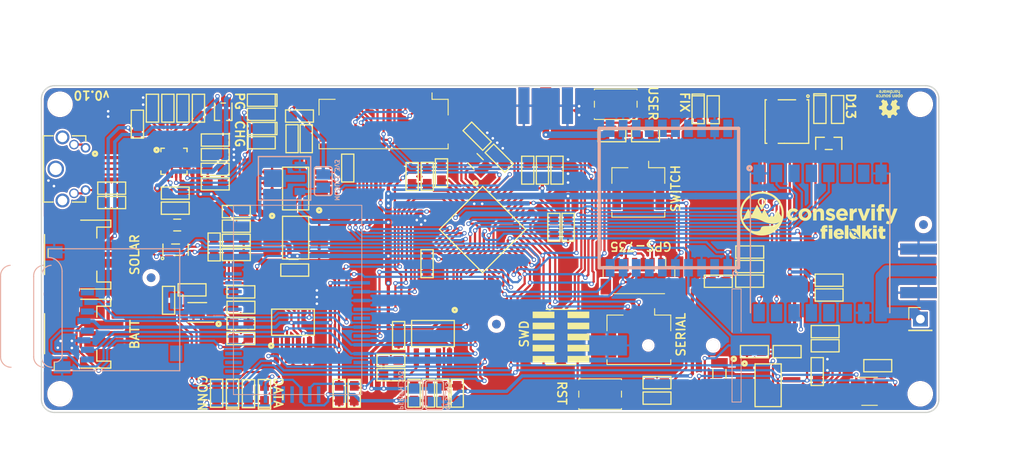
<source format=kicad_pcb>
(kicad_pcb (version 20171130) (host pcbnew 5.0.0-fee4fd1~66~ubuntu16.04.1)
  (title_block (title fk-naturalist) (date 2017-03-05) (rev 0.1) (company Conservify))
  (layers (0 F.Cu signal) (31 B.Cu signal) (34 B.Paste user) (35 F.Paste user) (36 B.SilkS user) (37 F.SilkS user) (38 B.Mask user) (39 F.Mask user) (44 Edge.Cuts user))
  (net 0 "")
  (net 1 GND)
  (net 2 3V3)
  (net 3 /RST)
  (net 4 /SCL)
  (net 5 /SDA)
  (net 6 /RESET)
  (net 7 /A3)
  (net 8 /MOSI)
  (net 9 /SCK)
  (net 10 /MISO)
  (net 11 /USB-)
  (net 12 /USB+)
  (net 13 /D30)
  (net 14 /D31)
  (net 15 /USB_ID)
  (net 16 "Net-(D1-Pad1)")
  (net 17 "Net-(D2-Pad1)")
  (net 18 "Net-(D3-Pad1)")
  (net 19 "Net-(Q1-Pad3)")
  (net 20 5V0)
  (net 21 VUSB)
  (net 22 "Net-(F1-Pad1)")
  (net 23 /D13)
  (net 24 /SDA2)
  (net 25 /BAT_BACKUP)
  (net 26 "Net-(C3-Pad2)")
  (net 27 "Net-(C4-Pad2)")
  (net 28 "Net-(C6-Pad1)")
  (net 29 "Net-(C7-Pad1)")
  (net 30 VEXT)
  (net 31 "Net-(C14-Pad1)")
  (net 32 VBAT)
  (net 33 VBUS)
  (net 34 "Net-(C22-Pad1)")
  (net 35 "Net-(C27-Pad1)")
  (net 36 "Net-(C28-Pad2)")
  (net 37 VIN)
  (net 38 "Net-(D9-Pad1)")
  (net 39 "Net-(D10-Pad1)")
  (net 40 /GPS_FIX)
  (net 41 "Net-(D11-Pad1)")
  (net 42 "Net-(J7-Pad8)")
  (net 43 "Net-(J7-Pad7)")
  (net 44 "Net-(J7-Pad6)")
  (net 45 "Net-(J9-Pad4)")
  (net 46 "Net-(J9-Pad8)")
  (net 47 "Net-(J9-Pad9)")
  (net 48 "Net-(J10-Pad3)")
  (net 49 "Net-(J10-Pad4)")
  (net 50 "Net-(J11-Pad1)")
  (net 51 "Net-(M7-Pad1)")
  (net 52 "Net-(M7-Pad8)")
  (net 53 "Net-(M7-PadCD1)")
  (net 54 "Net-(M7-PadCD2)")
  (net 55 "Net-(R4-Pad1)")
  (net 56 "Net-(R5-Pad1)")
  (net 57 "Net-(R21-Pad2)")
  (net 58 "Net-(R22-Pad2)")
  (net 59 "Net-(R24-Pad2)")
  (net 60 "Net-(R25-Pad2)")
  (net 61 /SCL2)
  (net 62 /PG)
  (net 63 /CHG)
  (net 64 "Net-(R34-Pad1)")
  (net 65 "Net-(R42-Pad1)")
  (net 66 "Net-(R43-Pad1)")
  (net 67 "Net-(U1-Pad21)")
  (net 68 "Net-(U1-Pad24)")
  (net 69 "Net-(U1-Pad3)")
  (net 70 "Net-(U1-Pad2)")
  (net 71 "Net-(U1-Pad1)")
  (net 72 "Net-(U1-Pad19)")
  (net 73 "Net-(U1-Pad14)")
  (net 74 "Net-(U2-Pad3)")
  (net 75 "Net-(U4-Pad5)")
  (net 76 "Net-(U7-Pad7)")
  (net 77 "Net-(U7-Pad2)")
  (net 78 "Net-(U7-Pad1)")
  (net 79 "Net-(U10-Pad2)")
  (net 80 "Net-(U10-Pad6)")
  (net 81 "Net-(U10-Pad7)")
  (net 82 "Net-(U10-Pad13)")
  (net 83 "Net-(U10-Pad14)")
  (net 84 "Net-(U10-Pad15)")
  (net 85 "Net-(U10-Pad16)")
  (net 86 "Net-(U10-Pad17)")
  (net 87 "Net-(U10-Pad18)")
  (net 88 "Net-(U10-Pad20)")
  (net 89 /GPS_TX)
  (net 90 /GPS_RX)
  (net 91 "Net-(J1-Pad1)")
  (net 92 "Net-(U3-Pad6)")
  (net 93 "Net-(U3-Pad7)")
  (net 94 "Net-(U3-Pad11)")
  (net 95 "Net-(U3-Pad12)")
  (net 96 /PERIPH_EN)
  (net 97 "Net-(M2-Pad~)")
  (net 98 "Net-(M5-Pad~)")
  (net 99 "Net-(M8-Pad~)")
  (net 100 "Net-(J9-Pad6)")
  (net 101 "Net-(M9-Pad~)")
  (net 102 "Net-(M10-Pad~)")
  (net 103 "Net-(M11-Pad~)")
  (net 104 "Net-(J3-Pad3)")
  (net 105 "Net-(J3-Pad4)")
  (net 106 /PERIPH_3V3)
  (net 107 "Net-(R6-Pad1)")
  (net 108 "Net-(J8-Pad2)")
  (net 109 /GPS_3V3)
  (net 110 "Net-(R7-Pad1)")
  (net 111 "Net-(J13-Pad6)")
  (net 112 "Net-(C23-Pad1)")
  (net 113 "Net-(C29-Pad1)")
  (net 114 /MODULE_3V3)
  (net 115 "Net-(U13-Pad4)")
  (net 116 "Net-(C1-Pad1)")
  (net 117 /D12_SD_CS)
  (net 118 /A1_WIFI_RST)
  (net 119 /D2_WIFI_EN)
  (net 120 /D6_USER_SW)
  (net 121 /D7_WIFI_CS)
  (net 122 /A2_WIFI_IRQ)
  (net 123 /D8_WIFI_WAKE)
  (net 124 /A4_GPS_EN)
  (net 125 /D9_MODULE_EN)
  (net 126 /D1_RADIO_D1)
  (net 127 /D0_RADIO_D2)
  (net 128 /D2_RADIO_D0)
  (net 129 /D5_RADIO_CS)
  (net 130 /D26_FLASH_CS)
  (net 131 /I2S_BCLK)
  (net 132 /I2S_WS)
  (net 133 /I2S_DATA)
  (net 134 "Net-(C31-Pad2)")
  (module conservify:MICRO-USB (layer F.Cu) (at 77.5415 118.555 270)
    (fp_text reference J9 hide)
    (fp_text value MICRO-USB hide)
    (pad 10 thru_hole circle (at 0 1.9 270) (size 1.9 1.9) (drill oval 1.4) (layers *.Cu *.Mask F.Paste))
    (pad 9 thru_hole circle (at 3.625 1.125 270) (size 1.6 1.6) (drill oval 1.1) (layers *.Cu *.Mask F.Paste) (net 47 "Net-(J9-Pad9)"))
    (pad 8 thru_hole circle (at -3.625 1.125 270) (size 1.6 1.6) (drill oval 1.1) (layers *.Cu *.Mask F.Paste) (net 46 "Net-(J9-Pad8)"))
    (pad 7 thru_hole circle (at 2.425 -1.525 270) (size 1.1 1.1) (drill 0.7) (layers *.Cu *.Mask F.Paste) (net 31 "Net-(C14-Pad1)"))
    (pad 6 thru_hole circle (at -2.425 -1.525 270) (size 1.1 1.1) (drill 0.7) (layers *.Cu *.Mask F.Paste) (net 100 "Net-(J9-Pad6)"))
    (pad 5 smd rect (at 1.3 -1.45 270) (size 0.4 1.35) (layers F.Cu F.Paste F.Mask) (net 1 GND))
    (pad 4 smd rect (at 0.65 -1.45 270) (size 0.4 1.35) (layers F.Cu F.Paste F.Mask) (net 45 "Net-(J9-Pad4)"))
    (pad 3 smd rect (at 0 -1.45 270) (size 0.4 1.35) (layers F.Cu F.Paste F.Mask) (net 12 /USB+))
    (pad 2 smd rect (at -0.65 -1.45 270) (size 0.4 1.35) (layers F.Cu F.Paste F.Mask) (net 11 /USB-))
    (pad 1 smd rect (at -1.3 -1.45 270) (size 0.4 1.35) (layers F.Cu F.Paste F.Mask) (net 21 VUSB))
    (pad 6 thru_hole circle (at -2.8 -0.2 270) (size 1.1 1.1) (drill 0.8) (layers *.Cu *.Mask F.Paste) (net 100 "Net-(J9-Pad6)"))
    (pad 7 thru_hole circle (at 2.8 -0.2 270) (size 1.1 1.1) (drill 0.8) (layers *.Cu *.Mask F.Paste) (net 31 "Net-(C14-Pad1)"))
    (pad 5 smd rect (at 1.3 0.05 270) (size 0.4 1.25) (layers F.Cu F.Paste F.Mask) (net 1 GND))
    (pad 4 smd rect (at 0.65 0.05 270) (size 0.4 1.25) (layers F.Cu F.Paste F.Mask) (net 45 "Net-(J9-Pad4)"))
    (pad 3 smd rect (at 0 0.05 270) (size 0.4 1.25) (layers F.Cu F.Paste F.Mask) (net 12 /USB+))
    (pad 2 smd rect (at -0.65 0.05 270) (size 0.4 1.25) (layers F.Cu F.Paste F.Mask) (net 11 /USB-))
    (pad 1 smd rect (at -1.3 0.05 270) (size 0.4 1.25) (layers F.Cu F.Paste F.Mask) (net 21 VUSB))
  )
  (module conservify:S2B-PH-SM4-TB (layer F.Cu) (at 78.911 137.462 270)
    (fp_text reference J10 hide)
    (fp_text value S2B-PH-SM4-TB hide)
    (pad 4 smd rect (at 3.35 2.6 270) (size 1.5 3.8) (layers F.Cu F.Paste F.Mask) (net 49 "Net-(J10-Pad4)"))
    (pad 3 smd rect (at -3.35 2.6 270) (size 1.5 3.8) (layers F.Cu F.Paste F.Mask) (net 48 "Net-(J10-Pad3)"))
    (pad 2 smd rect (at 1 -2.25 270) (size 1 4.5) (layers F.Cu F.Paste F.Mask) (net 1 GND))
    (pad 1 smd rect (at -1 -2.25 270) (size 1 4.5) (layers F.Cu F.Paste F.Mask) (net 32 VBAT))
  )
  (module conservify:S2B-PH-SM4-TB (layer F.Cu) (at 78.911 128.381 270)
    (fp_text reference J3 hide)
    (fp_text value S2B-PH-SM4-TB hide)
    (pad 4 smd rect (at 3.35 2.6 270) (size 1.5 3.8) (layers F.Cu F.Paste F.Mask) (net 105 "Net-(J3-Pad4)"))
    (pad 3 smd rect (at -3.35 2.6 270) (size 1.5 3.8) (layers F.Cu F.Paste F.Mask) (net 104 "Net-(J3-Pad3)"))
    (pad 2 smd rect (at 1 -2.25 270) (size 1 4.5) (layers F.Cu F.Paste F.Mask) (net 1 GND))
    (pad 1 smd rect (at -1 -2.25 270) (size 1 4.5) (layers F.Cu F.Paste F.Mask) (net 37 VIN))
  )
  (module conservify:CAP-0603 (layer F.Cu) (at 120.073198 144.290022 270)
    (fp_text reference C16 hide)
    (fp_text value 100nF)
    (pad 1 smd rect (at -0.85 0 270) (size 1.1 1) (layers F.Cu F.Paste F.Mask) (net 109 /GPS_3V3))
    (pad 2 smd rect (at 0.85 0 270) (size 1.1 1) (layers F.Cu F.Paste F.Mask) (net 1 GND))
  )
  (module conservify:MICROSD (layer B.Cu) (at 89.91092 141.71422 90)
    (fp_text reference M7 hide)
    (fp_text value MICRO-SD hide)
    (pad 1 smd rect (at 8.99922 -10.63752 90) (size 0.6985 1.4986) (layers B.Cu B.Paste B.Mask) (net 51 "Net-(M7-Pad1)"))
    (pad 2 smd rect (at 7.8994 -10.23874 90) (size 0.6985 1.4986) (layers B.Cu B.Paste B.Mask) (net 117 /D12_SD_CS))
    (pad 3 smd rect (at 6.79958 -10.63752 90) (size 0.6985 1.4986) (layers B.Cu B.Paste B.Mask) (net 8 /MOSI))
    (pad 4 smd rect (at 5.69976 -11.03884 90) (size 0.6985 1.4986) (layers B.Cu B.Paste B.Mask) (net 106 /PERIPH_3V3))
    (pad 5 smd rect (at 4.59994 -10.63752 90) (size 0.6985 1.4986) (layers B.Cu B.Paste B.Mask) (net 9 /SCK))
    (pad 6 smd rect (at 3.49758 -11.03884 90) (size 0.6985 1.4986) (layers B.Cu B.Paste B.Mask) (net 1 GND))
    (pad 7 smd rect (at 2.39776 -10.63752 90) (size 0.6985 1.4986) (layers B.Cu B.Paste B.Mask) (net 10 /MISO))
    (pad 8 smd rect (at 1.29794 -10.63752 90) (size 0.6985 1.4986) (layers B.Cu B.Paste B.Mask) (net 52 "Net-(M7-Pad8)"))
    (pad CD1 smd rect (at 1.99898 -0.43942) (size 1.39954 1.79832) (layers B.Cu B.Paste B.Mask) (net 53 "Net-(M7-PadCD1)"))
    (pad CD2 smd rect (at 7.99846 -0.43942) (size 1.39954 1.79832) (layers B.Cu B.Paste B.Mask) (net 54 "Net-(M7-PadCD2)"))
    (pad MT1 smd rect (at 0.39878 -13.5382 90) (size 1.39954 1.89992) (layers B.Cu B.Paste B.Mask) (net 1 GND))
    (pad MT2 smd rect (at 13.59916 -14.4399 90) (size 1.39954 1.89992) (layers B.Cu B.Paste B.Mask) (net 1 GND))
  )
  (module conservify:Molex_CLIK-Mate_502382-0370_1x03_P1.25mm_Vertical (layer F.Cu) (at 142.5702 137.3886 180)
    (fp_text reference J5 hide)
    (fp_text value CONN_01x03_SERIAL hide)
    (pad 1 smd rect (at -1.25 1.95 180) (size 0.6 1.7) (layers F.Cu F.Paste F.Mask) (net 1 GND))
    (pad 2 smd rect (at 0 1.95 180) (size 0.6 1.7) (layers F.Cu F.Paste F.Mask) (net 14 /D31))
    (pad 3 smd rect (at 1.25 1.95 180) (size 0.6 1.7) (layers F.Cu F.Paste F.Mask) (net 13 /D30))
    (pad "" smd rect (at -3.1 -1.4 180) (size 1 2.8) (layers F.Cu F.Paste F.Mask))
    (pad "" smd rect (at 3.1 -1.4 180) (size 1 2.8) (layers F.Cu F.Paste F.Mask))
  )
  (module conservify:ATMEL_ATWINC1500-MR210PA (layer B.Cu) (at 103.4034 133.5889 90)
    (fp_text reference U1 hide)
    (fp_text value ATWINC1500-MR210PA hide)
    (pad 21 smd rect (at -10.8609 2.41427 90) (size 1.9 0.4) (layers B.Cu B.Paste B.Mask) (net 67 "Net-(U1-Pad21)"))
    (pad 22 smd rect (at -10.8609 1.39827 90) (size 1.9 0.4) (layers B.Cu B.Paste B.Mask) (net 119 /D2_WIFI_EN))
    (pad 23 smd rect (at -10.8609 0.382269 90) (size 1.9 0.4) (layers B.Cu B.Paste B.Mask) (net 106 /PERIPH_3V3))
    (pad 24 smd rect (at -10.8609 -0.633731 90) (size 1.9 0.4) (layers B.Cu B.Paste B.Mask) (net 68 "Net-(U1-Pad24)"))
    (pad 25 smd rect (at -10.8609 -1.64973 90) (size 1.9 0.4) (layers B.Cu B.Paste B.Mask))
    (pad 26 smd rect (at -10.8609 -2.66573 90) (size 1.9 0.4) (layers B.Cu B.Paste B.Mask) (net 55 "Net-(R4-Pad1)"))
    (pad 27 smd rect (at -10.8609 -3.68173 90) (size 1.9 0.4) (layers B.Cu B.Paste B.Mask) (net 56 "Net-(R5-Pad1)"))
    (pad 28 smd rect (at -10.8609 -4.69773 90) (size 1.9 0.4) (layers B.Cu B.Paste B.Mask) (net 1 GND))
    (pad 20 smd rect (at -10.8609 5.46227 90) (size 1.9 0.4) (layers B.Cu B.Paste B.Mask) (net 106 /PERIPH_3V3))
    (pad 4 smd rect (at -5.14145 -7.36813) (size 1.9 0.4) (layers B.Cu B.Paste B.Mask) (net 118 /A1_WIFI_RST))
    (pad 3 smd rect (at -6.15745 -7.36813) (size 1.9 0.4) (layers B.Cu B.Paste B.Mask) (net 69 "Net-(U1-Pad3)"))
    (pad 2 smd rect (at -7.17345 -7.36813) (size 1.9 0.4) (layers B.Cu B.Paste B.Mask) (net 70 "Net-(U1-Pad2)"))
    (pad 1 smd rect (at -8.18945 -7.36813) (size 1.9 0.4) (layers B.Cu B.Paste B.Mask) (net 71 "Net-(U1-Pad1)"))
    (pad 5 smd rect (at -1.07745 -7.36813) (size 1.9 0.4) (layers B.Cu B.Paste B.Mask))
    (pad 6 smd rect (at 0.954553 -7.36813) (size 1.9 0.4) (layers B.Cu B.Paste B.Mask))
    (pad 7 smd rect (at 1.97055 -7.36813) (size 1.9 0.4) (layers B.Cu B.Paste B.Mask))
    (pad 8 smd rect (at 2.98655 -7.36813) (size 1.9 0.4) (layers B.Cu B.Paste B.Mask))
    (pad 9 smd rect (at 4.00255 -7.36813) (size 1.9 0.4) (layers B.Cu B.Paste B.Mask) (net 1 GND))
    (pad 19 smd rect (at -7.18167 7.36214) (size 1.9 0.4) (layers B.Cu B.Paste B.Mask) (net 72 "Net-(U1-Pad19)"))
    (pad 18 smd rect (at -6.16567 7.36214) (size 1.9 0.4) (layers B.Cu B.Paste B.Mask) (net 9 /SCK))
    (pad 17 smd rect (at -5.14967 7.36214) (size 1.9 0.4) (layers B.Cu B.Paste B.Mask) (net 10 /MISO))
    (pad 16 smd rect (at -4.13367 7.36214) (size 1.9 0.4) (layers B.Cu B.Paste B.Mask) (net 121 /D7_WIFI_CS))
    (pad 15 smd rect (at -3.11767 7.36214) (size 1.9 0.4) (layers B.Cu B.Paste B.Mask) (net 8 /MOSI))
    (pad 14 smd rect (at -2.10167 7.36214) (size 1.9 0.4) (layers B.Cu B.Paste B.Mask) (net 73 "Net-(U1-Pad14)"))
    (pad 13 smd rect (at -1.08567 7.36214) (size 1.9 0.4) (layers B.Cu B.Paste B.Mask) (net 122 /A2_WIFI_IRQ))
    (pad 12 smd rect (at -0.069666 7.36214) (size 1.9 0.4) (layers B.Cu B.Paste B.Mask) (net 1 GND))
    (pad 11 smd rect (at 0.946334 7.36214) (size 1.9 0.4) (layers B.Cu B.Paste B.Mask) (net 123 /D8_WIFI_WAKE))
    (pad 10 smd rect (at 1.96233 7.36214) (size 1.9 0.4) (layers B.Cu B.Paste B.Mask) (net 106 /PERIPH_3V3))
  )
  (module conservify:fk_negative_2500 (layer F.Cu) (at 167.132 125.8062)
    (fp_text reference G*** hide)
    (fp_text value LOGO hide)
  )
  (module conservify:conservify_text_negative_4000 (layer F.Cu) (at 163.2077 123.6853)
    (fp_text reference G*** hide)
    (fp_text value LOGO hide)
  )
  (module conservify:logo_osh_negative_3000 (layer F.Cu) (at 171.323 111.125 180)
    (fp_text reference G*** hide)
    (fp_text value LOGO hide)
  )
  (module conservify:SW_SPST_WURTH_1 (layer F.Cu) (at 139.9159 111.125)
    (fp_text reference SW2 hide)
    (fp_text value SPNO hide)
    (pad 1 smd rect (at 2.58 -1) (size 1.45 0.7) (layers F.Cu F.Paste F.Mask) (net 1 GND))
    (pad 1 smd rect (at -2.58 -1) (size 1.45 0.7) (layers F.Cu F.Paste F.Mask) (net 1 GND))
    (pad 2 smd rect (at -2.58 1) (size 1.45 0.7) (layers F.Cu F.Paste F.Mask) (net 108 "Net-(J8-Pad2)"))
    (pad 2 smd rect (at 2.58 1) (size 1.45 0.7) (layers F.Cu F.Paste F.Mask) (net 108 "Net-(J8-Pad2)"))
  )
  (module conservify:SW_SPST_WURTH_1 (layer F.Cu) (at 138.1252 144.399 180)
    (fp_text reference SW1 hide)
    (fp_text value SPNO hide)
    (pad 1 smd rect (at 2.58 -1 180) (size 1.45 0.7) (layers F.Cu F.Paste F.Mask) (net 1 GND))
    (pad 1 smd rect (at -2.58 -1 180) (size 1.45 0.7) (layers F.Cu F.Paste F.Mask) (net 1 GND))
    (pad 2 smd rect (at -2.58 1 180) (size 1.45 0.7) (layers F.Cu F.Paste F.Mask) (net 3 /RST))
    (pad 2 smd rect (at 2.58 1 180) (size 1.45 0.7) (layers F.Cu F.Paste F.Mask) (net 3 /RST))
  )
  (module conservify:FGPMMOPA6H (layer B.Cu) (at 146.01444 121.8946 90)
    (fp_text reference U10)
    (fp_text value FGPMMOPA6H)
    (pad 1 smd rect (at -8.001 6.74878 90) (size 1.99898 1.00076) (layers B.Cu B.Paste B.Mask) (net 134 "Net-(C31-Pad2)"))
    (pad 2 smd rect (at -8.001 5.25018 90) (size 1.99898 1.00076) (layers B.Cu B.Paste B.Mask) (net 79 "Net-(U10-Pad2)"))
    (pad 3 smd rect (at -8.001 3.74904 90) (size 1.99898 1.00076) (layers B.Cu B.Paste B.Mask) (net 1 GND))
    (pad 4 smd rect (at -8.001 2.25044 90) (size 1.99898 1.00076) (layers B.Cu B.Paste B.Mask) (net 25 /BAT_BACKUP))
    (pad 5 smd rect (at -8.001 0.7493 90) (size 1.99898 1.00076) (layers B.Cu B.Paste B.Mask) (net 40 /GPS_FIX))
    (pad 6 smd rect (at -8.001 -0.7493 90) (size 1.99898 1.00076) (layers B.Cu B.Paste B.Mask) (net 80 "Net-(U10-Pad6)"))
    (pad 7 smd rect (at -8.001 -2.25044 90) (size 1.99898 1.00076) (layers B.Cu B.Paste B.Mask) (net 81 "Net-(U10-Pad7)"))
    (pad 8 smd rect (at -8.001 -3.74904 90) (size 1.99898 1.00076) (layers B.Cu B.Paste B.Mask) (net 1 GND))
    (pad 9 smd rect (at -8.001 -5.25018 90) (size 1.99898 1.00076) (layers B.Cu B.Paste B.Mask) (net 89 /GPS_TX))
    (pad 10 smd rect (at -8.001 -6.74878 90) (size 1.99898 1.00076) (layers B.Cu B.Paste B.Mask) (net 90 /GPS_RX))
    (pad 11 smd rect (at 8.001 -6.74878 90) (size 1.99898 1.00076) (layers B.Cu B.Paste B.Mask) (net 50 "Net-(J11-Pad1)"))
    (pad 12 smd rect (at 8.001 -5.25018 90) (size 1.99898 1.00076) (layers B.Cu B.Paste B.Mask) (net 1 GND))
    (pad 13 smd rect (at 8.001 -3.74904 90) (size 1.99898 1.00076) (layers B.Cu B.Paste B.Mask) (net 82 "Net-(U10-Pad13)"))
    (pad 14 smd rect (at 8.001 -2.25044 90) (size 1.99898 1.00076) (layers B.Cu B.Paste B.Mask) (net 83 "Net-(U10-Pad14)"))
    (pad 15 smd rect (at 8.001 -0.7493 90) (size 1.99898 1.00076) (layers B.Cu B.Paste B.Mask) (net 84 "Net-(U10-Pad15)"))
    (pad 16 smd rect (at 8.001 0.7493 90) (size 1.99898 1.00076) (layers B.Cu B.Paste B.Mask) (net 85 "Net-(U10-Pad16)"))
    (pad 17 smd rect (at 8.001 2.25044 90) (size 1.99898 1.00076) (layers B.Cu B.Paste B.Mask) (net 86 "Net-(U10-Pad17)"))
    (pad 18 smd rect (at 8.001 3.74904 90) (size 1.99898 1.00076) (layers B.Cu B.Paste B.Mask) (net 87 "Net-(U10-Pad18)"))
    (pad 19 smd rect (at 8.001 5.25018 90) (size 1.99898 1.00076) (layers B.Cu B.Paste B.Mask) (net 1 GND))
    (pad 20 smd rect (at 8.001 6.74878 90) (size 1.99898 1.00076) (layers B.Cu B.Paste B.Mask) (net 88 "Net-(U10-Pad20)"))
  )
  (module conservify:BAT_CR1210 (layer B.Cu) (at 147.155 138.811 270)
    (fp_text reference BT1 hide)
    (fp_text value BATTERY_CELL)
    (pad 1 smd rect (at 0 -8.2 270) (size 2.3 4.5) (layers B.Cu B.Paste B.Mask) (net 25 /BAT_BACKUP))
    (pad 2 smd rect (at 0 8.2 270) (size 2.3 4.5) (layers B.Cu B.Paste B.Mask) (net 1 GND))
    (pad "" np_thru_hole circle (at 0 3.5 270) (size 1.05 1.05) (drill 1.05) (layers *.Cu *.Mask B.SilkS))
    (pad "" np_thru_hole circle (at 0 -3.95 270) (size 1.3 1.3) (drill 1.3) (layers *.Cu *.Mask B.SilkS))
  )
  (module conservify:Molex_CLIK-Mate_502382-0270_1x02_P1.25mm_Vertical (layer F.Cu) (at 142.5067 120.4722 180)
    (fp_text reference J8 hide)
    (fp_text value CONN_01x02 hide)
    (pad 1 smd rect (at -0.625 1.95 180) (size 0.6 1.7) (layers F.Cu F.Paste F.Mask) (net 1 GND))
    (pad 2 smd rect (at 0.625 1.95 180) (size 0.6 1.7) (layers F.Cu F.Paste F.Mask) (net 108 "Net-(J8-Pad2)"))
    (pad "" smd rect (at -2.475 -1.4 180) (size 1 2.8) (layers F.Cu F.Paste F.Mask))
    (pad "" smd rect (at 2.475 -1.4 180) (size 1 2.8) (layers F.Cu F.Paste F.Mask))
  )
  (module conservify:SK6812 (layer F.Cu) (at 159.5628 113.1189 90)
    (fp_text reference U13 hide)
    (fp_text value SK6812)
    (pad 3 smd rect (at -2.45 -1.65 90) (size 1.5 0.9) (layers F.Cu F.Paste F.Mask) (net 2 3V3))
    (pad 4 smd rect (at -2.45 1.65 90) (size 1.5 0.9) (layers F.Cu F.Paste F.Mask) (net 115 "Net-(U13-Pad4)"))
    (pad 1 smd rect (at 2.45 1.65 90) (size 1.5 0.9) (layers F.Cu F.Paste F.Mask) (net 1 GND))
    (pad 2 smd rect (at 2.45 -1.65 90) (size 1.5 0.9) (layers F.Cu F.Paste F.Mask) (net 7 /A3))
  )
  (module conservify:HOLE_NPTH_2.54MM (layer F.Cu) (at 174.865 111.135)
    (fp_text reference REF** hide)
    (fp_text value HOLE_NPTH_2.54MM hide)
    (pad "" np_thru_hole circle (at 0 0) (size 2.54 2.54) (drill 2.54) (layers *.Cu *.Mask F.SilkS))
  )
  (module conservify:HOLE_NPTH_2.54MM (layer F.Cu) (at 76.135 111.135)
    (fp_text reference REF** hide)
    (fp_text value HOLE_NPTH_2.54MM hide)
    (pad "" np_thru_hole circle (at 0 0) (size 2.54 2.54) (drill 2.54) (layers *.Cu *.Mask F.SilkS))
  )
  (module conservify:HOLE_NPTH_2.54MM (layer F.Cu) (at 76.135 144.365)
    (fp_text reference REF** hide)
    (fp_text value HOLE_NPTH_2.54MM hide)
    (pad "" np_thru_hole circle (at 0 0) (size 2.54 2.54) (drill 2.54) (layers *.Cu *.Mask F.SilkS))
  )
  (module conservify:HOLE_NPTH_2.54MM (layer F.Cu) (at 174.865 144.365)
    (fp_text reference REF** hide)
    (fp_text value HOLE_NPTH_2.54MM hide)
    (pad "" np_thru_hole circle (at 0 0) (size 2.54 2.54) (drill 2.54) (layers *.Cu *.Mask F.SilkS))
  )
  (module conservify:CAP-0603 (layer F.Cu) (at 116.771198 144.290022 270)
    (fp_text reference C33 hide)
    (fp_text value 100nF)
    (pad 1 smd rect (at -0.85 0 270) (size 1.1 1) (layers F.Cu F.Paste F.Mask) (net 106 /PERIPH_3V3))
    (pad 2 smd rect (at 0.85 0 270) (size 1.1 1) (layers F.Cu F.Paste F.Mask) (net 1 GND))
  )
  (module conservify:CAP-0603 (layer F.Cu) (at 118.422198 144.290022 270)
    (fp_text reference C34 hide)
    (fp_text value 10uF)
    (pad 1 smd rect (at -0.85 0 270) (size 1.1 1) (layers F.Cu F.Paste F.Mask) (net 106 /PERIPH_3V3))
    (pad 2 smd rect (at 0.85 0 270) (size 1.1 1) (layers F.Cu F.Paste F.Mask) (net 1 GND))
  )
  (module conservify:RES-0603 (layer F.Cu) (at 114.1095 142.1765 180)
    (fp_text reference R7 hide)
    (fp_text value 10K)
    (pad 1 smd rect (at -0.85 0 180) (size 1.1 1) (layers F.Cu F.Paste F.Mask) (net 110 "Net-(R7-Pad1)"))
    (pad 2 smd rect (at 0.85 0 180) (size 1.1 1) (layers F.Cu F.Paste F.Mask) (net 2 3V3))
  )
  (module conservify:CAP-0603 (layer F.Cu) (at 119.9134 118.995024 90)
    (fp_text reference C1 hide)
    (fp_text value 1uF)
    (pad 1 smd rect (at -0.85 0 90) (size 1.1 1) (layers F.Cu F.Paste F.Mask) (net 116 "Net-(C1-Pad1)"))
    (pad 2 smd rect (at 0.85 0 90) (size 1.1 1) (layers F.Cu F.Paste F.Mask) (net 1 GND))
  )
  (module conservify:CAP-0603 (layer F.Cu) (at 164.403616 133.022726)
    (fp_text reference C2 hide)
    (fp_text value 47uF)
    (pad 1 smd rect (at -0.85 0) (size 1.1 1) (layers F.Cu F.Paste F.Mask) (net 2 3V3))
    (pad 2 smd rect (at 0.85 0) (size 1.1 1) (layers F.Cu F.Paste F.Mask) (net 1 GND))
  )
  (module conservify:CAP-0603 (layer F.Cu) (at 124.01468 114.795996 135)
    (fp_text reference C3 hide)
    (fp_text value 18pF)
    (pad 1 smd rect (at -0.85 0 135) (size 1.1 1) (layers F.Cu F.Paste F.Mask) (net 1 GND))
    (pad 2 smd rect (at 0.85 0 135) (size 1.1 1) (layers F.Cu F.Paste F.Mask) (net 26 "Net-(C3-Pad2)"))
  )
  (module conservify:CAP-0603 (layer F.Cu) (at 126.546121 117.327437 315)
    (fp_text reference C4 hide)
    (fp_text value 18pF)
    (pad 1 smd rect (at -0.85 0 315) (size 1.1 1) (layers F.Cu F.Paste F.Mask) (net 1 GND))
    (pad 2 smd rect (at 0.85 0 315) (size 1.1 1) (layers F.Cu F.Paste F.Mask) (net 27 "Net-(C4-Pad2)"))
  )
  (module conservify:CAP-0603 (layer F.Cu) (at 118.2624 129.4257 270)
    (fp_text reference C5 hide)
    (fp_text value 100nF)
    (pad 1 smd rect (at -0.85 0 270) (size 1.1 1) (layers F.Cu F.Paste F.Mask) (net 2 3V3))
    (pad 2 smd rect (at 0.85 0 270) (size 1.1 1) (layers F.Cu F.Paste F.Mask) (net 1 GND))
  )
  (module conservify:CAP-0603 (layer F.Cu) (at 133.1722 118.6942 90)
    (fp_text reference C6 hide)
    (fp_text value 1uF)
    (pad 1 smd rect (at -0.85 0 90) (size 1.1 1) (layers F.Cu F.Paste F.Mask) (net 28 "Net-(C6-Pad1)"))
    (pad 2 smd rect (at 0.85 0 90) (size 1.1 1) (layers F.Cu F.Paste F.Mask) (net 1 GND))
  )
  (module conservify:CAP-0603 (layer F.Cu) (at 118.285792 119.401424 90)
    (fp_text reference C7 hide)
    (fp_text value 100nF)
    (pad 1 smd rect (at -0.85 0 90) (size 1.1 1) (layers F.Cu F.Paste F.Mask) (net 29 "Net-(C7-Pad1)"))
    (pad 2 smd rect (at 0.85 0 90) (size 1.1 1) (layers F.Cu F.Paste F.Mask) (net 1 GND))
  )
  (module conservify:CAP-0603 (layer F.Cu) (at 129.8194 118.6942 90)
    (fp_text reference C8 hide)
    (fp_text value 100nF)
    (pad 1 smd rect (at -0.85 0 90) (size 1.1 1) (layers F.Cu F.Paste F.Mask) (net 2 3V3))
    (pad 2 smd rect (at 0.85 0 90) (size 1.1 1) (layers F.Cu F.Paste F.Mask) (net 1 GND))
  )
  (module conservify:CAP-0603 (layer F.Cu) (at 131.4958 118.6942 90)
    (fp_text reference C9 hide)
    (fp_text value 100nF)
    (pad 1 smd rect (at -0.85 0 90) (size 1.1 1) (layers F.Cu F.Paste F.Mask) (net 2 3V3))
    (pad 2 smd rect (at 0.85 0 90) (size 1.1 1) (layers F.Cu F.Paste F.Mask) (net 1 GND))
  )
  (module conservify:CAP-0603 (layer F.Cu) (at 89.361686 121.329256)
    (fp_text reference C10 hide)
    (fp_text value 4.7uF)
    (pad 1 smd rect (at -0.85 0) (size 1.1 1) (layers F.Cu F.Paste F.Mask) (net 20 5V0))
    (pad 2 smd rect (at 0.85 0) (size 1.1 1) (layers F.Cu F.Paste F.Mask) (net 1 GND))
  )
  (module conservify:CAP-0603 (layer F.Cu) (at 169.9895 141.1351 180)
    (fp_text reference C11 hide)
    (fp_text value 100nF)
    (pad 1 smd rect (at -0.85 0 180) (size 1.1 1) (layers F.Cu F.Paste F.Mask) (net 2 3V3))
    (pad 2 smd rect (at 0.85 0 180) (size 1.1 1) (layers F.Cu F.Paste F.Mask) (net 1 GND))
  )
  (module conservify:CAP-0603 (layer F.Cu) (at 93.952647 115.239659 180)
    (fp_text reference C12 hide)
    (fp_text value 1uF)
    (pad 1 smd rect (at -0.85 0 180) (size 1.1 1) (layers F.Cu F.Paste F.Mask) (net 1 GND))
    (pad 2 smd rect (at 0.85 0 180) (size 1.1 1) (layers F.Cu F.Paste F.Mask) (net 30 VEXT))
  )
  (module conservify:CAP-0603 (layer F.Cu) (at 164.403616 131.320926)
    (fp_text reference C13 hide)
    (fp_text value 100nF)
    (pad 1 smd rect (at -0.85 0) (size 1.1 1) (layers F.Cu F.Paste F.Mask) (net 2 3V3))
    (pad 2 smd rect (at 0.85 0) (size 1.1 1) (layers F.Cu F.Paste F.Mask) (net 1 GND))
  )
  (module conservify:CAP-0603 (layer F.Cu) (at 82.066132 122.409345)
    (fp_text reference C14 hide)
    (fp_text value 4.7nF)
    (pad 1 smd rect (at -0.85 0) (size 1.1 1) (layers F.Cu F.Paste F.Mask) (net 31 "Net-(C14-Pad1)"))
    (pad 2 smd rect (at 0.85 0) (size 1.1 1) (layers F.Cu F.Paste F.Mask) (net 1 GND))
  )
  (module conservify:CAP-0603 (layer F.Cu) (at 114.9985 137.668 270)
    (fp_text reference C15 hide)
    (fp_text value 100nF)
    (pad 1 smd rect (at -0.85 0 270) (size 1.1 1) (layers F.Cu F.Paste F.Mask) (net 2 3V3))
    (pad 2 smd rect (at 0.85 0 270) (size 1.1 1) (layers F.Cu F.Paste F.Mask) (net 1 GND))
  )
  (module conservify:CAP-0603 (layer F.Cu) (at 103.0732 130.1623)
    (fp_text reference C18 hide)
    (fp_text value 100nF)
    (pad 1 smd rect (at -0.85 0) (size 1.1 1) (layers F.Cu F.Paste F.Mask) (net 106 /PERIPH_3V3))
    (pad 2 smd rect (at 0.85 0) (size 1.1 1) (layers F.Cu F.Paste F.Mask) (net 1 GND))
  )
  (module conservify:CAP-0603 (layer F.Cu) (at 85.0138 113.411 90)
    (fp_text reference C19 hide)
    (fp_text value 4.7uF)
    (pad 1 smd rect (at -0.85 0 90) (size 1.1 1) (layers F.Cu F.Paste F.Mask) (net 32 VBAT))
    (pad 2 smd rect (at 0.85 0 90) (size 1.1 1) (layers F.Cu F.Paste F.Mask) (net 1 GND))
  )
  (module conservify:CAP-0603 (layer F.Cu) (at 93.939047 118.592459)
    (fp_text reference C20 hide)
    (fp_text value 4.7uF)
    (pad 1 smd rect (at -0.85 0) (size 1.1 1) (layers F.Cu F.Paste F.Mask) (net 33 VBUS))
    (pad 2 smd rect (at 0.85 0) (size 1.1 1) (layers F.Cu F.Paste F.Mask) (net 1 GND))
  )
  (module conservify:CAP-0603 (layer F.Cu) (at 93.952647 120.268859)
    (fp_text reference C21 hide)
    (fp_text value 1uF)
    (pad 1 smd rect (at -0.85 0) (size 1.1 1) (layers F.Cu F.Paste F.Mask) (net 33 VBUS))
    (pad 2 smd rect (at 0.85 0) (size 1.1 1) (layers F.Cu F.Paste F.Mask) (net 1 GND))
  )
  (module conservify:CAP-0603 (layer F.Cu) (at 155.829 139.5222 180)
    (fp_text reference C22 hide)
    (fp_text value 10uF)
    (pad 1 smd rect (at -0.85 0 180) (size 1.1 1) (layers F.Cu F.Paste F.Mask) (net 34 "Net-(C22-Pad1)"))
    (pad 2 smd rect (at 0.85 0 180) (size 1.1 1) (layers F.Cu F.Paste F.Mask) (net 1 GND))
  )
  (module conservify:CAP-0603 (layer F.Cu) (at 163.0426 141.8082 270)
    (fp_text reference C24 hide)
    (fp_text value 10uF)
    (pad 1 smd rect (at -0.85 0 270) (size 1.1 1) (layers F.Cu F.Paste F.Mask) (net 2 3V3))
    (pad 2 smd rect (at 0.85 0 270) (size 1.1 1) (layers F.Cu F.Paste F.Mask) (net 1 GND))
  )
  (module conservify:CAP-0603 (layer F.Cu) (at 96.89489 136.282914)
    (fp_text reference C27 hide)
    (fp_text value 1uF)
    (pad 1 smd rect (at -0.85 0) (size 1.1 1) (layers F.Cu F.Paste F.Mask) (net 35 "Net-(C27-Pad1)"))
    (pad 2 smd rect (at 0.85 0) (size 1.1 1) (layers F.Cu F.Paste F.Mask) (net 1 GND))
  )
  (module conservify:CAP-0603 (layer F.Cu) (at 96.901 134.4422 180)
    (fp_text reference C28 hide)
    (fp_text value 10nF)
    (pad 1 smd rect (at -0.85 0 180) (size 1.1 1) (layers F.Cu F.Paste F.Mask) (net 1 GND))
    (pad 2 smd rect (at 0.85 0 180) (size 1.1 1) (layers F.Cu F.Paste F.Mask) (net 36 "Net-(C28-Pad2)"))
  )
  (module conservify:LED-0603 (layer F.Cu) (at 163.3474 111.7314 270)
    (fp_text reference D1 hide)
    (fp_text value Orange)
    (pad 2 smd rect (at 0.85 0 90) (size 1.1 1) (layers F.Cu F.Paste F.Mask) (net 2 3V3))
    (pad 1 smd rect (at -0.85 0 90) (size 1.1 1) (layers F.Cu F.Paste F.Mask) (net 16 "Net-(D1-Pad1)"))
  )
  (module conservify:LED-0603 (layer F.Cu) (at 95.9358 144.3006 90)
    (fp_text reference D2 hide)
    (fp_text value Green)
    (pad 2 smd rect (at 0.85 0 270) (size 1.1 1) (layers F.Cu F.Paste F.Mask) (net 106 /PERIPH_3V3))
    (pad 1 smd rect (at -0.85 0 270) (size 1.1 1) (layers F.Cu F.Paste F.Mask) (net 17 "Net-(D2-Pad1)"))
  )
  (module conservify:LED-0603 (layer F.Cu) (at 99.60147 144.32043 90)
    (fp_text reference D3 hide)
    (fp_text value Yellow)
    (pad 2 smd rect (at 0.85 0 270) (size 1.1 1) (layers F.Cu F.Paste F.Mask) (net 106 /PERIPH_3V3))
    (pad 1 smd rect (at -0.85 0 270) (size 1.1 1) (layers F.Cu F.Paste F.Mask) (net 18 "Net-(D3-Pad1)"))
  )
  (module conservify:SOT-1016 (layer F.Cu) (at 94.869 111.9926 180)
    (fp_text reference D7 hide)
    (fp_text value PMEG3020CPA)
    (pad 1 smd rect (at -0.65 0.8 180) (size 0.4 0.5) (layers F.Cu F.Paste F.Mask) (net 20 5V0))
    (pad 2 smd rect (at 0.65 0.8 180) (size 0.4 0.5) (layers F.Cu F.Paste F.Mask) (net 37 VIN))
    (pad 3 smd rect (at 0 -0.25 180) (size 1.6 1.1) (layers F.Cu F.Paste F.Mask) (net 30 VEXT))
    (pad 3 smd rect (at 0 -0.925 180) (size 0.4 0.25) (layers F.Cu F.Paste F.Mask) (net 30 VEXT))
  )
  (module conservify:SOT-143B (layer F.Cu) (at 89.3978 127.8222)
    (fp_text reference D8 hide)
    (fp_text value PRTR5V0U2X)
    (pad 1 smd rect (at -0.75 1) (size 1 0.7) (layers F.Cu F.Paste F.Mask) (net 1 GND))
    (pad 2 smd rect (at 0.95 1) (size 0.6 0.7) (layers F.Cu F.Paste F.Mask) (net 12 /USB+))
    (pad 3 smd rect (at 0.95 -1) (size 0.6 0.7) (layers F.Cu F.Paste F.Mask) (net 11 /USB-))
    (pad 4 smd rect (at -0.95 -1) (size 0.6 0.7) (layers F.Cu F.Paste F.Mask) (net 21 VUSB))
  )
  (module conservify:LED-0603 (layer F.Cu) (at 99.2378 110.6646 180)
    (fp_text reference D9 hide)
    (fp_text value Green)
    (pad 2 smd rect (at 0.85 0) (size 1.1 1) (layers F.Cu F.Paste F.Mask) (net 33 VBUS))
    (pad 1 smd rect (at -0.85 0) (size 1.1 1) (layers F.Cu F.Paste F.Mask) (net 38 "Net-(D9-Pad1)"))
  )
  (module conservify:LED-0603 (layer F.Cu) (at 99.2378 113.9158 180)
    (fp_text reference D10 hide)
    (fp_text value Red)
    (pad 2 smd rect (at 0.85 0) (size 1.1 1) (layers F.Cu F.Paste F.Mask) (net 33 VBUS))
    (pad 1 smd rect (at -0.85 0) (size 1.1 1) (layers F.Cu F.Paste F.Mask) (net 39 "Net-(D10-Pad1)"))
  )
  (module conservify:LED-0603 (layer F.Cu) (at 149.3728 111.76 270)
    (fp_text reference D11 hide)
    (fp_text value Red)
    (pad 2 smd rect (at 0.85 0 90) (size 1.1 1) (layers F.Cu F.Paste F.Mask) (net 40 /GPS_FIX))
    (pad 1 smd rect (at -0.85 0 90) (size 1.1 1) (layers F.Cu F.Paste F.Mask) (net 41 "Net-(D11-Pad1)"))
  )
  (module conservify:MF-PSMF020X (layer F.Cu) (at 89.5858 124.9934 180)
    (fp_text reference F1 hide)
    (fp_text value MF-PSMF050X-2)
    (pad 1 smd rect (at -1.1 0 180) (size 1 1.5) (layers F.Cu F.Paste F.Mask) (net 22 "Net-(F1-Pad1)"))
    (pad 2 smd rect (at 1.1 0 180) (size 1 1.5) (layers F.Cu F.Paste F.Mask) (net 21 VUSB))
  )
  (module conservify:RF-SMA-EDGE (layer B.Cu) (at 174.6692 130.2512)
    (fp_text reference J1 hide)
    (fp_text value RF-SMA-EDGE)
    (pad 1 smd rect (at 0 0) (size 4.2 1.27) (layers B.Cu B.Paste B.Mask) (net 91 "Net-(J1-Pad1)"))
    (pad 2 smd rect (at 0 -2.5) (size 4.2 1.27) (layers B.Cu B.Paste B.Mask) (net 1 GND))
    (pad 3 smd rect (at 0 2.5) (size 4.2 1.27) (layers B.Cu B.Paste B.Mask) (net 1 GND))
    (pad 5 smd rect (at 0 2.5) (size 4.2 1.27) (layers F.Cu F.Paste F.Mask) (net 1 GND))
    (pad 4 smd rect (at 0 -2.5) (size 4.2 1.27) (layers F.Cu F.Paste F.Mask) (net 1 GND))
  )
  (module conservify:Socket_Strip_Straight_1x01_Pitch2.54mm (layer F.Cu) (at 174.879 135.7884)
    (fp_text reference J4 hide)
    (fp_text value Conn_01x01 hide)
    (pad 1 thru_hole rect (at 0 0) (size 1.7 1.7) (drill 1) (layers *.Cu *.Mask) (net 91 "Net-(J1-Pad1)"))
  )
  (module conservify:RF-SMA-EDGE (layer F.Cu) (at 131.8754 111.2901 90)
    (fp_text reference J11 hide)
    (fp_text value RF-SMA-EDGE hide)
    (pad 1 smd rect (at 0 0 90) (size 4.2 1.27) (layers F.Cu F.Paste F.Mask) (net 50 "Net-(J11-Pad1)"))
    (pad 2 smd rect (at 0 2.5 90) (size 4.2 1.27) (layers F.Cu F.Paste F.Mask) (net 1 GND))
    (pad 3 smd rect (at 0 -2.5 90) (size 4.2 1.27) (layers F.Cu F.Paste F.Mask) (net 1 GND))
    (pad 5 smd rect (at 0 -2.5 90) (size 4.2 1.27) (layers B.Cu B.Paste B.Mask) (net 1 GND))
    (pad 4 smd rect (at 0 2.5 90) (size 4.2 1.27) (layers B.Cu B.Paste B.Mask) (net 1 GND))
  )
  (module conservify:IND-0603 (layer F.Cu) (at 116.542992 119.416624 90)
    (fp_text reference L1 hide)
    (fp_text value BLM18KG221SN1D)
    (pad 1 smd rect (at -0.85 0 90) (size 1.1 1) (layers F.Cu F.Paste F.Mask) (net 29 "Net-(C7-Pad1)"))
    (pad 2 smd rect (at 0.85 0 90) (size 1.1 1) (layers F.Cu F.Paste F.Mask) (net 2 3V3))
  )
  (module conservify:IND-0603 (layer F.Cu) (at 89.361686 123.056456)
    (fp_text reference L2 hide)
    (fp_text value BLM18KG221SN1D)
    (pad 1 smd rect (at -0.85 0) (size 1.1 1) (layers F.Cu F.Paste F.Mask) (net 20 5V0))
    (pad 2 smd rect (at 0.85 0) (size 1.1 1) (layers F.Cu F.Paste F.Mask) (net 22 "Net-(F1-Pad1)"))
  )
  (module conservify:FIDUCIAL-1MM (layer F.Cu) (at 126.2253 136.3726)
    (fp_text reference M2 hide)
    (fp_text value FIDUCIAL hide)
    (pad ~ smd circle (at 0 0) (size 1 1) (layers F.Cu F.Mask) (net 97 "Net-(M2-Pad~)") (clearance 0.5))
  )
  (module conservify:FIDUCIAL-1MM (layer F.Cu) (at 175.2346 124.9426)
    (fp_text reference M5 hide)
    (fp_text value FIDUCIAL hide)
    (pad ~ smd circle (at 0 0) (size 1 1) (layers F.Cu F.Mask) (net 98 "Net-(M5-Pad~)") (clearance 0.5))
  )
  (module conservify:FIDUCIAL-1MM (layer F.Cu) (at 86.5886 131.0386)
    (fp_text reference M8 hide)
    (fp_text value FIDUCIAL hide)
    (pad ~ smd circle (at 0 0) (size 1 1) (layers F.Cu F.Mask) (net 99 "Net-(M8-Pad~)") (clearance 0.5))
  )
  (module conservify:FIDUCIAL-1MM (layer B.Cu) (at 175.2346 124.9426)
    (fp_text reference M9 hide)
    (fp_text value FIDUCIAL)
    (pad ~ smd circle (at 0 0) (size 1 1) (layers B.Cu B.Mask) (net 101 "Net-(M9-Pad~)") (clearance 0.5))
  )
  (module conservify:FIDUCIAL-1MM (layer B.Cu) (at 86.5886 131.0386)
    (fp_text reference M10 hide)
    (fp_text value FIDUCIAL)
    (pad ~ smd circle (at 0 0) (size 1 1) (layers B.Cu B.Mask) (net 102 "Net-(M10-Pad~)") (clearance 0.5))
  )
  (module conservify:FIDUCIAL-1MM (layer B.Cu) (at 126.2253 136.3726)
    (fp_text reference M11 hide)
    (fp_text value FIDUCIAL)
    (pad ~ smd circle (at 0 0) (size 1 1) (layers B.Cu B.Mask) (net 103 "Net-(M11-Pad~)") (clearance 0.5))
  )
  (module conservify:SOT-23 (layer F.Cu) (at 164.3634 115.523)
    (fp_text reference Q1 hide)
    (fp_text value 2N7002LT1G)
    (pad 1 smd rect (at -0.95 1.15) (size 0.65 1.05) (layers F.Cu F.Paste F.Mask) (net 23 /D13))
    (pad 2 smd rect (at 0.95 1.15) (size 0.65 1.05) (layers F.Cu F.Paste F.Mask) (net 1 GND))
    (pad 3 smd rect (at 0 -1.15) (size 0.65 1.05) (layers F.Cu F.Paste F.Mask) (net 19 "Net-(Q1-Pad3)"))
  )
  (module conservify:RES-0603 (layer F.Cu) (at 108.1786 144.3006 270)
    (fp_text reference R1 hide)
    (fp_text value 100K)
    (pad 1 smd rect (at -0.85 0 270) (size 1.1 1) (layers F.Cu F.Paste F.Mask) (net 118 /A1_WIFI_RST))
    (pad 2 smd rect (at 0.85 0 270) (size 1.1 1) (layers F.Cu F.Paste F.Mask) (net 1 GND))
  )
  (module conservify:RES-0603 (layer F.Cu) (at 109.9058 144.3006 270)
    (fp_text reference R2 hide)
    (fp_text value 100K)
    (pad 1 smd rect (at -0.85 0 270) (size 1.1 1) (layers F.Cu F.Paste F.Mask) (net 119 /D2_WIFI_EN))
    (pad 2 smd rect (at 0.85 0 270) (size 1.1 1) (layers F.Cu F.Paste F.Mask) (net 1 GND))
  )
  (module conservify:RES-0603 (layer F.Cu) (at 165.3794 111.7314 270)
    (fp_text reference R3 hide)
    (fp_text value 2K2)
    (pad 1 smd rect (at -0.85 0 270) (size 1.1 1) (layers F.Cu F.Paste F.Mask) (net 16 "Net-(D1-Pad1)"))
    (pad 2 smd rect (at 0.85 0 270) (size 1.1 1) (layers F.Cu F.Paste F.Mask) (net 19 "Net-(Q1-Pad3)"))
  )
  (module conservify:RES-0603 (layer F.Cu) (at 94.107 144.3006 270)
    (fp_text reference R4 hide)
    (fp_text value 1K)
    (pad 1 smd rect (at -0.85 0 270) (size 1.1 1) (layers F.Cu F.Paste F.Mask) (net 55 "Net-(R4-Pad1)"))
    (pad 2 smd rect (at 0.85 0 270) (size 1.1 1) (layers F.Cu F.Paste F.Mask) (net 17 "Net-(D2-Pad1)"))
  )
  (module conservify:RES-0603 (layer F.Cu) (at 97.7646 144.3514 270)
    (fp_text reference R5 hide)
    (fp_text value 1K)
    (pad 1 smd rect (at -0.85 0 270) (size 1.1 1) (layers F.Cu F.Paste F.Mask) (net 56 "Net-(R5-Pad1)"))
    (pad 2 smd rect (at 0.85 0 270) (size 1.1 1) (layers F.Cu F.Paste F.Mask) (net 18 "Net-(D3-Pad1)"))
  )
  (module conservify:RES-0603 (layer F.Cu) (at 114.1095 140.5255 180)
    (fp_text reference R6 hide)
    (fp_text value 10K)
    (pad 1 smd rect (at -0.85 0 180) (size 1.1 1) (layers F.Cu F.Paste F.Mask) (net 107 "Net-(R6-Pad1)"))
    (pad 2 smd rect (at 0.85 0 180) (size 1.1 1) (layers F.Cu F.Paste F.Mask) (net 2 3V3))
  )
  (module conservify:RES-0603 (layer F.Cu) (at 144.653 144.8562 180)
    (fp_text reference R8 hide)
    (fp_text value 10K)
    (pad 1 smd rect (at -0.85 0 180) (size 1.1 1) (layers F.Cu F.Paste F.Mask) (net 2 3V3))
    (pad 2 smd rect (at 0.85 0 180) (size 1.1 1) (layers F.Cu F.Paste F.Mask) (net 3 /RST))
  )
  (module conservify:RES-0603 (layer F.Cu) (at 144.653 143.0782 180)
    (fp_text reference R9 hide)
    (fp_text value 330R)
    (pad 1 smd rect (at -0.85 0 180) (size 1.1 1) (layers F.Cu F.Paste F.Mask) (net 6 /RESET))
    (pad 2 smd rect (at 0.85 0 180) (size 1.1 1) (layers F.Cu F.Paste F.Mask) (net 3 /RST))
  )
  (module conservify:RES-0603 (layer F.Cu) (at 139.4714 114.7318)
    (fp_text reference R10 hide)
    (fp_text value 330R)
    (pad 1 smd rect (at -0.85 0) (size 1.1 1) (layers F.Cu F.Paste F.Mask) (net 120 /D6_USER_SW))
    (pad 2 smd rect (at 0.85 0) (size 1.1 1) (layers F.Cu F.Paste F.Mask) (net 108 "Net-(J8-Pad2)"))
  )
  (module conservify:RES-0603 (layer F.Cu) (at 143.3322 114.7318 180)
    (fp_text reference R17 hide)
    (fp_text value 10K)
    (pad 1 smd rect (at -0.85 0 180) (size 1.1 1) (layers F.Cu F.Paste F.Mask) (net 2 3V3))
    (pad 2 smd rect (at 0.85 0 180) (size 1.1 1) (layers F.Cu F.Paste F.Mask) (net 108 "Net-(J8-Pad2)"))
  )
  (module conservify:RES-0603 (layer F.Cu) (at 93.952647 116.916059 180)
    (fp_text reference R21 hide)
    (fp_text value 1K18)
    (pad 1 smd rect (at -0.85 0 180) (size 1.1 1) (layers F.Cu F.Paste F.Mask) (net 1 GND))
    (pad 2 smd rect (at 0.85 0 180) (size 1.1 1) (layers F.Cu F.Paste F.Mask) (net 57 "Net-(R21-Pad2)"))
  )
  (module conservify:RES-0603 (layer F.Cu) (at 92.022247 111.582059 270)
    (fp_text reference R22 hide)
    (fp_text value 46K4)
    (pad 1 smd rect (at -0.85 0 270) (size 1.1 1) (layers F.Cu F.Paste F.Mask) (net 1 GND))
    (pad 2 smd rect (at 0.85 0 270) (size 1.1 1) (layers F.Cu F.Paste F.Mask) (net 58 "Net-(R22-Pad2)"))
  )
  (module conservify:RES-0603 (layer F.Cu) (at 134.449842 125.253626 90)
    (fp_text reference R23 hide)
    (fp_text value 100K)
    (pad 1 smd rect (at -0.85 0 90) (size 1.1 1) (layers F.Cu F.Paste F.Mask) (net 45 "Net-(J9-Pad4)"))
    (pad 2 smd rect (at 0.85 0 90) (size 1.1 1) (layers F.Cu F.Paste F.Mask) (net 2 3V3))
  )
  (module conservify:RES-0603 (layer F.Cu) (at 90.244247 111.582059 270)
    (fp_text reference R24 hide)
    (fp_text value 2K94)
    (pad 1 smd rect (at -0.85 0 270) (size 1.1 1) (layers F.Cu F.Paste F.Mask) (net 1 GND))
    (pad 2 smd rect (at 0.85 0 270) (size 1.1 1) (layers F.Cu F.Paste F.Mask) (net 59 "Net-(R24-Pad2)"))
  )
  (module conservify:RES-0603 (layer F.Cu) (at 88.517047 111.582059 270)
    (fp_text reference R25 hide)
    (fp_text value 2K2)
    (pad 1 smd rect (at -0.85 0 270) (size 1.1 1) (layers F.Cu F.Paste F.Mask) (net 1 GND))
    (pad 2 smd rect (at 0.85 0 270) (size 1.1 1) (layers F.Cu F.Paste F.Mask) (net 60 "Net-(R25-Pad2)"))
  )
  (module conservify:RES-0603 (layer F.Cu) (at 132.824242 125.253626 90)
    (fp_text reference R30 hide)
    (fp_text value 330R)
    (pad 1 smd rect (at -0.85 0 90) (size 1.1 1) (layers F.Cu F.Paste F.Mask) (net 45 "Net-(J9-Pad4)"))
    (pad 2 smd rect (at 0.85 0 90) (size 1.1 1) (layers F.Cu F.Paste F.Mask) (net 15 /USB_ID))
  )
  (module conservify:RES-0603 (layer F.Cu) (at 82.066132 120.758345)
    (fp_text reference R31 hide)
    (fp_text value 1M)
    (pad 1 smd rect (at -0.85 0) (size 1.1 1) (layers F.Cu F.Paste F.Mask) (net 31 "Net-(C14-Pad1)"))
    (pad 2 smd rect (at 0.85 0) (size 1.1 1) (layers F.Cu F.Paste F.Mask) (net 1 GND))
  )
  (module conservify:RES-0603 (layer F.Cu) (at 99.2378 112.2902)
    (fp_text reference R32 hide)
    (fp_text value 10K)
    (pad 1 smd rect (at -0.85 0) (size 1.1 1) (layers F.Cu F.Paste F.Mask) (net 62 /PG))
    (pad 2 smd rect (at 0.85 0) (size 1.1 1) (layers F.Cu F.Paste F.Mask) (net 38 "Net-(D9-Pad1)"))
  )
  (module conservify:RES-0603 (layer F.Cu) (at 99.2378 115.5414)
    (fp_text reference R33 hide)
    (fp_text value 2K2)
    (pad 1 smd rect (at -0.85 0) (size 1.1 1) (layers F.Cu F.Paste F.Mask) (net 63 /CHG))
    (pad 2 smd rect (at 0.85 0) (size 1.1 1) (layers F.Cu F.Paste F.Mask) (net 39 "Net-(D10-Pad1)"))
  )
  (module conservify:RES-0603 (layer F.Cu) (at 86.739047 111.582059 90)
    (fp_text reference R34 hide)
    (fp_text value 10K)
    (pad 1 smd rect (at -0.85 0 90) (size 1.1 1) (layers F.Cu F.Paste F.Mask) (net 64 "Net-(R34-Pad1)"))
    (pad 2 smd rect (at 0.85 0 90) (size 1.1 1) (layers F.Cu F.Paste F.Mask) (net 1 GND))
  )
  (module conservify:RES-0603 (layer F.Cu) (at 163.947911 137.225205)
    (fp_text reference R35 hide)
    (fp_text value 4.7K)
    (pad 1 smd rect (at -0.85 0) (size 1.1 1) (layers F.Cu F.Paste F.Mask) (net 2 3V3))
    (pad 2 smd rect (at 0.85 0) (size 1.1 1) (layers F.Cu F.Paste F.Mask) (net 5 /SDA))
  )
  (module conservify:RES-0603 (layer F.Cu) (at 163.947911 138.850805)
    (fp_text reference R36 hide)
    (fp_text value 4.7K)
    (pad 1 smd rect (at -0.85 0) (size 1.1 1) (layers F.Cu F.Paste F.Mask) (net 2 3V3))
    (pad 2 smd rect (at 0.85 0) (size 1.1 1) (layers F.Cu F.Paste F.Mask) (net 4 /SCL))
  )
  (module conservify:RES-0603 (layer F.Cu) (at 159.5882 139.5222 180)
    (fp_text reference R37 hide)
    (fp_text value 1K)
    (pad 1 smd rect (at -0.85 0 180) (size 1.1 1) (layers F.Cu F.Paste F.Mask) (net 2 3V3))
    (pad 2 smd rect (at 0.85 0 180) (size 1.1 1) (layers F.Cu F.Paste F.Mask) (net 34 "Net-(C22-Pad1)"))
  )
  (module conservify:RES-0603 (layer F.Cu) (at 151.1 111.76 90)
    (fp_text reference R39 hide)
    (fp_text value 1K)
    (pad 1 smd rect (at -0.85 0 90) (size 1.1 1) (layers F.Cu F.Paste F.Mask) (net 1 GND))
    (pad 2 smd rect (at 0.85 0 90) (size 1.1 1) (layers F.Cu F.Paste F.Mask) (net 41 "Net-(D11-Pad1)"))
  )
  (module conservify:RES-0603 (layer F.Cu) (at 96.89489 138.010114 180)
    (fp_text reference R40 hide)
    (fp_text value 1K)
    (pad 1 smd rect (at -0.85 0 180) (size 1.1 1) (layers F.Cu F.Paste F.Mask) (net 32 VBAT))
    (pad 2 smd rect (at 0.85 0 180) (size 1.1 1) (layers F.Cu F.Paste F.Mask) (net 35 "Net-(C27-Pad1)"))
  )
  (module conservify:RES-0603 (layer F.Cu) (at 96.89489 132.6642 180)
    (fp_text reference R41 hide)
    (fp_text value 180R)
    (pad 1 smd rect (at -0.85 0 180) (size 1.1 1) (layers F.Cu F.Paste F.Mask) (net 2 3V3))
    (pad 2 smd rect (at 0.85 0 180) (size 1.1 1) (layers F.Cu F.Paste F.Mask) (net 36 "Net-(C28-Pad2)"))
  )
  (module conservify:RES-0603 (layer F.Cu) (at 91.2876 132.4356)
    (fp_text reference R42 hide)
    (fp_text value 4.7K)
    (pad 1 smd rect (at -0.85 0) (size 1.1 1) (layers F.Cu F.Paste F.Mask) (net 65 "Net-(R42-Pad1)"))
    (pad 2 smd rect (at 0.85 0) (size 1.1 1) (layers F.Cu F.Paste F.Mask) (net 2 3V3))
  )
  (module conservify:RES-0603 (layer F.Cu) (at 88.5952 133.6294 90)
    (fp_text reference R43 hide)
    (fp_text value 4.7K)
    (pad 1 smd rect (at -0.85 0 90) (size 1.1 1) (layers F.Cu F.Paste F.Mask) (net 66 "Net-(R43-Pad1)"))
    (pad 2 smd rect (at 0.85 0 90) (size 1.1 1) (layers F.Cu F.Paste F.Mask) (net 1 GND))
  )
  (module conservify:TQFP-48_7x7mm_Pitch0.5mm (layer F.Cu) (at 124.6378 125.5014 315)
    (fp_text reference U2 hide)
    (fp_text value ATSAMD21G18A-AU hide)
    (pad 1 smd rect (at -4.35 -2.75 315) (size 1.3 0.25) (layers F.Cu F.Paste F.Mask) (net 27 "Net-(C4-Pad2)"))
    (pad 2 smd rect (at -4.35 -2.25 315) (size 1.3 0.25) (layers F.Cu F.Paste F.Mask) (net 26 "Net-(C3-Pad2)"))
    (pad 3 smd rect (at -4.35 -1.749999 315) (size 1.3 0.25) (layers F.Cu F.Paste F.Mask) (net 74 "Net-(U2-Pad3)"))
    (pad 4 smd rect (at -4.35 -1.25 315) (size 1.3 0.25) (layers F.Cu F.Paste F.Mask) (net 116 "Net-(C1-Pad1)"))
    (pad 5 smd rect (at -4.35 -0.750001 315) (size 1.3 0.25) (layers F.Cu F.Paste F.Mask) (net 1 GND))
    (pad 6 smd rect (at -4.35 -0.25 315) (size 1.3 0.25) (layers F.Cu F.Paste F.Mask) (net 29 "Net-(C7-Pad1)"))
    (pad 7 smd rect (at -4.35 0.25 315) (size 1.3 0.25) (layers F.Cu F.Paste F.Mask) (net 118 /A1_WIFI_RST))
    (pad 8 smd rect (at -4.35 0.750001 315) (size 1.3 0.25) (layers F.Cu F.Paste F.Mask) (net 122 /A2_WIFI_IRQ))
    (pad 9 smd rect (at -4.35 1.25 315) (size 1.3 0.25) (layers F.Cu F.Paste F.Mask) (net 7 /A3))
    (pad 10 smd rect (at -4.35 1.749999 315) (size 1.3 0.25) (layers F.Cu F.Paste F.Mask) (net 124 /A4_GPS_EN))
    (pad 11 smd rect (at -4.35 2.25 315) (size 1.3 0.25) (layers F.Cu F.Paste F.Mask) (net 123 /D8_WIFI_WAKE))
    (pad 12 smd rect (at -4.35 2.75 315) (size 1.3 0.25) (layers F.Cu F.Paste F.Mask) (net 133 /I2S_DATA))
    (pad 13 smd rect (at -2.75 4.35 45) (size 1.3 0.25) (layers F.Cu F.Paste F.Mask) (net 24 /SDA2))
    (pad 14 smd rect (at -2.25 4.35 45) (size 1.3 0.25) (layers F.Cu F.Paste F.Mask) (net 61 /SCL2))
    (pad 15 smd rect (at -1.749999 4.35 45) (size 1.3 0.25) (layers F.Cu F.Paste F.Mask) (net 131 /I2S_BCLK))
    (pad 16 smd rect (at -1.25 4.35 45) (size 1.3 0.25) (layers F.Cu F.Paste F.Mask) (net 132 /I2S_WS))
    (pad 17 smd rect (at -0.750001 4.35 45) (size 1.3 0.25) (layers F.Cu F.Paste F.Mask) (net 2 3V3))
    (pad 18 smd rect (at -0.25 4.35 45) (size 1.3 0.25) (layers F.Cu F.Paste F.Mask) (net 1 GND))
    (pad 19 smd rect (at 0.25 4.35 45) (size 1.3 0.25) (layers F.Cu F.Paste F.Mask) (net 8 /MOSI))
    (pad 20 smd rect (at 0.750001 4.35 45) (size 1.3 0.25) (layers F.Cu F.Paste F.Mask) (net 9 /SCK))
    (pad 21 smd rect (at 1.25 4.35 45) (size 1.3 0.25) (layers F.Cu F.Paste F.Mask) (net 10 /MISO))
    (pad 22 smd rect (at 1.749999 4.35 45) (size 1.3 0.25) (layers F.Cu F.Paste F.Mask) (net 119 /D2_WIFI_EN))
    (pad 23 smd rect (at 2.25 4.35 45) (size 1.3 0.25) (layers F.Cu F.Paste F.Mask) (net 128 /D2_RADIO_D0))
    (pad 24 smd rect (at 2.75 4.35 45) (size 1.3 0.25) (layers F.Cu F.Paste F.Mask) (net 129 /D5_RADIO_CS))
    (pad 25 smd rect (at 4.35 2.75 315) (size 1.3 0.25) (layers F.Cu F.Paste F.Mask) (net 89 /GPS_TX))
    (pad 26 smd rect (at 4.35 2.25 315) (size 1.3 0.25) (layers F.Cu F.Paste F.Mask) (net 23 /D13))
    (pad 27 smd rect (at 4.35 1.749999 315) (size 1.3 0.25) (layers F.Cu F.Paste F.Mask) (net 90 /GPS_RX))
    (pad 28 smd rect (at 4.35 1.25 315) (size 1.3 0.25) (layers F.Cu F.Paste F.Mask) (net 117 /D12_SD_CS))
    (pad 29 smd rect (at 4.35 0.750001 315) (size 1.3 0.25) (layers F.Cu F.Paste F.Mask) (net 120 /D6_USER_SW))
    (pad 30 smd rect (at 4.35 0.25 315) (size 1.3 0.25) (layers F.Cu F.Paste F.Mask) (net 121 /D7_WIFI_CS))
    (pad 31 smd rect (at 4.35 -0.25 315) (size 1.3 0.25) (layers F.Cu F.Paste F.Mask) (net 5 /SDA))
    (pad 32 smd rect (at 4.35 -0.750001 315) (size 1.3 0.25) (layers F.Cu F.Paste F.Mask) (net 4 /SCL))
    (pad 33 smd rect (at 4.35 -1.25 315) (size 1.3 0.25) (layers F.Cu F.Paste F.Mask) (net 11 /USB-))
    (pad 34 smd rect (at 4.35 -1.749999 315) (size 1.3 0.25) (layers F.Cu F.Paste F.Mask) (net 12 /USB+))
    (pad 35 smd rect (at 4.35 -2.25 315) (size 1.3 0.25) (layers F.Cu F.Paste F.Mask) (net 1 GND))
    (pad 36 smd rect (at 4.35 -2.75 315) (size 1.3 0.25) (layers F.Cu F.Paste F.Mask) (net 2 3V3))
    (pad 37 smd rect (at 2.75 -4.35 45) (size 1.3 0.25) (layers F.Cu F.Paste F.Mask) (net 13 /D30))
    (pad 38 smd rect (at 2.25 -4.35 45) (size 1.3 0.25) (layers F.Cu F.Paste F.Mask) (net 14 /D31))
    (pad 39 smd rect (at 1.749999 -4.35 45) (size 1.3 0.25) (layers F.Cu F.Paste F.Mask) (net 130 /D26_FLASH_CS))
    (pad 40 smd rect (at 1.25 -4.35 45) (size 1.3 0.25) (layers F.Cu F.Paste F.Mask) (net 6 /RESET))
    (pad 41 smd rect (at 0.750001 -4.35 45) (size 1.3 0.25) (layers F.Cu F.Paste F.Mask) (net 15 /USB_ID))
    (pad 42 smd rect (at 0.25 -4.35 45) (size 1.3 0.25) (layers F.Cu F.Paste F.Mask) (net 1 GND))
    (pad 43 smd rect (at -0.25 -4.35 45) (size 1.3 0.25) (layers F.Cu F.Paste F.Mask) (net 28 "Net-(C6-Pad1)"))
    (pad 44 smd rect (at -0.750001 -4.35 45) (size 1.3 0.25) (layers F.Cu F.Paste F.Mask) (net 2 3V3))
    (pad 45 smd rect (at -1.25 -4.35 45) (size 1.3 0.25) (layers F.Cu F.Paste F.Mask) (net 127 /D0_RADIO_D2))
    (pad 46 smd rect (at -1.749999 -4.35 45) (size 1.3 0.25) (layers F.Cu F.Paste F.Mask) (net 126 /D1_RADIO_D1))
    (pad 47 smd rect (at -2.25 -4.35 45) (size 1.3 0.25) (layers F.Cu F.Paste F.Mask) (net 125 /D9_MODULE_EN))
    (pad 48 smd rect (at -2.75 -4.35 45) (size 1.3 0.25) (layers F.Cu F.Paste F.Mask) (net 96 /PERIPH_EN))
  )
  (module conservify:RFM9xW (layer B.Cu) (at 163.3728 127.0635 270)
    (fp_text reference U3 hide)
    (fp_text value RFM95W)
    (pad 1 smd rect (at -8 7 270) (size 2 1.3) (layers B.Cu B.Paste B.Mask) (net 1 GND))
    (pad 2 smd rect (at -8 5 270) (size 2 1.3) (layers B.Cu B.Paste B.Mask) (net 10 /MISO))
    (pad 3 smd rect (at -8 3 270) (size 2 1.3) (layers B.Cu B.Paste B.Mask) (net 8 /MOSI))
    (pad 4 smd rect (at -8 1 270) (size 2 1.3) (layers B.Cu B.Paste B.Mask) (net 9 /SCK))
    (pad 5 smd rect (at -8 -1 270) (size 2 1.3) (layers B.Cu B.Paste B.Mask) (net 129 /D5_RADIO_CS))
    (pad 6 smd rect (at -8 -3 270) (size 2 1.3) (layers B.Cu B.Paste B.Mask) (net 92 "Net-(U3-Pad6)"))
    (pad 7 smd rect (at -8 -5 270) (size 2 1.3) (layers B.Cu B.Paste B.Mask) (net 93 "Net-(U3-Pad7)"))
    (pad 8 smd rect (at -8 -7 270) (size 2 1.3) (layers B.Cu B.Paste B.Mask) (net 1 GND))
    (pad 9 smd rect (at 8 -7 270) (size 2 1.3) (layers B.Cu B.Paste B.Mask) (net 91 "Net-(J1-Pad1)"))
    (pad 10 smd rect (at 8 -5 270) (size 2 1.3) (layers B.Cu B.Paste B.Mask) (net 1 GND))
    (pad 11 smd rect (at 8 -3 270) (size 2 1.3) (layers B.Cu B.Paste B.Mask) (net 94 "Net-(U3-Pad11)"))
    (pad 12 smd rect (at 8 -1 270) (size 2 1.3) (layers B.Cu B.Paste B.Mask) (net 95 "Net-(U3-Pad12)"))
    (pad 13 smd rect (at 8 1 270) (size 2 1.3) (layers B.Cu B.Paste B.Mask) (net 2 3V3))
    (pad 14 smd rect (at 8 3 270) (size 2 1.3) (layers B.Cu B.Paste B.Mask) (net 128 /D2_RADIO_D0))
    (pad 15 smd rect (at 8 5 270) (size 2 1.3) (layers B.Cu B.Paste B.Mask) (net 126 /D1_RADIO_D1))
    (pad 16 smd rect (at 8 7 270) (size 2 1.3) (layers B.Cu B.Paste B.Mask) (net 127 /D0_RADIO_D2))
  )
  (module conservify:SOT-23-5_HandSoldering (layer F.Cu) (at 169.045561 144.074784)
    (fp_text reference U4 hide)
    (fp_text value 24AA02E64)
    (pad 1 smd rect (at -1.35 -0.95) (size 1.56 0.65) (layers F.Cu F.Paste F.Mask) (net 4 /SCL))
    (pad 2 smd rect (at -1.35 0) (size 1.56 0.65) (layers F.Cu F.Paste F.Mask) (net 1 GND))
    (pad 3 smd rect (at -1.35 0.95) (size 1.56 0.65) (layers F.Cu F.Paste F.Mask) (net 5 /SDA))
    (pad 4 smd rect (at 1.35 0.95) (size 1.56 0.65) (layers F.Cu F.Paste F.Mask) (net 2 3V3))
    (pad 5 smd rect (at 1.35 -0.95) (size 1.56 0.65) (layers F.Cu F.Paste F.Mask) (net 75 "Net-(U4-Pad5)"))
  )
  (module conservify:QFN-16_3x3mm (layer F.Cu) (at 89.215917 117.679867)
    (fp_text reference U6 hide)
    (fp_text value BQ24074RGTT hide)
    (pad 17 smd rect (at 0.375 0.375) (size 0.75 0.75) (layers F.Cu F.Paste F.Mask) (net 1 GND))
    (pad 17 smd rect (at 0.375 -0.375) (size 0.75 0.75) (layers F.Cu F.Paste F.Mask) (net 1 GND))
    (pad 17 smd rect (at -0.375 -0.375) (size 0.75 0.75) (layers F.Cu F.Paste F.Mask) (net 1 GND))
    (pad 17 smd rect (at -0.375 0.375) (size 0.75 0.75) (layers F.Cu F.Paste F.Mask) (net 1 GND))
    (pad 1 smd rect (at -1.475 -0.75) (size 0.85 0.28) (layers F.Cu F.Paste F.Mask) (net 64 "Net-(R34-Pad1)"))
    (pad 2 smd rect (at -1.475 -0.25) (size 0.85 0.28) (layers F.Cu F.Paste F.Mask) (net 32 VBAT))
    (pad 3 smd rect (at -1.475 0.25) (size 0.85 0.28) (layers F.Cu F.Paste F.Mask) (net 32 VBAT))
    (pad 4 smd rect (at -1.475 0.75) (size 0.85 0.28) (layers F.Cu F.Paste F.Mask) (net 1 GND))
    (pad 5 smd rect (at -0.75 1.475 90) (size 0.85 0.28) (layers F.Cu F.Paste F.Mask) (net 33 VBUS))
    (pad 6 smd rect (at -0.25 1.475 90) (size 0.85 0.28) (layers F.Cu F.Paste F.Mask) (net 1 GND))
    (pad 7 smd rect (at 0.25 1.475 90) (size 0.85 0.3) (layers F.Cu F.Paste F.Mask) (net 62 /PG))
    (pad 8 smd rect (at 0.75 1.475 90) (size 0.85 0.28) (layers F.Cu F.Paste F.Mask) (net 1 GND))
    (pad 9 smd rect (at 1.475 0.75) (size 0.85 0.28) (layers F.Cu F.Paste F.Mask) (net 63 /CHG))
    (pad 10 smd rect (at 1.475 0.25) (size 0.85 0.28) (layers F.Cu F.Paste F.Mask) (net 33 VBUS))
    (pad 11 smd rect (at 1.475 -0.25) (size 0.85 0.28) (layers F.Cu F.Paste F.Mask) (net 33 VBUS))
    (pad 12 smd rect (at 1.475 -0.75) (size 0.85 0.28) (layers F.Cu F.Paste F.Mask) (net 57 "Net-(R21-Pad2)"))
    (pad 13 smd rect (at 0.75 -1.475 90) (size 0.85 0.28) (layers F.Cu F.Paste F.Mask) (net 30 VEXT))
    (pad 14 smd rect (at 0.25 -1.475 90) (size 0.85 0.28) (layers F.Cu F.Paste F.Mask) (net 58 "Net-(R22-Pad2)"))
    (pad 15 smd rect (at -0.25 -1.475 90) (size 0.85 0.28) (layers F.Cu F.Paste F.Mask) (net 59 "Net-(R24-Pad2)"))
    (pad 16 smd rect (at -0.75 -1.475 90) (size 0.85 0.3) (layers F.Cu F.Paste F.Mask) (net 60 "Net-(R25-Pad2)"))
  )
  (module conservify:SOIC-8-N (layer F.Cu) (at 157.4038 143.383)
    (fp_text reference U7 hide)
    (fp_text value PCF8523)
    (pad 8 smd rect (at 2.7 -1.905) (size 2 0.6) (layers F.Cu F.Paste F.Mask) (net 34 "Net-(C22-Pad1)"))
    (pad 7 smd rect (at 2.7 -0.635) (size 2 0.6) (layers F.Cu F.Paste F.Mask) (net 76 "Net-(U7-Pad7)"))
    (pad 6 smd rect (at 2.7 0.635) (size 2 0.6) (layers F.Cu F.Paste F.Mask) (net 4 /SCL))
    (pad 5 smd rect (at 2.7 1.905) (size 2 0.6) (layers F.Cu F.Paste F.Mask) (net 5 /SDA))
    (pad 4 smd rect (at -2.7 1.905) (size 2 0.6) (layers F.Cu F.Paste F.Mask) (net 1 GND))
    (pad 3 smd rect (at -2.7 0.635) (size 2 0.6) (layers F.Cu F.Paste F.Mask) (net 25 /BAT_BACKUP))
    (pad 2 smd rect (at -2.7 -0.635) (size 2 0.6) (layers F.Cu F.Paste F.Mask) (net 77 "Net-(U7-Pad2)"))
    (pad 1 smd rect (at -2.7 -1.905) (size 2 0.6) (layers F.Cu F.Paste F.Mask) (net 78 "Net-(U7-Pad1)"))
  )
  (module conservify:DFN-8-1EP_3x2mm_Pitch0.5mm (layer F.Cu) (at 91.88539 135.019814 180)
    (fp_text reference U11 hide)
    (fp_text value MAX1704XX hide)
    (pad 1 smd rect (at -1.45 -0.75 180) (size 0.75 0.3) (layers F.Cu F.Paste F.Mask) (net 1 GND))
    (pad 2 smd rect (at -1.45 -0.25 180) (size 0.75 0.3) (layers F.Cu F.Paste F.Mask) (net 35 "Net-(C27-Pad1)"))
    (pad 3 smd rect (at -1.45 0.25 180) (size 0.75 0.3) (layers F.Cu F.Paste F.Mask) (net 36 "Net-(C28-Pad2)"))
    (pad 4 smd rect (at -1.45 0.75 180) (size 0.75 0.3) (layers F.Cu F.Paste F.Mask) (net 1 GND))
    (pad 5 smd rect (at 1.45 0.75 180) (size 0.75 0.3) (layers F.Cu F.Paste F.Mask) (net 65 "Net-(R42-Pad1)"))
    (pad 6 smd rect (at 1.45 0.25 180) (size 0.75 0.3) (layers F.Cu F.Paste F.Mask) (net 66 "Net-(R43-Pad1)"))
    (pad 7 smd rect (at 1.45 -0.25 180) (size 0.75 0.3) (layers F.Cu F.Paste F.Mask) (net 4 /SCL))
    (pad 8 smd rect (at 1.45 -0.75 180) (size 0.75 0.3) (layers F.Cu F.Paste F.Mask) (net 5 /SDA))
    (pad 9 smd rect (at 0.4375 0.3625 180) (size 0.875 0.725) (layers F.Cu F.Paste F.Mask) (net 1 GND))
    (pad 9 smd rect (at 0.4375 -0.3625 180) (size 0.875 0.725) (layers F.Cu F.Paste F.Mask) (net 1 GND))
    (pad 9 smd rect (at -0.4375 0.3625 180) (size 0.875 0.725) (layers F.Cu F.Paste F.Mask) (net 1 GND))
    (pad 9 smd rect (at -0.4375 -0.3625 180) (size 0.875 0.725) (layers F.Cu F.Paste F.Mask) (net 1 GND))
  )
  (module conservify:SOIC-8-N (layer F.Cu) (at 118.9355 137.447 270)
    (fp_text reference U12 hide)
    (fp_text value TPS2052B)
    (pad 8 smd rect (at 2.7 -1.905 270) (size 2 0.6) (layers F.Cu F.Paste F.Mask) (net 107 "Net-(R6-Pad1)"))
    (pad 7 smd rect (at 2.7 -0.635 270) (size 2 0.6) (layers F.Cu F.Paste F.Mask) (net 109 /GPS_3V3))
    (pad 6 smd rect (at 2.7 0.635 270) (size 2 0.6) (layers F.Cu F.Paste F.Mask) (net 106 /PERIPH_3V3))
    (pad 5 smd rect (at 2.7 1.905 270) (size 2 0.6) (layers F.Cu F.Paste F.Mask) (net 110 "Net-(R7-Pad1)"))
    (pad 4 smd rect (at -2.7 1.905 270) (size 2 0.6) (layers F.Cu F.Paste F.Mask) (net 96 /PERIPH_EN))
    (pad 3 smd rect (at -2.7 0.635 270) (size 2 0.6) (layers F.Cu F.Paste F.Mask) (net 124 /A4_GPS_EN))
    (pad 2 smd rect (at -2.7 -0.635 270) (size 2 0.6) (layers F.Cu F.Paste F.Mask) (net 2 3V3))
    (pad 1 smd rect (at -2.7 -1.905 270) (size 2 0.6) (layers F.Cu F.Paste F.Mask) (net 1 GND))
  )
  (module conservify:ABS07 (layer F.Cu) (at 123.825 117.6782 315)
    (fp_text reference Y1 hide)
    (fp_text value FC-135)
    (pad 1 smd rect (at -1.249999 0 315) (size 1.1 1.9) (layers F.Cu F.Paste F.Mask) (net 26 "Net-(C3-Pad2)"))
    (pad 2 smd rect (at 1.249999 0 315) (size 1.1 1.9) (layers F.Cu F.Paste F.Mask) (net 27 "Net-(C4-Pad2)"))
  )
  (module conservify:ABS07 (layer F.Cu) (at 151.8158 142.0622 90)
    (fp_text reference Y2 hide)
    (fp_text value FC-135)
    (pad 1 smd rect (at -1.25 0 90) (size 1.1 1.9) (layers F.Cu F.Paste F.Mask) (net 77 "Net-(U7-Pad2)"))
    (pad 2 smd rect (at 1.25 0 90) (size 1.1 1.9) (layers F.Cu F.Paste F.Mask) (net 78 "Net-(U7-Pad1)"))
  )
  (module conservify:CAP-0603 (layer F.Cu) (at 121.724198 144.290022 270)
    (fp_text reference C17 hide)
    (fp_text value 10uF)
    (pad 1 smd rect (at -0.85 0 270) (size 1.1 1) (layers F.Cu F.Paste F.Mask) (net 109 /GPS_3V3))
    (pad 2 smd rect (at 0.85 0 270) (size 1.1 1) (layers F.Cu F.Paste F.Mask) (net 1 GND))
  )
  (module conservify:SJ_OPEN (layer B.Cu) (at 119.126 144.526 270)
    (fp_text reference J12 hide)
    (fp_text value CONN_01x02 hide)
    (pad 1 smd rect (at -0.762 0 270) (size 1.1684 1.6002) (layers B.Cu B.Mask) (net 2 3V3))
    (pad 2 smd rect (at 0.762 0 270) (size 1.1684 1.6002) (layers B.Cu B.Mask) (net 109 /GPS_3V3))
  )
  (module conservify:SJ_OPEN (layer B.Cu) (at 116.7765 144.526 270)
    (fp_text reference J2 hide)
    (fp_text value CONN_01x02 hide)
    (pad 1 smd rect (at -0.762 0 270) (size 1.1684 1.6002) (layers B.Cu B.Mask) (net 2 3V3))
    (pad 2 smd rect (at 0.762 0 270) (size 1.1684 1.6002) (layers B.Cu B.Mask) (net 106 /PERIPH_3V3))
  )
  (module conservify:JST_SH_BM06B-SRSS-TB_1x06-1MP_P1.00mm_Vertical (layer F.Cu) (at 142.5829 130.8608 180)
    (fp_text reference J13 hide)
    (fp_text value CONN_01x06 hide)
    (pad 1 smd rect (at -2.5 1.325 180) (size 0.6 1.55) (layers F.Cu F.Paste F.Mask) (net 1 GND))
    (pad 2 smd rect (at -1.5 1.325 180) (size 0.6 1.55) (layers F.Cu F.Paste F.Mask) (net 134 "Net-(C31-Pad2)"))
    (pad 3 smd rect (at -0.5 1.325 180) (size 0.6 1.55) (layers F.Cu F.Paste F.Mask) (net 90 /GPS_RX))
    (pad 4 smd rect (at 0.5 1.325 180) (size 0.6 1.55) (layers F.Cu F.Paste F.Mask) (net 89 /GPS_TX))
    (pad 5 smd rect (at 1.5 1.325 180) (size 0.6 1.55) (layers F.Cu F.Paste F.Mask) (net 25 /BAT_BACKUP))
    (pad 6 smd rect (at 2.5 1.325 180) (size 0.6 1.55) (layers F.Cu F.Paste F.Mask) (net 111 "Net-(J13-Pad6)"))
    (pad MP smd rect (at -3.8 -1.2 180) (size 1.2 1.8) (layers F.Cu F.Paste F.Mask))
    (pad MP smd rect (at 3.8 -1.2 180) (size 1.2 1.8) (layers F.Cu F.Paste F.Mask))
  )
  (module conservify:CAP-0603 (layer F.Cu) (at 96.3676 126.746 180)
    (fp_text reference C23 hide)
    (fp_text value 470pF)
    (pad 1 smd rect (at -0.85 0 180) (size 1.1 1) (layers F.Cu F.Paste F.Mask) (net 112 "Net-(C23-Pad1)"))
    (pad 2 smd rect (at 0.85 0 180) (size 1.1 1) (layers F.Cu F.Paste F.Mask) (net 1 GND))
  )
  (module conservify:CAP-0603 (layer F.Cu) (at 93.8276 127.508 90)
    (fp_text reference C25 hide)
    (fp_text value 2.2uF)
    (pad 2 smd rect (at 0.85 0 90) (size 1.1 1) (layers F.Cu F.Paste F.Mask) (net 1 GND))
    (pad 1 smd rect (at -0.85 0 90) (size 1.1 1) (layers F.Cu F.Paste F.Mask) (net 2 3V3))
  )
  (module conservify:RES-0603 (layer F.Cu) (at 96.3676 128.3716)
    (fp_text reference R11 hide)
    (fp_text value 100K)
    (pad 2 smd rect (at 0.85 0) (size 1.1 1) (layers F.Cu F.Paste F.Mask) (net 112 "Net-(C23-Pad1)"))
    (pad 1 smd rect (at -0.85 0) (size 1.1 1) (layers F.Cu F.Paste F.Mask) (net 2 3V3))
  )
  (module conservify:RES-0603 (layer F.Cu) (at 96.3676 125.1204 180)
    (fp_text reference R12 hide)
    (fp_text value 165.7K)
    (pad 1 smd rect (at -0.85 0 180) (size 1.1 1) (layers F.Cu F.Paste F.Mask) (net 112 "Net-(C23-Pad1)"))
    (pad 2 smd rect (at 0.85 0 180) (size 1.1 1) (layers F.Cu F.Paste F.Mask) (net 1 GND))
  )
  (module conservify:SOIC-8-N (layer F.Cu) (at 103.1748 126.4412)
    (fp_text reference U8 hide)
    (fp_text value TL5209)
    (pad 8 smd rect (at 2.7 -1.905) (size 2 0.6) (layers F.Cu F.Paste F.Mask) (net 1 GND))
    (pad 7 smd rect (at 2.7 -0.635) (size 2 0.6) (layers F.Cu F.Paste F.Mask) (net 1 GND))
    (pad 6 smd rect (at 2.7 0.635) (size 2 0.6) (layers F.Cu F.Paste F.Mask) (net 1 GND))
    (pad 5 smd rect (at 2.7 1.905) (size 2 0.6) (layers F.Cu F.Paste F.Mask) (net 1 GND))
    (pad 4 smd rect (at -2.7 1.905) (size 2 0.6) (layers F.Cu F.Paste F.Mask) (net 112 "Net-(C23-Pad1)"))
    (pad 3 smd rect (at -2.7 0.635) (size 2 0.6) (layers F.Cu F.Paste F.Mask) (net 2 3V3))
    (pad 2 smd rect (at -2.7 -0.635) (size 2 0.6) (layers F.Cu F.Paste F.Mask) (net 33 VBUS))
    (pad 1 smd rect (at -2.7 -1.905) (size 2 0.6) (layers F.Cu F.Paste F.Mask) (net 33 VBUS))
  )
  (module conservify:CAP-0603 (layer F.Cu) (at 96.3676 123.444 180)
    (fp_text reference C26 hide)
    (fp_text value 1uF)
    (pad 1 smd rect (at -0.85 0 180) (size 1.1 1) (layers F.Cu F.Paste F.Mask) (net 33 VBUS))
    (pad 2 smd rect (at 0.85 0 180) (size 1.1 1) (layers F.Cu F.Paste F.Mask) (net 1 GND))
  )
  (module conservify:CAP-0603 (layer F.Cu) (at 104.394936 115.084099 90)
    (fp_text reference C29 hide)
    (fp_text value 470pF)
    (pad 2 smd rect (at 0.85 0 90) (size 1.1 1) (layers F.Cu F.Paste F.Mask) (net 1 GND))
    (pad 1 smd rect (at -0.85 0 90) (size 1.1 1) (layers F.Cu F.Paste F.Mask) (net 113 "Net-(C29-Pad1)"))
  )
  (module conservify:CAP-0603 (layer F.Cu) (at 103.6193 112.4839)
    (fp_text reference C30 hide)
    (fp_text value 2.2uF)
    (pad 1 smd rect (at -0.85 0) (size 1.1 1) (layers F.Cu F.Paste F.Mask) (net 114 /MODULE_3V3))
    (pad 2 smd rect (at 0.85 0) (size 1.1 1) (layers F.Cu F.Paste F.Mask) (net 1 GND))
  )
  (module conservify:RES-0603 (layer F.Cu) (at 102.769336 115.084099 270)
    (fp_text reference R13 hide)
    (fp_text value 100K)
    (pad 2 smd rect (at 0.85 0 270) (size 1.1 1) (layers F.Cu F.Paste F.Mask) (net 113 "Net-(C29-Pad1)"))
    (pad 1 smd rect (at -0.85 0 270) (size 1.1 1) (layers F.Cu F.Paste F.Mask) (net 114 /MODULE_3V3))
  )
  (module conservify:RES-0603 (layer F.Cu) (at 109.1565 118.4529 90)
    (fp_text reference R14 hide)
    (fp_text value 165.7K)
    (pad 1 smd rect (at -0.85 0 90) (size 1.1 1) (layers F.Cu F.Paste F.Mask) (net 113 "Net-(C29-Pad1)"))
    (pad 2 smd rect (at 0.85 0 90) (size 1.1 1) (layers F.Cu F.Paste F.Mask) (net 1 GND))
  )
  (module conservify:SOIC-8-N (layer F.Cu) (at 103.1748 120.8024 180)
    (fp_text reference U9 hide)
    (fp_text value TL5209)
    (pad 8 smd rect (at 2.7 -1.905 180) (size 2 0.6) (layers F.Cu F.Paste F.Mask) (net 1 GND))
    (pad 7 smd rect (at 2.7 -0.635 180) (size 2 0.6) (layers F.Cu F.Paste F.Mask) (net 1 GND))
    (pad 6 smd rect (at 2.7 0.635 180) (size 2 0.6) (layers F.Cu F.Paste F.Mask) (net 1 GND))
    (pad 5 smd rect (at 2.7 1.905 180) (size 2 0.6) (layers F.Cu F.Paste F.Mask) (net 1 GND))
    (pad 4 smd rect (at -2.7 1.905 180) (size 2 0.6) (layers F.Cu F.Paste F.Mask) (net 113 "Net-(C29-Pad1)"))
    (pad 3 smd rect (at -2.7 0.635 180) (size 2 0.6) (layers F.Cu F.Paste F.Mask) (net 114 /MODULE_3V3))
    (pad 2 smd rect (at -2.7 -0.635 180) (size 2 0.6) (layers F.Cu F.Paste F.Mask) (net 33 VBUS))
    (pad 1 smd rect (at -2.7 -1.905 180) (size 2 0.6) (layers F.Cu F.Paste F.Mask) (net 125 /D9_MODULE_EN))
  )
  (module conservify:SJ_OPEN (layer B.Cu) (at 106.3498 119.9515 270)
    (fp_text reference J14 hide)
    (fp_text value CONN_01x02 hide)
    (pad 1 smd rect (at -0.762 0 270) (size 1.1684 1.6002) (layers B.Cu B.Mask) (net 114 /MODULE_3V3))
    (pad 2 smd rect (at 0.762 0 270) (size 1.1684 1.6002) (layers B.Cu B.Mask) (net 2 3V3))
  )
  (module conservify:SOT-89 (layer B.Cu) (at 101.9048 119.634 270)
    (fp_text reference U14 hide)
    (fp_text value MCP1700T-3302E/MB)
    (pad 1 smd rect (at -1.5 -1.75 270) (size 0.8 1.2) (layers B.Cu B.Paste B.Mask) (net 1 GND))
    (pad 2 smd rect (at 0 -1.1 270) (size 0.8 2.2) (drill (offset 0 -0.15)) (layers B.Cu B.Paste B.Mask) (net 33 VBUS))
    (pad 3 smd rect (at 1.5 -1.75 270) (size 0.8 1.2) (layers B.Cu B.Paste B.Mask) (net 2 3V3))
    (pad 2 smd rect (at 0 0 270) (size 2 2.5) (drill (offset 0 1.1)) (layers B.Cu B.Paste B.Mask) (net 33 VBUS))
  )
  (module conservify:HDR_02x05_Pitch1.27mm_SMD_SWD (layer F.Cu) (at 133.6294 137.8458 270)
    (fp_text reference J7 hide)
    (fp_text value CONN_02x05_SWD hide)
    (pad 10 smd rect (at 2.54 -2 270) (size 0.75 2.5) (layers F.Cu F.Paste F.SilkS F.Mask) (net 3 /RST))
    (pad 9 smd rect (at 2.54 2 270) (size 0.75 2.5) (layers F.Cu F.Paste F.SilkS F.Mask) (net 1 GND))
    (pad 8 smd rect (at 1.27 -2 270) (size 0.75 2.5) (layers F.Cu F.Paste F.SilkS F.Mask) (net 42 "Net-(J7-Pad8)"))
    (pad 7 smd rect (at 1.27 2 270) (size 0.75 2.5) (layers F.Cu F.Paste F.SilkS F.Mask) (net 43 "Net-(J7-Pad7)"))
    (pad 6 smd rect (at 0 -2 270) (size 0.75 2.5) (layers F.Cu F.Paste F.SilkS F.Mask) (net 44 "Net-(J7-Pad6)"))
    (pad 5 smd rect (at 0 2 270) (size 0.75 2.5) (layers F.Cu F.Paste F.SilkS F.Mask) (net 1 GND))
    (pad 4 smd rect (at -1.27 -2 270) (size 0.75 2.5) (layers F.Cu F.Paste F.SilkS F.Mask) (net 127 /D0_RADIO_D2))
    (pad 3 smd rect (at -1.27 2 270) (size 0.75 2.5) (layers F.Cu F.Paste F.SilkS F.Mask) (net 1 GND))
    (pad 2 smd rect (at -2.54 -2 270) (size 0.75 2.5) (layers F.Cu F.Paste F.SilkS F.Mask) (net 126 /D1_RADIO_D1))
    (pad 1 smd rect (at -2.54 2 270) (size 0.75 2.5) (layers F.Cu F.Paste F.SilkS F.Mask) (net 2 3V3))
  )
  (module conservify:Molex_CLIK-Mate_502382-0970_1x09_P1.25mm_Vertical (layer F.Cu) (at 113.2713 112.6236 180)
    (fp_text reference J6 hide)
    (fp_text value CONN_01x09)
    (pad 1 smd rect (at -5 1.95 180) (size 0.6 1.7) (layers F.Cu F.Paste F.Mask) (net 1 GND))
    (pad 2 smd rect (at -3.75 1.95 180) (size 0.6 1.7) (layers F.Cu F.Paste F.Mask) (net 131 /I2S_BCLK))
    (pad 3 smd rect (at -2.5 1.95 180) (size 0.6 1.7) (layers F.Cu F.Paste F.Mask) (net 132 /I2S_WS))
    (pad 4 smd rect (at -1.25 1.95 180) (size 0.6 1.7) (layers F.Cu F.Paste F.Mask) (net 133 /I2S_DATA))
    (pad 5 smd rect (at 0 1.95 180) (size 0.6 1.7) (layers F.Cu F.Paste F.Mask) (net 5 /SDA))
    (pad 6 smd rect (at 1.25 1.95 180) (size 0.6 1.7) (layers F.Cu F.Paste F.Mask) (net 4 /SCL))
    (pad 7 smd rect (at 2.5 1.95 180) (size 0.6 1.7) (layers F.Cu F.Paste F.Mask) (net 24 /SDA2))
    (pad 8 smd rect (at 3.75 1.95 180) (size 0.6 1.7) (layers F.Cu F.Paste F.Mask) (net 61 /SCL2))
    (pad 9 smd rect (at 5 1.95 180) (size 0.6 1.7) (layers F.Cu F.Paste F.Mask) (net 114 /MODULE_3V3))
    (pad "" smd rect (at -6.85 -1.4 180) (size 1 2.8) (layers F.Cu F.Paste F.Mask))
    (pad "" smd rect (at 6.85 -1.4 180) (size 1 2.8) (layers F.Cu F.Paste F.Mask))
  )
  (module conservify:SOIC-8-N-WIDE (layer F.Cu) (at 102.87 136.144 90)
    (fp_text reference U5 hide)
    (fp_text value S25FL116K0XMFI041)
    (pad 8 smd rect (at 3.2 -1.905 90) (size 3 0.6) (layers F.Cu F.Paste F.Mask) (net 106 /PERIPH_3V3))
    (pad 7 smd rect (at 3.2 -0.635 90) (size 3 0.6) (layers F.Cu F.Paste F.Mask) (net 106 /PERIPH_3V3))
    (pad 6 smd rect (at 3.2 0.635 90) (size 3 0.6) (layers F.Cu F.Paste F.Mask) (net 9 /SCK))
    (pad 5 smd rect (at 3.2 1.905 90) (size 3 0.6) (layers F.Cu F.Paste F.Mask) (net 8 /MOSI))
    (pad 4 smd rect (at -3.2 1.905 90) (size 3 0.6) (layers F.Cu F.Paste F.Mask) (net 1 GND))
    (pad 3 smd rect (at -3.2 0.635 90) (size 3 0.6) (layers F.Cu F.Paste F.Mask) (net 106 /PERIPH_3V3))
    (pad 2 smd rect (at -3.2 -0.635 90) (size 3 0.6) (layers F.Cu F.Paste F.Mask) (net 10 /MISO))
    (pad 1 smd rect (at -3.2 -1.905 90) (size 3 0.6) (layers F.Cu F.Paste F.Mask) (net 130 /D26_FLASH_CS))
  )
  (module conservify:CAP-0603 (layer F.Cu) (at 155.2956 128.0922 180)
    (fp_text reference C31 hide)
    (fp_text value 10uF)
    (pad 1 smd rect (at -0.85 0 180) (size 1.1 1) (layers F.Cu F.Paste F.Mask) (net 1 GND))
    (pad 2 smd rect (at 0.85 0 180) (size 1.1 1) (layers F.Cu F.Paste F.Mask) (net 134 "Net-(C31-Pad2)"))
  )
  (module conservify:CAP-0603 (layer F.Cu) (at 155.281501 131.433201)
    (fp_text reference C32 hide)
    (fp_text value 47uF)
    (pad 1 smd rect (at -0.85 0) (size 1.1 1) (layers F.Cu F.Paste F.Mask) (net 134 "Net-(C31-Pad2)"))
    (pad 2 smd rect (at 0.85 0) (size 1.1 1) (layers F.Cu F.Paste F.Mask) (net 1 GND))
  )
  (module conservify:CAP-0603 (layer F.Cu) (at 155.2956 129.7559)
    (fp_text reference C35 hide)
    (fp_text value 100nF)
    (pad 2 smd rect (at 0.85 0) (size 1.1 1) (layers F.Cu F.Paste F.Mask) (net 1 GND))
    (pad 1 smd rect (at -0.85 0) (size 1.1 1) (layers F.Cu F.Paste F.Mask) (net 134 "Net-(C31-Pad2)"))
  )
  (module conservify:IND-0603 (layer F.Cu) (at 151.6888 131.445)
    (fp_text reference L3 hide)
    (fp_text value BLM18KG221SN1D)
    (pad 1 smd rect (at -0.85 0) (size 1.1 1) (layers F.Cu F.Paste F.Mask) (net 109 /GPS_3V3))
    (pad 2 smd rect (at 0.85 0) (size 1.1 1) (layers F.Cu F.Paste F.Mask) (net 134 "Net-(C31-Pad2)"))
  )
  (gr_text PERIPH_3V3 (at 115.2271 143.9672 270) (layer B.SilkS) (effects (font (size 0.5 0.5) (thickness 0.1)) (justify mirror)))
  (gr_text GPS_3V3 (at 120.6119 144.6022 270) (layer B.SilkS) (effects (font (size 0.5 0.5) (thickness 0.1)) (justify mirror)))
  (gr_text MODULE_3V3 (at 107.9119 119.8372 270) (layer B.SilkS) (effects (font (size 0.5 0.5) (thickness 0.1)) (justify mirror)))
  (gr_text SWD (at 129.413 137.4902 90) (layer F.SilkS) (effects (font (size 1 1) (thickness 0.18))))
  (gr_text GPS-735 (at 142.7988 127.4445 180) (layer F.SilkS) (effects (font (size 1 1) (thickness 0.18))))
  (gr_text SWITCH (at 146.7866 120.8024 90) (layer F.SilkS) (effects (font (size 1 1) (thickness 0.18))))
  (gr_text SERIAL (at 147.3962 137.5791 90) (layer F.SilkS) (effects (font (size 1 1) (thickness 0.18))))
  (gr_text SOLAR (at 84.709 128.397 90) (layer F.SilkS) (effects (font (size 1 1) (thickness 0.18))))
  (gr_text BATT (at 84.709 137.541 90) (layer F.SilkS) (effects (font (size 1 1) (thickness 0.18))))
  (gr_arc (start 175.5 110.5) (end 175.5 109) (angle 90) (layer Edge.Cuts) (width 0.15))
  (gr_arc (start 75.5 110.5) (end 74 110.5) (angle 90) (layer Edge.Cuts) (width 0.15))
  (gr_arc (start 75.5 145) (end 75.5 146.5) (angle 90) (layer Edge.Cuts) (width 0.15))
  (gr_arc (start 175.5 145) (end 177 145) (angle 90) (layer Edge.Cuts) (width 0.15))
  (gr_line (start 75.5 146.5) (end 175.5 146.5) (layer Edge.Cuts) (width 0.15))
  (gr_line (start 175.5 109) (end 75.5 109) (layer Edge.Cuts) (width 0.15))
  (gr_line (start 74 110.5) (end 74 145) (layer Edge.Cuts) (width 0.15))
  (gr_line (start 177 145) (end 177 110.5) (layer Edge.Cuts) (width 0.15))
  (gr_text USER (at 144.1958 111.0234 270) (layer F.SilkS) (effects (font (size 1 1) (thickness 0.18))))
  (gr_text RST (at 133.731 144.272 270) (layer F.SilkS) (effects (font (size 1 1) (thickness 0.18))))
  (gr_circle (center 94.3356 136.3472) (end 94.2856 136.2972) (layer F.SilkS) (width 0.3))
  (gr_circle (center 153.4668 140.3604) (end 153.4168 140.3104) (layer F.SilkS) (width 0.3))
  (gr_text DATA (at 101.1682 144.2466 270) (layer F.SilkS) (effects (font (size 1 1) (thickness 0.18))))
  (gr_text CONN (at 92.456 144.272 270) (layer F.SilkS) (effects (font (size 1 1) (thickness 0.18))))
  (gr_text FIX (at 147.828 110.8964 270) (layer F.SilkS) (effects (font (size 1 1) (thickness 0.2))))
  (gr_text v0.10 (at 79.756 110.0963 180) (layer F.SilkS) (effects (font (size 1 1) (thickness 0.2))))
  (gr_text CHG (at 96.7486 114.5254 270) (layer F.SilkS) (effects (font (size 1 1) (thickness 0.2))))
  (gr_text PG (at 96.7486 110.7662 270) (layer F.SilkS) (effects (font (size 1 1) (thickness 0.2))))
  (gr_text D13 (at 166.878 111.3409 270) (layer F.SilkS) (effects (font (size 1 1) (thickness 0.2))))
  (segment (start 119.9007 132.461) (end 120.8405 133.4008) (width 0.254) (layer F.Cu) (net 1))
  (segment (start 120.8405 133.4008) (end 120.8405 134.747) (width 0.254) (layer F.Cu) (net 1))
  (segment (start 120.351246 129.434401) (end 119.9007 129.884947) (width 0.254) (layer F.Cu) (net 1))
  (segment (start 119.9007 129.884947) (end 119.9007 132.461) (width 0.254) (layer F.Cu) (net 1))
  (segment (start 116.81461 128.680832) (end 117.568179 129.434401) (width 0.254) (layer F.Cu) (net 1))
  (segment (start 116.81461 127.39369) (end 116.81461 128.680832) (width 0.254) (layer F.Cu) (net 1))
  (segment (start 117.568179 129.434401) (end 118.1608 129.434401) (width 0.254) (layer F.Cu) (net 1))
  (segment (start 119.337901 129.434401) (end 118.1608 129.434401) (width 0.254) (layer F.Cu) (net 1))
  (segment (start 118.147299 129.434401) (end 118.1608 129.434401) (width 0.254) (layer F.Cu) (net 1))
  (segment (start 121.385109 128.400538) (end 120.351246 129.434401) (width 0.254) (layer F.Cu) (net 1))
  (segment (start 120.351246 129.434401) (end 119.337901 129.434401) (width 0.254) (layer F.Cu) (net 1))
  (segment (start 75.438 120.523) (end 74.803 119.888) (width 0.254) (layer B.Cu) (net 1))
  (via (at 74.803 119.888) (size 0.5) (drill 0.3) (layers F.Cu B.Cu) (net 1))
  (via (at 75.438 120.523) (size 0.5) (drill 0.3) (layers F.Cu B.Cu) (net 1))
  (segment (start 77.1271 119.8626) (end 77.1144 119.8626) (width 0.254) (layer B.Cu) (net 1))
  (segment (start 77.4954 138.2903) (end 78.79842 138.2903) (width 0.254) (layer B.Cu) (net 1))
  (segment (start 78.79842 138.2903) (end 78.87208 138.21664) (width 0.254) (layer B.Cu) (net 1))
  (segment (start 76.2 138.303) (end 77.4827 138.303) (width 0.254) (layer F.Cu) (net 1))
  (segment (start 77.4827 138.303) (end 77.4954 138.2903) (width 0.254) (layer F.Cu) (net 1))
  (via (at 77.4954 138.2903) (size 0.5) (drill 0.3) (layers F.Cu B.Cu) (net 1))
  (segment (start 75.8825 139.0777) (end 75.8825 138.6205) (width 0.254) (layer B.Cu) (net 1))
  (segment (start 75.8825 138.6205) (end 76.2 138.303) (width 0.254) (layer B.Cu) (net 1))
  (via (at 76.2 138.303) (size 0.5) (drill 0.3) (layers F.Cu B.Cu) (net 1))
  (segment (start 140.7052 145.399) (end 135.5452 145.399) (width 0.254) (layer F.Cu) (net 1))
  (segment (start 77.1271 119.8626) (end 78.9839 119.8626) (width 0.381) (layer F.Cu) (net 1))
  (segment (start 78.9839 119.8626) (end 78.9915 119.855) (width 0.381) (layer F.Cu) (net 1))
  (segment (start 135.2644 111.8362) (end 135.2644 111.9218) (width 0.254) (layer F.Cu) (net 1))
  (segment (start 135.2644 111.9218) (end 135.7122 112.3696) (width 0.254) (layer F.Cu) (net 1))
  (segment (start 135.7122 111.3536) (end 135.7122 112.3696) (width 0.254) (layer B.Cu) (net 1))
  (via (at 135.7122 112.3696) (size 0.5) (drill 0.3) (layers F.Cu B.Cu) (net 1))
  (segment (start 135.2644 111.8362) (end 135.2644 111.8014) (width 0.254) (layer F.Cu) (net 1))
  (segment (start 135.2644 111.8014) (end 135.7122 111.3536) (width 0.254) (layer F.Cu) (net 1))
  (via (at 135.7122 111.3536) (size 0.5) (drill 0.3) (layers F.Cu B.Cu) (net 1))
  (segment (start 134.3754 111.8362) (end 135.2644 111.8362) (width 0.254) (layer F.Cu) (net 1))
  (segment (start 81.661 112.5474) (end 81.661 111.9378) (width 0.381) (layer B.Cu) (net 1))
  (via (at 81.661 111.9378) (size 0.5) (drill 0.3) (layers F.Cu B.Cu) (net 1))
  (segment (start 85.0138 112.561) (end 81.6746 112.561) (width 0.381) (layer F.Cu) (net 1))
  (segment (start 81.6746 112.561) (end 81.661 112.5474) (width 0.381) (layer F.Cu) (net 1))
  (via (at 81.661 112.5474) (size 0.5) (drill 0.3) (layers F.Cu B.Cu) (net 1))
  (segment (start 82.916132 122.409345) (end 82.916132 120.758345) (width 0.254) (layer F.Cu) (net 1))
  (segment (start 117.0813 124.4219) (end 117.5893 124.9299) (width 0.254) (layer F.Cu) (net 1))
  (segment (start 117.0813 124.4219) (end 117.5258 123.9774) (width 0.254) (layer F.Cu) (net 1))
  (segment (start 118.0338 124.4854) (end 117.5258 123.9774) (width 0.254) (layer F.Cu) (net 1))
  (segment (start 118.0338 124.4854) (end 117.5893 124.9299) (width 0.254) (layer F.Cu) (net 1))
  (segment (start 117.0813 124.4219) (end 117.5893 124.9299) (width 0.254) (layer B.Cu) (net 1))
  (segment (start 117.0813 124.4219) (end 117.5258 123.9774) (width 0.254) (layer B.Cu) (net 1))
  (segment (start 118.0338 124.4854) (end 117.5258 123.9774) (width 0.254) (layer B.Cu) (net 1))
  (via (at 117.5258 123.9774) (size 0.5) (drill 0.3) (layers F.Cu B.Cu) (net 1))
  (segment (start 117.5893 124.9299) (end 118.0338 124.4854) (width 0.254) (layer B.Cu) (net 1))
  (via (at 118.0338 124.4854) (size 0.5) (drill 0.3) (layers F.Cu B.Cu) (net 1))
  (via (at 117.5893 124.9299) (size 0.5) (drill 0.3) (layers F.Cu B.Cu) (net 1))
  (segment (start 123.6726 122.555) (end 120.6373 122.555) (width 0.254) (layer B.Cu) (net 1))
  (via (at 117.0813 124.4219) (size 0.5) (drill 0.3) (layers F.Cu B.Cu) (net 1))
  (segment (start 131.6294 136.5758) (end 129.7686 136.5758) (width 0.254) (layer F.Cu) (net 1))
  (segment (start 129.7686 136.5758) (end 129.5146 136.3218) (width 0.254) (layer F.Cu) (net 1))
  (segment (start 129.5146 136.3218) (end 129.5146 135.336) (width 0.254) (layer F.Cu) (net 1))
  (segment (start 129.5146 134.4422) (end 129.5146 135.336) (width 0.254) (layer F.Cu) (net 1))
  (segment (start 130.7544 136.5758) (end 131.6294 136.5758) (width 0.254) (layer F.Cu) (net 1))
  (segment (start 131.060001 132.896799) (end 129.5146 134.4422) (width 0.254) (layer F.Cu) (net 1))
  (segment (start 129.304705 126.986324) (end 131.060001 128.74162) (width 0.254) (layer F.Cu) (net 1))
  (segment (start 131.060001 128.74162) (end 131.060001 132.896799) (width 0.254) (layer F.Cu) (net 1))
  (segment (start 125.108127 123.076127) (end 124.836999 122.804999) (width 0.254) (layer F.Cu) (net 1))
  (segment (start 164.211 141.6558) (end 164.211 140.3858) (width 0.254) (layer B.Cu) (net 1))
  (via (at 164.211 140.3858) (size 0.5) (drill 0.3) (layers F.Cu B.Cu) (net 1))
  (segment (start 163.0426 142.6582) (end 163.2086 142.6582) (width 0.254) (layer F.Cu) (net 1))
  (segment (start 163.2086 142.6582) (end 164.211 141.6558) (width 0.254) (layer F.Cu) (net 1))
  (via (at 164.211 141.6558) (size 0.5) (drill 0.3) (layers F.Cu B.Cu) (net 1))
  (segment (start 124.836999 122.804999) (end 124.587 122.555) (width 0.254) (layer F.Cu) (net 1))
  (segment (start 134.4422 119.1006) (end 134.4422 120.1166) (width 0.254) (layer F.Cu) (net 1))
  (via (at 134.4422 120.1166) (size 0.5) (drill 0.3) (layers F.Cu B.Cu) (net 1))
  (segment (start 134.4422 117.475) (end 134.1746 117.7426) (width 0.254) (layer F.Cu) (net 1))
  (segment (start 134.1746 117.7426) (end 134.1746 117.8442) (width 0.254) (layer F.Cu) (net 1))
  (segment (start 134.4422 119.1006) (end 134.4422 118.1118) (width 0.254) (layer F.Cu) (net 1))
  (segment (start 134.4422 118.1118) (end 134.1746 117.8442) (width 0.254) (layer F.Cu) (net 1))
  (via (at 134.4422 119.1006) (size 0.5) (drill 0.3) (layers F.Cu B.Cu) (net 1))
  (segment (start 133.1722 117.8442) (end 134.1746 117.8442) (width 0.254) (layer F.Cu) (net 1))
  (via (at 134.4422 117.475) (size 0.5) (drill 0.3) (layers F.Cu B.Cu) (net 1))
  (segment (start 124.587 122.555) (end 123.6726 122.555) (width 0.254) (layer F.Cu) (net 1))
  (segment (start 122.092216 121.895155) (end 122.752061 122.555) (width 0.254) (layer F.Cu) (net 1))
  (segment (start 122.752061 122.555) (end 123.6726 122.555) (width 0.254) (layer F.Cu) (net 1))
  (segment (start 133.1722 117.8442) (end 131.4958 117.8442) (width 0.254) (layer F.Cu) (net 1))
  (segment (start 129.8194 117.8442) (end 131.4958 117.8442) (width 0.254) (layer F.Cu) (net 1))
  (segment (start 96.0882 116.9162) (end 96.0882 117.5258) (width 0.254) (layer F.Cu) (net 1))
  (via (at 96.0882 117.5258) (size 0.5) (drill 0.3) (layers F.Cu B.Cu) (net 1))
  (segment (start 96.0882 116.9162) (end 96.0882 116.3066) (width 0.254) (layer B.Cu) (net 1))
  (via (at 96.0882 116.3066) (size 0.5) (drill 0.3) (layers F.Cu B.Cu) (net 1))
  (segment (start 94.802647 116.916059) (end 96.088059 116.916059) (width 0.254) (layer F.Cu) (net 1))
  (segment (start 96.088059 116.916059) (end 96.0882 116.9162) (width 0.254) (layer F.Cu) (net 1))
  (via (at 96.0882 116.9162) (size 0.5) (drill 0.3) (layers F.Cu B.Cu) (net 1))
  (segment (start 85.6742 111.1758) (end 85.6742 110.363) (width 0.254) (layer F.Cu) (net 1))
  (segment (start 86.295306 111.1758) (end 86.739047 110.732059) (width 0.254) (layer F.Cu) (net 1))
  (via (at 85.6742 111.1758) (size 0.5) (drill 0.3) (layers F.Cu B.Cu) (net 1))
  (segment (start 86.739047 110.732059) (end 86.043259 110.732059) (width 0.254) (layer F.Cu) (net 1))
  (segment (start 86.043259 110.732059) (end 85.6742 110.363) (width 0.254) (layer F.Cu) (net 1))
  (via (at 85.6742 110.363) (size 0.5) (drill 0.3) (layers F.Cu B.Cu) (net 1))
  (via (at 124.587 122.555) (size 0.5) (drill 0.3) (layers F.Cu B.Cu) (net 1))
  (via (at 123.6726 122.555) (size 0.5) (drill 0.3) (layers F.Cu B.Cu) (net 1))
  (segment (start 126.3142 115.5446) (end 126.9492 116.1796) (width 0.254) (layer B.Cu) (net 1))
  (via (at 126.9492 116.1796) (size 0.5) (drill 0.3) (layers F.Cu B.Cu) (net 1))
  (segment (start 125.8062 115.0366) (end 125.1712 114.4016) (width 0.254) (layer F.Cu) (net 1))
  (via (at 125.1712 114.4016) (size 0.5) (drill 0.3) (layers F.Cu B.Cu) (net 1))
  (segment (start 125.94508 116.726396) (end 125.94508 115.91372) (width 0.254) (layer F.Cu) (net 1))
  (segment (start 125.94508 115.91372) (end 126.3142 115.5446) (width 0.254) (layer F.Cu) (net 1))
  (segment (start 125.8062 115.0366) (end 126.3142 115.5446) (width 0.254) (layer B.Cu) (net 1))
  (via (at 126.3142 115.5446) (size 0.5) (drill 0.3) (layers F.Cu B.Cu) (net 1))
  (segment (start 124.615721 115.397037) (end 125.445763 115.397037) (width 0.254) (layer F.Cu) (net 1))
  (segment (start 125.445763 115.397037) (end 125.8062 115.0366) (width 0.254) (layer F.Cu) (net 1))
  (via (at 125.8062 115.0366) (size 0.5) (drill 0.3) (layers F.Cu B.Cu) (net 1))
  (segment (start 124.615721 115.397037) (end 125.94508 116.726396) (width 0.254) (layer F.Cu) (net 1))
  (segment (start 87.740917 118.429867) (end 88.465917 118.429867) (width 0.254) (layer F.Cu) (net 1))
  (segment (start 88.465917 118.429867) (end 88.840917 118.054867) (width 0.254) (layer F.Cu) (net 1))
  (segment (start 88.965917 119.154867) (end 88.965917 118.179867) (width 0.254) (layer F.Cu) (net 1))
  (segment (start 88.965917 118.179867) (end 88.840917 118.054867) (width 0.254) (layer F.Cu) (net 1))
  (segment (start 89.965917 119.154867) (end 89.965917 118.429867) (width 0.254) (layer F.Cu) (net 1))
  (segment (start 89.965917 118.429867) (end 89.590917 118.054867) (width 0.254) (layer F.Cu) (net 1))
  (segment (start 92.32289 135.382314) (end 92.71039 135.769814) (width 0.254) (layer F.Cu) (net 1))
  (segment (start 92.71039 135.769814) (end 93.33539 135.769814) (width 0.254) (layer F.Cu) (net 1))
  (segment (start 91.44789 134.657314) (end 91.44789 135.382314) (width 0.254) (layer F.Cu) (net 1))
  (segment (start 92.32289 135.382314) (end 91.44789 135.382314) (width 0.254) (layer F.Cu) (net 1))
  (segment (start 92.32289 134.657314) (end 92.32289 135.382314) (width 0.254) (layer F.Cu) (net 1))
  (segment (start 93.33539 134.269814) (end 92.71039 134.269814) (width 0.254) (layer F.Cu) (net 1))
  (segment (start 92.71039 134.269814) (end 92.32289 134.657314) (width 0.254) (layer F.Cu) (net 1))
  (segment (start 75.8825 139.0777) (end 77.47 139.0777) (width 0.254) (layer F.Cu) (net 1))
  (via (at 75.8825 139.0777) (size 0.5) (drill 0.3) (layers F.Cu B.Cu) (net 1))
  (segment (start 105.6132 133.2611) (end 105.6132 132.4991) (width 0.254) (layer F.Cu) (net 1))
  (via (at 105.6132 132.4991) (size 0.5) (drill 0.3) (layers F.Cu B.Cu) (net 1))
  (segment (start 105.6132 134.0866) (end 105.6132 133.2611) (width 0.254) (layer F.Cu) (net 1))
  (segment (start 105.6132 138.5598) (end 105.6132 134.0866) (width 0.254) (layer F.Cu) (net 1))
  (via (at 105.6132 134.0231) (size 0.5) (drill 0.3) (layers F.Cu B.Cu) (net 1))
  (via (at 105.6132 133.2611) (size 0.5) (drill 0.3) (layers F.Cu B.Cu) (net 1))
  (segment (start 104.775 138.844) (end 105.329 138.844) (width 0.254) (layer F.Cu) (net 1))
  (segment (start 105.329 138.844) (end 105.6132 138.5598) (width 0.254) (layer F.Cu) (net 1))
  (segment (start 108.1786 145.1506) (end 109.9058 145.1506) (width 0.254) (layer F.Cu) (net 1))
  (segment (start 77.4954 139.1031) (end 77.4954 138.2903) (width 0.254) (layer B.Cu) (net 1))
  (via (at 77.4954 139.1031) (size 0.5) (drill 0.3) (layers F.Cu B.Cu) (net 1))
  (segment (start 77.4915 119.855) (end 78.9915 119.855) (width 0.254) (layer F.Cu) (net 1))
  (segment (start 77.4915 119.855) (end 77.122 119.855) (width 0.254) (layer F.Cu) (net 1))
  (segment (start 76.106 119.855) (end 75.438 120.523) (width 0.254) (layer F.Cu) (net 1))
  (segment (start 77.4915 119.855) (end 76.106 119.855) (width 0.254) (layer F.Cu) (net 1))
  (segment (start 100.4748 122.7074) (end 100.4748 121.4374) (width 0.254) (layer F.Cu) (net 1))
  (segment (start 100.4748 120.1674) (end 100.4748 121.4374) (width 0.254) (layer F.Cu) (net 1))
  (segment (start 100.4748 118.8974) (end 100.4748 120.1674) (width 0.254) (layer F.Cu) (net 1))
  (segment (start 105.8748 124.5362) (end 105.8748 125.8062) (width 0.254) (layer F.Cu) (net 1))
  (segment (start 105.8748 127.0762) (end 105.8748 125.8062) (width 0.254) (layer F.Cu) (net 1))
  (segment (start 105.8748 127.0762) (end 105.8748 128.3462) (width 0.254) (layer F.Cu) (net 1))
  (segment (start 125.164591 123.132591) (end 124.836999 122.804999) (width 0.254) (layer F.Cu) (net 1))
  (segment (start 127.360162 123.132591) (end 125.164591 123.132591) (width 0.254) (layer F.Cu) (net 1))
  (segment (start 127.890491 122.602262) (end 127.360162 123.132591) (width 0.254) (layer F.Cu) (net 1))
  (segment (start 89.965917 119.833867) (end 90.211686 120.079636) (width 0.254) (layer F.Cu) (net 1))
  (segment (start 90.211686 120.079636) (end 90.211686 121.329256) (width 0.254) (layer F.Cu) (net 1))
  (segment (start 89.965917 119.154867) (end 89.965917 119.833867) (width 0.254) (layer F.Cu) (net 1))
  (segment (start 95.5176 126.746) (end 95.5176 125.1204) (width 0.254) (layer F.Cu) (net 1))
  (segment (start 95.4296 126.658) (end 95.5176 126.746) (width 0.254) (layer F.Cu) (net 1))
  (segment (start 93.8276 126.658) (end 95.4296 126.658) (width 0.254) (layer F.Cu) (net 1))
  (segment (start 116.81461 126.058143) (end 116.81461 127.39369) (width 0.254) (layer F.Cu) (net 1))
  (segment (start 117.5893 125.283453) (end 116.81461 126.058143) (width 0.254) (layer F.Cu) (net 1))
  (segment (start 117.5893 124.9299) (end 117.5893 125.283453) (width 0.254) (layer F.Cu) (net 1))
  (segment (start 118.956899 124.235401) (end 119.2276 123.9647) (width 0.254) (layer B.Cu) (net 1))
  (segment (start 118.283799 124.235401) (end 118.956899 124.235401) (width 0.254) (layer B.Cu) (net 1))
  (segment (start 118.0338 124.4854) (end 118.283799 124.235401) (width 0.254) (layer B.Cu) (net 1))
  (segment (start 120.6373 122.555) (end 119.2276 123.9647) (width 0.254) (layer B.Cu) (net 1))
  (segment (start 105.6132 131.0483) (end 104.7272 130.1623) (width 0.254) (layer F.Cu) (net 1))
  (segment (start 104.7272 130.1623) (end 103.9232 130.1623) (width 0.254) (layer F.Cu) (net 1))
  (segment (start 105.6132 132.4991) (end 105.6132 131.0483) (width 0.254) (layer F.Cu) (net 1))
  (segment (start 118.2624 128.5757) (end 119.2412 128.5757) (width 0.254) (layer F.Cu) (net 2))
  (segment (start 119.2412 128.5757) (end 119.5705 128.905) (width 0.254) (layer F.Cu) (net 2))
  (segment (start 119.5705 128.905) (end 119.2149 128.5494) (width 0.381) (layer B.Cu) (net 2))
  (segment (start 119.2149 128.5494) (end 118.8974 128.5494) (width 0.381) (layer B.Cu) (net 2))
  (segment (start 119.5705 128.905) (end 120.173539 128.905) (width 0.254) (layer F.Cu) (net 2))
  (segment (start 120.173539 128.905) (end 121.031555 128.046984) (width 0.254) (layer F.Cu) (net 2))
  (via (at 119.5705 128.905) (size 0.5) (drill 0.3) (layers F.Cu B.Cu) (net 2))
  (segment (start 113.2595 140.5255) (end 113.2595 142.1765) (width 0.254) (layer F.Cu) (net 2))
  (segment (start 113.284 143.764) (end 113.284 142.201) (width 0.254) (layer F.Cu) (net 2))
  (segment (start 113.284 142.201) (end 113.2595 142.1765) (width 0.254) (layer F.Cu) (net 2))
  (segment (start 113.8555 143.764) (end 113.284 143.764) (width 0.381) (layer B.Cu) (net 2))
  (segment (start 113.284 143.764) (end 111.887 143.764) (width 0.381) (layer B.Cu) (net 2))
  (segment (start 113.2595 143.7395) (end 113.284 143.764) (width 0.254) (layer F.Cu) (net 2))
  (via (at 113.284 143.764) (size 0.5) (drill 0.3) (layers F.Cu B.Cu) (net 2))
  (segment (start 111.887 143.764) (end 111.887 142.4305) (width 0.381) (layer F.Cu) (net 2))
  (segment (start 111.887 142.4305) (end 111.887 140.7795) (width 0.381) (layer F.Cu) (net 2))
  (segment (start 111.887 140.7795) (end 111.887 139.612294) (width 0.381) (layer F.Cu) (net 2))
  (segment (start 111.887 139.612294) (end 113.8174 137.681894) (width 0.381) (layer F.Cu) (net 2))
  (segment (start 113.8174 137.681894) (end 113.8174 136.5179) (width 0.381) (layer F.Cu) (net 2))
  (via (at 111.887 143.764) (size 0.5) (drill 0.3) (layers F.Cu B.Cu) (net 2))
  (segment (start 113.8555 143.764) (end 116.7765 143.764) (width 0.381) (layer B.Cu) (net 2))
  (segment (start 119.126 143.764) (end 116.7765 143.764) (width 0.381) (layer B.Cu) (net 2))
  (segment (start 113.8174 135.5725) (end 113.8174 136.5179) (width 0.381) (layer F.Cu) (net 2))
  (segment (start 113.8174 136.5179) (end 114.1175 136.818) (width 0.381) (layer F.Cu) (net 2))
  (segment (start 114.1175 136.818) (end 114.9985 136.818) (width 0.381) (layer F.Cu) (net 2))
  (segment (start 118.89409 136.80441) (end 118.8805 136.818) (width 0.381) (layer F.Cu) (net 2))
  (segment (start 118.8805 136.818) (end 114.9985 136.818) (width 0.381) (layer F.Cu) (net 2))
  (segment (start 118.89409 136.80441) (end 119.5705 136.128) (width 0.381) (layer F.Cu) (net 2))
  (segment (start 119.5705 136.128) (end 119.5705 134.747) (width 0.381) (layer F.Cu) (net 2))
  (segment (start 113.8174 131.654927) (end 113.8174 135.5725) (width 0.381) (layer F.Cu) (net 2))
  (segment (start 159.893 116.1847) (end 159.893 116.7892) (width 0.254) (layer F.Cu) (net 2))
  (segment (start 145.503 144.8562) (end 147.712 144.8562) (width 0.254) (layer F.Cu) (net 2))
  (segment (start 147.712 144.8562) (end 149.479 143.0892) (width 0.254) (layer F.Cu) (net 2))
  (segment (start 97.74489 131.9102) (end 97.74489 132.6642) (width 0.254) (layer F.Cu) (net 2))
  (segment (start 162.3728 131.1308) (end 162.3728 132.9944) (width 0.381) (layer B.Cu) (net 2))
  (segment (start 162.3728 132.9944) (end 162.3728 135.0635) (width 0.381) (layer B.Cu) (net 2))
  (segment (start 163.553616 133.022726) (end 162.401126 133.022726) (width 0.381) (layer F.Cu) (net 2))
  (segment (start 162.401126 133.022726) (end 162.3728 132.9944) (width 0.381) (layer F.Cu) (net 2))
  (via (at 162.3728 132.9944) (size 0.5) (drill 0.3) (layers F.Cu B.Cu) (net 2))
  (segment (start 163.553616 133.022726) (end 163.553616 131.320926) (width 0.381) (layer F.Cu) (net 2))
  (segment (start 163.553616 131.320926) (end 162.562926 131.320926) (width 0.381) (layer F.Cu) (net 2))
  (segment (start 162.562926 131.320926) (end 162.3728 131.1308) (width 0.381) (layer F.Cu) (net 2))
  (via (at 162.3728 131.1308) (size 0.5) (drill 0.3) (layers F.Cu B.Cu) (net 2))
  (segment (start 161.6202 130.3782) (end 162.3728 131.1308) (width 0.381) (layer B.Cu) (net 2))
  (segment (start 159.893 130.3782) (end 161.6202 130.3782) (width 0.381) (layer B.Cu) (net 2))
  (segment (start 160.4382 135.0645) (end 160.4382 135.6106) (width 0.381) (layer F.Cu) (net 2))
  (segment (start 160.4382 131.276953) (end 160.4382 135.0645) (width 0.381) (layer F.Cu) (net 2))
  (segment (start 149.479 142.3162) (end 157.687086 142.3162) (width 0.254) (layer B.Cu) (net 2))
  (segment (start 157.687086 142.3162) (end 158.267287 142.896401) (width 0.254) (layer B.Cu) (net 2))
  (segment (start 158.267287 142.896401) (end 161.801999 142.896401) (width 0.254) (layer B.Cu) (net 2))
  (segment (start 161.801999 142.896401) (end 161.8742 142.8242) (width 0.254) (layer B.Cu) (net 2))
  (segment (start 160.4382 139.5222) (end 160.4382 138.6412) (width 0.381) (layer F.Cu) (net 2))
  (segment (start 160.4382 138.6412) (end 160.4382 135.6106) (width 0.381) (layer F.Cu) (net 2))
  (segment (start 159.893 130.3782) (end 159.893 130.731753) (width 0.381) (layer F.Cu) (net 2))
  (segment (start 159.893 130.731753) (end 160.4382 131.276953) (width 0.381) (layer F.Cu) (net 2))
  (segment (start 163.097911 137.225205) (end 163.097911 138.850805) (width 0.254) (layer F.Cu) (net 2))
  (segment (start 161.8742 142.8242) (end 161.8742 139.8778) (width 0.254) (layer F.Cu) (net 2))
  (segment (start 161.8742 139.8778) (end 161.8742 139.7398) (width 0.254) (layer F.Cu) (net 2))
  (segment (start 163.097911 138.850805) (end 162.293911 138.850805) (width 0.254) (layer F.Cu) (net 2))
  (segment (start 162.293911 138.850805) (end 161.8742 139.270516) (width 0.254) (layer F.Cu) (net 2))
  (segment (start 161.8742 139.270516) (end 161.8742 139.8778) (width 0.254) (layer F.Cu) (net 2))
  (segment (start 131.6294 135.3058) (end 131.6294 128.581796) (width 0.254) (layer F.Cu) (net 2))
  (segment (start 131.6294 128.581796) (end 131.528867 128.481263) (width 0.254) (layer F.Cu) (net 2))
  (segment (start 129.384461 120.783139) (end 129.3906 120.777) (width 0.254) (layer F.Cu) (net 2))
  (segment (start 129.3906 120.777) (end 131.4958 120.777) (width 0.254) (layer F.Cu) (net 2))
  (segment (start 127.183384 121.895155) (end 128.2954 120.783139) (width 0.254) (layer F.Cu) (net 2))
  (segment (start 129.8194 119.5442) (end 129.8194 120.3482) (width 0.254) (layer F.Cu) (net 2))
  (segment (start 129.8194 120.3482) (end 129.384461 120.783139) (width 0.254) (layer F.Cu) (net 2))
  (segment (start 129.384461 120.783139) (end 128.2954 120.783139) (width 0.254) (layer F.Cu) (net 2))
  (segment (start 113.8174 128.5494) (end 118.8974 128.5494) (width 0.381) (layer B.Cu) (net 2))
  (segment (start 113.8174 122.4026) (end 113.8174 123.4186) (width 0.254) (layer F.Cu) (net 2))
  (segment (start 113.8174 124.0536) (end 113.8174 124.169796) (width 0.254) (layer F.Cu) (net 2))
  (segment (start 113.8174 122.4026) (end 113.8174 124.6886) (width 0.762) (layer F.Cu) (net 2))
  (segment (start 113.798223 124.707777) (end 113.8174 124.6886) (width 0.254) (layer F.Cu) (net 2))
  (segment (start 146.3294 121.666) (end 146.3294 114.7318) (width 0.254) (layer F.Cu) (net 2))
  (segment (start 144.1822 114.7318) (end 146.3294 114.7318) (width 0.254) (layer F.Cu) (net 2))
  (segment (start 149.098 121.666) (end 159.893 121.666) (width 0.762) (layer B.Cu) (net 2))
  (segment (start 159.8794 126.2126) (end 159.8794 121.6796) (width 0.381) (layer F.Cu) (net 2))
  (segment (start 159.8794 121.6796) (end 159.893 121.666) (width 0.381) (layer F.Cu) (net 2))
  (via (at 159.893 121.666) (size 0.5) (drill 0.3) (layers F.Cu B.Cu) (net 2))
  (segment (start 159.89257 127.870002) (end 159.89257 130.37777) (width 0.381) (layer F.Cu) (net 2))
  (segment (start 159.89257 130.37777) (end 159.893 130.3782) (width 0.381) (layer F.Cu) (net 2))
  (via (at 159.893 130.3782) (size 0.5) (drill 0.3) (layers F.Cu B.Cu) (net 2))
  (segment (start 159.8794 126.2126) (end 159.8794 127.856832) (width 0.381) (layer F.Cu) (net 2))
  (segment (start 159.8794 127.856832) (end 159.89257 127.870002) (width 0.381) (layer F.Cu) (net 2))
  (segment (start 161.6566 139.5222) (end 161.8742 139.7398) (width 0.254) (layer F.Cu) (net 2))
  (segment (start 161.8742 139.7398) (end 163.0426 140.9082) (width 0.254) (layer F.Cu) (net 2))
  (via (at 161.8742 142.8242) (size 0.5) (drill 0.3) (layers F.Cu B.Cu) (net 2))
  (segment (start 149.479 143.0892) (end 149.479 142.3162) (width 0.254) (layer F.Cu) (net 2))
  (via (at 149.479 142.3162) (size 0.5) (drill 0.3) (layers F.Cu B.Cu) (net 2))
  (segment (start 131.2418 128.1938) (end 131.2418 128.194196) (width 0.254) (layer F.Cu) (net 2))
  (segment (start 131.2418 128.194196) (end 131.528867 128.481263) (width 0.254) (layer F.Cu) (net 2))
  (segment (start 135.4074 128.1938) (end 131.81633 128.1938) (width 0.254) (layer B.Cu) (net 2))
  (segment (start 131.81633 128.1938) (end 131.528867 128.481263) (width 0.254) (layer B.Cu) (net 2))
  (via (at 131.528867 128.481263) (size 0.5) (drill 0.3) (layers F.Cu B.Cu) (net 2))
  (segment (start 134.449842 124.403626) (end 134.449842 124.453626) (width 0.254) (layer F.Cu) (net 2))
  (segment (start 134.449842 124.453626) (end 135.4074 125.411184) (width 0.254) (layer F.Cu) (net 2))
  (via (at 135.4074 128.1938) (size 0.5) (drill 0.3) (layers F.Cu B.Cu) (net 2))
  (segment (start 135.4074 125.411184) (end 135.4074 128.1938) (width 0.254) (layer F.Cu) (net 2))
  (segment (start 130.2111 127.1631) (end 131.2418 128.1938) (width 0.254) (layer F.Cu) (net 2))
  (segment (start 129.658258 126.632771) (end 130.188587 127.1631) (width 0.254) (layer F.Cu) (net 2))
  (segment (start 130.188587 127.1631) (end 130.2111 127.1631) (width 0.254) (layer F.Cu) (net 2))
  (segment (start 92.1258 132.4238) (end 92.1376 132.4356) (width 0.254) (layer F.Cu) (net 2))
  (segment (start 160.4382 139.5222) (end 161.6566 139.5222) (width 0.254) (layer F.Cu) (net 2))
  (segment (start 163.0426 140.9082) (end 163.0426 140.9582) (width 0.254) (layer F.Cu) (net 2))
  (segment (start 146.6342 121.666) (end 149.098 121.666) (width 0.762) (layer B.Cu) (net 2))
  (segment (start 134.4422 121.666) (end 146.6342 121.666) (width 0.762) (layer B.Cu) (net 2))
  (segment (start 146.6342 121.666) (end 146.6128 121.666) (width 0.254) (layer B.Cu) (net 2))
  (via (at 146.3294 121.666) (size 0.5) (drill 0.3) (layers F.Cu B.Cu) (net 2))
  (segment (start 163.3338 112.595) (end 163.3474 112.5814) (width 0.254) (layer F.Cu) (net 2))
  (segment (start 116.542992 118.566624) (end 116.542992 118.516624) (width 0.254) (layer F.Cu) (net 2))
  (segment (start 114.554 121.666) (end 131.4958 121.666) (width 0.762) (layer B.Cu) (net 2))
  (segment (start 131.4958 121.666) (end 134.4422 121.666) (width 0.762) (layer B.Cu) (net 2))
  (segment (start 131.4958 121.130553) (end 131.4958 121.666) (width 0.381) (layer B.Cu) (net 2))
  (segment (start 131.4958 120.777) (end 131.4958 121.130553) (width 0.381) (layer B.Cu) (net 2))
  (segment (start 131.4958 119.5442) (end 131.4958 120.777) (width 0.381) (layer F.Cu) (net 2))
  (via (at 131.4958 120.777) (size 0.5) (drill 0.3) (layers F.Cu B.Cu) (net 2))
  (segment (start 131.4958 119.5442) (end 129.8194 119.5442) (width 0.381) (layer F.Cu) (net 2))
  (segment (start 134.449842 124.403626) (end 134.449842 121.673642) (width 0.381) (layer F.Cu) (net 2))
  (segment (start 134.449842 121.673642) (end 134.4422 121.666) (width 0.381) (layer F.Cu) (net 2))
  (segment (start 113.8174 122.4026) (end 113.8174 120.411216) (width 0.381) (layer F.Cu) (net 2))
  (segment (start 113.8174 120.411216) (end 115.661992 118.566624) (width 0.381) (layer F.Cu) (net 2))
  (segment (start 115.661992 118.566624) (end 116.542992 118.566624) (width 0.381) (layer F.Cu) (net 2))
  (via (at 113.8174 128.5494) (size 0.5) (drill 0.3) (layers F.Cu B.Cu) (net 2))
  (via (at 134.4422 121.666) (size 0.5) (drill 0.3) (layers F.Cu B.Cu) (net 2))
  (segment (start 113.8174 128.5494) (end 113.8174 131.654927) (width 0.762) (layer F.Cu) (net 2))
  (via (at 113.8174 131.654927) (size 0.5) (drill 0.3) (layers F.Cu B.Cu) (net 2))
  (segment (start 95.504 128.358) (end 95.5176 128.3716) (width 0.254) (layer F.Cu) (net 2))
  (segment (start 93.8276 128.358) (end 95.504 128.358) (width 0.254) (layer F.Cu) (net 2))
  (via (at 98.7552 129.7178) (size 0.5) (drill 0.3) (layers F.Cu B.Cu) (net 2))
  (via (at 103.378 128.5494) (size 0.5) (drill 0.3) (layers F.Cu B.Cu) (net 2))
  (segment (start 113.8174 128.5494) (end 103.378 128.5494) (width 0.508) (layer B.Cu) (net 2))
  (segment (start 103.378 128.5494) (end 102.4636 128.5494) (width 0.508) (layer F.Cu) (net 2))
  (via (at 102.4636 128.5494) (size 0.5) (drill 0.3) (layers F.Cu B.Cu) (net 2))
  (segment (start 103.378 128.5494) (end 102.4636 128.5494) (width 0.508) (layer B.Cu) (net 2))
  (segment (start 102.4636 127.4318) (end 102.108 127.0762) (width 0.508) (layer F.Cu) (net 2))
  (segment (start 102.4636 128.5494) (end 102.4636 127.4318) (width 0.508) (layer F.Cu) (net 2))
  (segment (start 100.4748 127.0762) (end 102.108 127.0762) (width 0.508) (layer F.Cu) (net 2))
  (segment (start 99.9236 128.5494) (end 102.4636 128.5494) (width 0.254) (layer B.Cu) (net 2))
  (segment (start 98.7552 129.7178) (end 99.9236 128.5494) (width 0.254) (layer B.Cu) (net 2))
  (segment (start 98.7552 130.66329) (end 97.74489 131.6736) (width 0.254) (layer F.Cu) (net 2))
  (segment (start 98.7552 129.7178) (end 98.7552 130.66329) (width 0.254) (layer F.Cu) (net 2))
  (segment (start 97.74489 132.6642) (end 97.74489 131.6736) (width 0.254) (layer F.Cu) (net 2))
  (segment (start 95.5176 131.66) (end 95.504 131.6736) (width 0.254) (layer F.Cu) (net 2))
  (segment (start 95.5176 128.3716) (end 95.5176 131.66) (width 0.254) (layer F.Cu) (net 2))
  (segment (start 97.74489 131.6736) (end 95.504 131.6736) (width 0.254) (layer F.Cu) (net 2))
  (segment (start 92.9416 132.4356) (end 92.1376 132.4356) (width 0.254) (layer F.Cu) (net 2))
  (segment (start 93.7036 131.6736) (end 92.9416 132.4356) (width 0.254) (layer F.Cu) (net 2))
  (segment (start 95.504 131.6736) (end 93.7036 131.6736) (width 0.254) (layer F.Cu) (net 2))
  (segment (start 159.893 114.4524) (end 161.764 112.5814) (width 0.254) (layer F.Cu) (net 2))
  (segment (start 161.764 112.5814) (end 163.3474 112.5814) (width 0.254) (layer F.Cu) (net 2))
  (segment (start 159.893 116.7892) (end 159.893 114.4524) (width 0.254) (layer F.Cu) (net 2))
  (segment (start 113.8174 124.6886) (end 113.8174 126.3015) (width 0.762) (layer F.Cu) (net 2))
  (segment (start 113.8174 126.3015) (end 113.8174 128.5494) (width 0.762) (layer F.Cu) (net 2))
  (via (at 113.8174 121.3866) (size 0.5) (drill 0.3) (layers F.Cu B.Cu) (net 2))
  (via (at 113.8174 122.7836) (size 0.5) (drill 0.3) (layers F.Cu B.Cu) (net 2))
  (via (at 113.8174 122.1359) (size 0.5) (drill 0.3) (layers F.Cu B.Cu) (net 2))
  (segment (start 113.8174 121.3866) (end 113.8174 122.7836) (width 0.762) (layer B.Cu) (net 2))
  (segment (start 114.2873 121.666) (end 114.554 121.666) (width 0.762) (layer B.Cu) (net 2))
  (segment (start 113.8174 122.1359) (end 114.2873 121.666) (width 0.762) (layer B.Cu) (net 2))
  (segment (start 103.6548 121.134) (end 103.6548 123.3017) (width 0.381) (layer B.Cu) (net 2))
  (via (at 113.8174 124.6886) (size 0.5) (drill 0.3) (layers F.Cu B.Cu) (net 2))
  (segment (start 105.0417 124.6886) (end 113.8174 124.6886) (width 0.381) (layer B.Cu) (net 2))
  (segment (start 103.6548 123.3017) (end 105.0417 124.6886) (width 0.381) (layer B.Cu) (net 2))
  (segment (start 159.893 116.8451) (end 159.893 117.1575) (width 0.254) (layer F.Cu) (net 2))
  (segment (start 158.6168 115.5689) (end 159.893 116.8451) (width 0.254) (layer F.Cu) (net 2))
  (segment (start 159.893 117.1575) (end 159.893 116.7892) (width 0.254) (layer F.Cu) (net 2))
  (segment (start 157.9128 115.5689) (end 158.6168 115.5689) (width 0.254) (layer F.Cu) (net 2))
  (segment (start 159.893 121.666) (end 159.893 117.1575) (width 0.254) (layer F.Cu) (net 2))
  (segment (start 171.429561 145.024784) (end 171.9834 144.470945) (width 0.254) (layer F.Cu) (net 2))
  (segment (start 170.395561 145.024784) (end 171.429561 145.024784) (width 0.254) (layer F.Cu) (net 2))
  (segment (start 170.8395 141.8891) (end 170.8395 141.1351) (width 0.254) (layer F.Cu) (net 2))
  (segment (start 171.9834 143.033) (end 170.8395 141.8891) (width 0.254) (layer F.Cu) (net 2))
  (segment (start 171.9834 144.470945) (end 171.9834 143.033) (width 0.254) (layer F.Cu) (net 2))
  (via (at 171.9834 143.033) (size 0.5) (drill 0.3) (layers F.Cu B.Cu) (net 2))
  (segment (start 171.7746 142.8242) (end 171.9834 143.033) (width 0.254) (layer B.Cu) (net 2))
  (segment (start 161.8742 142.8242) (end 171.7746 142.8242) (width 0.254) (layer B.Cu) (net 2))
  (segment (start 105.9293 121.134) (end 106.3498 120.7135) (width 0.381) (layer B.Cu) (net 2))
  (segment (start 103.6548 121.134) (end 105.9293 121.134) (width 0.381) (layer B.Cu) (net 2))
  (segment (start 142.2908 143.0782) (end 141.97 143.399) (width 0.254) (layer F.Cu) (net 3))
  (segment (start 141.97 143.399) (end 140.7052 143.399) (width 0.254) (layer F.Cu) (net 3))
  (segment (start 143.803 143.0782) (end 142.2908 143.0782) (width 0.254) (layer F.Cu) (net 3))
  (segment (start 135.5452 143.399) (end 140.7052 143.399) (width 0.254) (layer F.Cu) (net 3))
  (segment (start 135.5452 143.399) (end 135.5452 140.47) (width 0.254) (layer F.Cu) (net 3))
  (segment (start 135.5452 140.47) (end 135.6294 140.3858) (width 0.254) (layer F.Cu) (net 3))
  (segment (start 143.803 143.0782) (end 143.803 144.8562) (width 0.254) (layer F.Cu) (net 3))
  (segment (start 91.2622 142.875) (end 91.2622 143.228553) (width 0.254) (layer B.Cu) (net 4))
  (segment (start 91.2622 143.228553) (end 91.488848 143.455201) (width 0.254) (layer B.Cu) (net 4))
  (segment (start 164.797911 138.850805) (end 164.797911 142.455811) (width 0.254) (layer F.Cu) (net 4))
  (segment (start 164.797911 142.455811) (end 163.235722 144.018) (width 0.254) (layer F.Cu) (net 4))
  (segment (start 163.235722 144.018) (end 161.3578 144.018) (width 0.254) (layer F.Cu) (net 4))
  (segment (start 161.3578 144.018) (end 160.1038 144.018) (width 0.254) (layer F.Cu) (net 4))
  (segment (start 136.7282 118.1354) (end 137.287 118.6942) (width 0.254) (layer B.Cu) (net 4))
  (segment (start 91.2114 137.573746) (end 89.780989 136.143335) (width 0.254) (layer F.Cu) (net 4))
  (segment (start 91.2622 142.875) (end 91.2622 137.624546) (width 0.254) (layer F.Cu) (net 4))
  (segment (start 91.2622 137.624546) (end 91.2114 137.573746) (width 0.254) (layer F.Cu) (net 4))
  (segment (start 89.80639 135.269814) (end 90.43539 135.269814) (width 0.254) (layer F.Cu) (net 4))
  (segment (start 89.780989 136.143335) (end 89.780989 135.295215) (width 0.254) (layer F.Cu) (net 4))
  (segment (start 89.780989 135.295215) (end 89.80639 135.269814) (width 0.254) (layer F.Cu) (net 4))
  (segment (start 160.1038 144.018) (end 159.4038 144.018) (width 0.254) (layer F.Cu) (net 4))
  (segment (start 158.5214 143.1356) (end 158.5214 142.367) (width 0.254) (layer F.Cu) (net 4))
  (segment (start 159.4038 144.018) (end 158.5214 143.1356) (width 0.254) (layer F.Cu) (net 4))
  (segment (start 137.287 118.6942) (end 137.2362 118.6942) (width 0.254) (layer F.Cu) (net 4))
  (segment (start 137.287 118.571086) (end 137.287 118.6942) (width 0.254) (layer B.Cu) (net 4))
  (via (at 137.287 118.6942) (size 0.5) (drill 0.3) (layers F.Cu B.Cu) (net 4))
  (via (at 91.2622 142.875) (size 0.5) (drill 0.3) (layers F.Cu B.Cu) (net 4))
  (segment (start 91.488848 143.455201) (end 96.981199 143.455201) (width 0.254) (layer B.Cu) (net 4))
  (segment (start 100.66965 141.097) (end 101.732449 142.159799) (width 0.254) (layer B.Cu) (net 4))
  (segment (start 96.981199 143.455201) (end 99.3394 141.097) (width 0.254) (layer B.Cu) (net 4))
  (segment (start 99.3394 141.097) (end 100.66965 141.097) (width 0.254) (layer B.Cu) (net 4))
  (segment (start 101.732449 142.159799) (end 128.147001 142.159799) (width 0.254) (layer B.Cu) (net 4))
  (segment (start 128.147001 142.159799) (end 128.397 141.9098) (width 0.254) (layer B.Cu) (net 4))
  (segment (start 130.077286 131.5974) (end 136.9822 131.5974) (width 0.254) (layer B.Cu) (net 4))
  (segment (start 136.9822 131.5974) (end 137.1346 131.7498) (width 0.254) (layer B.Cu) (net 4))
  (segment (start 128.397 141.9098) (end 128.646999 141.659801) (width 0.254) (layer B.Cu) (net 4))
  (segment (start 128.646999 141.659801) (end 157.814201 141.659801) (width 0.254) (layer B.Cu) (net 4))
  (segment (start 157.814201 141.659801) (end 158.5214 142.367) (width 0.254) (layer B.Cu) (net 4))
  (segment (start 128.397 141.9098) (end 128.646999 141.659801) (width 0.254) (layer F.Cu) (net 4))
  (segment (start 128.646999 141.659801) (end 128.646999 133.336373) (width 0.254) (layer F.Cu) (net 4))
  (segment (start 128.646999 133.336373) (end 130.077286 131.906086) (width 0.254) (layer F.Cu) (net 4))
  (segment (start 130.077286 131.906086) (end 130.077286 131.5974) (width 0.254) (layer F.Cu) (net 4))
  (via (at 158.5214 142.367) (size 0.5) (drill 0.3) (layers F.Cu B.Cu) (net 4))
  (via (at 137.1346 131.7498) (size 0.5) (drill 0.3) (layers F.Cu B.Cu) (net 4))
  (via (at 130.077286 131.5974) (size 0.5) (drill 0.3) (layers F.Cu B.Cu) (net 4))
  (via (at 128.397 141.9098) (size 0.5) (drill 0.3) (layers F.Cu B.Cu) (net 4))
  (segment (start 130.077286 131.243847) (end 130.077286 131.5974) (width 0.254) (layer F.Cu) (net 4))
  (segment (start 129.425727 129.665824) (end 130.077286 130.317383) (width 0.254) (layer F.Cu) (net 4))
  (segment (start 129.425727 129.228666) (end 129.425727 129.665824) (width 0.254) (layer F.Cu) (net 4))
  (segment (start 130.077286 130.317383) (end 130.077286 131.243847) (width 0.254) (layer F.Cu) (net 4))
  (segment (start 128.244045 128.046984) (end 129.425727 129.228666) (width 0.254) (layer F.Cu) (net 4))
  (segment (start 112.0213 110.6736) (end 112.0213 111.2236) (width 0.254) (layer F.Cu) (net 4))
  (segment (start 112.0213 111.2236) (end 112.5753 111.7776) (width 0.254) (layer F.Cu) (net 4))
  (segment (start 112.5753 111.7776) (end 112.5753 114.6073) (width 0.254) (layer F.Cu) (net 4))
  (via (at 113.9919 115.221057) (size 0.5) (drill 0.3) (layers F.Cu B.Cu) (net 4))
  (segment (start 113.189057 115.221057) (end 113.9919 115.221057) (width 0.254) (layer F.Cu) (net 4))
  (segment (start 112.5753 114.6073) (end 113.189057 115.221057) (width 0.254) (layer F.Cu) (net 4))
  (segment (start 116.55269 118.1354) (end 117.3861 118.1354) (width 0.254) (layer B.Cu) (net 4))
  (segment (start 113.9919 115.57461) (end 116.55269 118.1354) (width 0.254) (layer B.Cu) (net 4))
  (segment (start 113.9919 115.221057) (end 113.9919 115.57461) (width 0.254) (layer B.Cu) (net 4))
  (segment (start 117.3861 118.1354) (end 136.7282 118.1354) (width 0.254) (layer B.Cu) (net 4))
  (via (at 167.5257 142.1511) (size 0.5) (drill 0.3) (layers F.Cu B.Cu) (net 4))
  (segment (start 158.5214 142.367) (end 158.874953 142.367) (width 0.254) (layer B.Cu) (net 4))
  (segment (start 158.874953 142.367) (end 159.056752 142.185201) (width 0.254) (layer B.Cu) (net 4))
  (segment (start 159.056752 142.185201) (end 167.491599 142.185201) (width 0.254) (layer B.Cu) (net 4))
  (segment (start 167.491599 142.185201) (end 167.5257 142.1511) (width 0.254) (layer B.Cu) (net 4))
  (segment (start 167.5257 142.954923) (end 167.695561 143.124784) (width 0.254) (layer F.Cu) (net 4))
  (segment (start 167.5257 142.1511) (end 167.5257 142.954923) (width 0.254) (layer F.Cu) (net 4))
  (segment (start 137.384599 131.499801) (end 137.1346 131.7498) (width 0.254) (layer F.Cu) (net 4))
  (segment (start 137.2362 130.2766) (end 137.384599 130.424999) (width 0.254) (layer F.Cu) (net 4))
  (segment (start 137.384599 130.424999) (end 137.384599 131.499801) (width 0.254) (layer F.Cu) (net 4))
  (segment (start 137.2362 126.7841) (end 137.2362 130.2766) (width 0.254) (layer F.Cu) (net 4))
  (segment (start 137.620973 126.399327) (end 137.2362 126.7841) (width 0.254) (layer F.Cu) (net 4))
  (segment (start 137.620973 119.028173) (end 137.620973 126.399327) (width 0.254) (layer F.Cu) (net 4))
  (segment (start 137.287 118.6942) (end 137.620973 119.028173) (width 0.254) (layer F.Cu) (net 4))
  (segment (start 100.7364 140.589) (end 99.217849 140.589) (width 0.254) (layer B.Cu) (net 5))
  (segment (start 99.217849 140.589) (end 98.150467 141.656382) (width 0.254) (layer B.Cu) (net 5))
  (segment (start 101.803782 141.656382) (end 100.7364 140.589) (width 0.254) (layer B.Cu) (net 5))
  (segment (start 127.683171 141.656382) (end 102.4636 141.656382) (width 0.254) (layer B.Cu) (net 5))
  (segment (start 102.4636 141.656382) (end 101.803782 141.656382) (width 0.254) (layer B.Cu) (net 5))
  (segment (start 164.797911 137.225205) (end 165.601911 137.225205) (width 0.254) (layer F.Cu) (net 5))
  (segment (start 165.601911 137.225205) (end 165.627312 137.250606) (width 0.254) (layer F.Cu) (net 5))
  (segment (start 165.627312 137.250606) (end 165.627312 142.20116) (width 0.254) (layer F.Cu) (net 5))
  (segment (start 165.627312 142.20116) (end 162.540472 145.288) (width 0.254) (layer F.Cu) (net 5))
  (segment (start 162.540472 145.288) (end 161.3578 145.288) (width 0.254) (layer F.Cu) (net 5))
  (segment (start 161.3578 145.288) (end 160.1038 145.288) (width 0.254) (layer F.Cu) (net 5))
  (segment (start 129.4638 130.6322) (end 136.017 130.6322) (width 0.254) (layer B.Cu) (net 5))
  (segment (start 136.017 130.6322) (end 136.4234 131.0386) (width 0.254) (layer B.Cu) (net 5))
  (segment (start 127.889 141.097) (end 157.4546 141.097) (width 0.254) (layer B.Cu) (net 5))
  (segment (start 157.4546 141.097) (end 157.9626 140.589) (width 0.254) (layer B.Cu) (net 5))
  (segment (start 127.889 141.097) (end 127.889 141.450553) (width 0.254) (layer B.Cu) (net 5))
  (segment (start 127.889 141.450553) (end 127.683171 141.656382) (width 0.254) (layer B.Cu) (net 5))
  (segment (start 98.150467 141.656382) (end 96.881049 142.9258) (width 0.254) (layer B.Cu) (net 5))
  (segment (start 96.881049 142.9258) (end 92.075 142.9258) (width 0.254) (layer B.Cu) (net 5))
  (via (at 136.4234 131.0386) (size 0.5) (drill 0.3) (layers F.Cu B.Cu) (net 5))
  (segment (start 136.069857 118.54181) (end 136.249534 118.54181) (width 0.254) (layer B.Cu) (net 5))
  (segment (start 136.249534 118.54181) (end 137.091572 119.383848) (width 0.254) (layer B.Cu) (net 5))
  (via (at 137.091572 119.383848) (size 0.5) (drill 0.3) (layers F.Cu B.Cu) (net 5))
  (segment (start 136.069857 118.54181) (end 135.90193 118.54181) (width 0.254) (layer B.Cu) (net 5))
  (segment (start 91.800176 137.1346) (end 90.43539 135.769814) (width 0.254) (layer F.Cu) (net 5))
  (via (at 92.075 142.9258) (size 0.5) (drill 0.3) (layers F.Cu B.Cu) (net 5))
  (segment (start 91.800176 137.1346) (end 91.800176 142.650976) (width 0.254) (layer F.Cu) (net 5))
  (segment (start 91.800176 142.650976) (end 92.075 142.9258) (width 0.254) (layer F.Cu) (net 5))
  (segment (start 127.889 141.097) (end 127.889 133.29762) (width 0.254) (layer F.Cu) (net 5))
  (segment (start 127.889 133.29762) (end 129.4638 131.72282) (width 0.254) (layer F.Cu) (net 5))
  (segment (start 129.4638 131.72282) (end 129.4638 130.6322) (width 0.254) (layer F.Cu) (net 5))
  (segment (start 160.1038 145.288) (end 159.4038 145.288) (width 0.254) (layer F.Cu) (net 5))
  (segment (start 159.4038 145.288) (end 157.9626 143.8468) (width 0.254) (layer F.Cu) (net 5))
  (via (at 157.9626 140.589) (size 0.5) (drill 0.3) (layers F.Cu B.Cu) (net 5))
  (segment (start 157.9626 143.8468) (end 157.9626 140.589) (width 0.254) (layer F.Cu) (net 5))
  (segment (start 135.90193 118.54181) (end 134.89941 118.54181) (width 0.254) (layer B.Cu) (net 5))
  (via (at 129.4638 130.6322) (size 0.5) (drill 0.3) (layers F.Cu B.Cu) (net 5))
  (via (at 127.889 141.097) (size 0.5) (drill 0.3) (layers F.Cu B.Cu) (net 5))
  (segment (start 129.019318 129.834165) (end 129.4638 130.278647) (width 0.254) (layer F.Cu) (net 5))
  (segment (start 129.019318 129.529365) (end 129.019318 129.834165) (width 0.254) (layer F.Cu) (net 5))
  (segment (start 129.4638 130.278647) (end 129.4638 130.6322) (width 0.254) (layer F.Cu) (net 5))
  (segment (start 127.890491 128.400538) (end 129.019318 129.529365) (width 0.254) (layer F.Cu) (net 5))
  (segment (start 113.2713 110.6736) (end 113.2713 114.554) (width 0.254) (layer F.Cu) (net 5))
  (via (at 113.2713 114.554) (size 0.5) (drill 0.3) (layers F.Cu B.Cu) (net 5))
  (segment (start 116.38435 118.54181) (end 116.5479 118.54181) (width 0.254) (layer B.Cu) (net 5))
  (segment (start 113.2713 115.42876) (end 116.38435 118.54181) (width 0.254) (layer B.Cu) (net 5))
  (segment (start 113.2713 114.554) (end 113.2713 115.42876) (width 0.254) (layer B.Cu) (net 5))
  (segment (start 116.5479 118.54181) (end 134.89941 118.54181) (width 0.254) (layer B.Cu) (net 5))
  (segment (start 162.803688 145.024784) (end 167.695561 145.024784) (width 0.254) (layer F.Cu) (net 5))
  (segment (start 162.540472 145.288) (end 162.803688 145.024784) (width 0.254) (layer F.Cu) (net 5))
  (segment (start 136.779 130.683) (end 136.4234 131.0386) (width 0.254) (layer F.Cu) (net 5))
  (segment (start 136.779 126.66655) (end 136.779 130.683) (width 0.254) (layer F.Cu) (net 5))
  (segment (start 137.091572 119.383848) (end 137.091572 119.737401) (width 0.254) (layer F.Cu) (net 5))
  (segment (start 137.1981 126.24745) (end 136.779 126.66655) (width 0.254) (layer F.Cu) (net 5))
  (segment (start 137.091572 119.737401) (end 137.1981 119.843929) (width 0.254) (layer F.Cu) (net 5))
  (segment (start 137.1981 119.843929) (end 137.1981 126.24745) (width 0.254) (layer F.Cu) (net 5))
  (segment (start 148.0058 122.5042) (end 148.0058 140.9446) (width 0.254) (layer F.Cu) (net 6))
  (segment (start 145.503 143.0782) (end 146.307 143.0782) (width 0.254) (layer F.Cu) (net 6))
  (segment (start 146.307 143.0782) (end 148.0058 141.3794) (width 0.254) (layer F.Cu) (net 6))
  (segment (start 148.0058 141.3794) (end 148.0058 140.9446) (width 0.254) (layer F.Cu) (net 6))
  (segment (start 130.4798 122.4534) (end 147.955 122.4534) (width 0.254) (layer B.Cu) (net 6))
  (segment (start 147.955 122.4534) (end 148.0058 122.5042) (width 0.254) (layer B.Cu) (net 6))
  (segment (start 128.597598 123.309369) (end 129.453567 122.4534) (width 0.254) (layer F.Cu) (net 6))
  (segment (start 129.453567 122.4534) (end 130.4798 122.4534) (width 0.254) (layer F.Cu) (net 6))
  (via (at 130.4798 122.4534) (size 0.5) (drill 0.3) (layers F.Cu B.Cu) (net 6))
  (via (at 148.0058 122.5042) (size 0.5) (drill 0.3) (layers F.Cu B.Cu) (net 6))
  (via (at 157.2514 122.8598) (size 0.5) (drill 0.3) (layers F.Cu B.Cu) (net 7))
  (via (at 121.5263 124.1552) (size 0.5) (drill 0.3) (layers F.Cu B.Cu) (net 7))
  (segment (start 120.680469 123.309369) (end 121.5263 124.1552) (width 0.254) (layer F.Cu) (net 7))
  (segment (start 120.678002 123.309369) (end 120.680469 123.309369) (width 0.254) (layer F.Cu) (net 7))
  (segment (start 157.001401 122.609801) (end 157.2514 122.8598) (width 0.254) (layer F.Cu) (net 7))
  (segment (start 157.9128 111.6729) (end 157.001401 112.584299) (width 0.254) (layer F.Cu) (net 7))
  (segment (start 157.001401 112.584299) (end 157.001401 122.609801) (width 0.254) (layer F.Cu) (net 7))
  (segment (start 157.9128 110.6689) (end 157.9128 111.6729) (width 0.254) (layer F.Cu) (net 7))
  (segment (start 122.5931 123.1138) (end 122.5677 123.1138) (width 0.254) (layer B.Cu) (net 7))
  (segment (start 122.622499 123.084401) (end 122.5931 123.1138) (width 0.254) (layer B.Cu) (net 7))
  (segment (start 136.189995 123.084401) (end 122.622499 123.084401) (width 0.254) (layer B.Cu) (net 7))
  (segment (start 136.414587 122.859809) (end 136.189995 123.084401) (width 0.254) (layer B.Cu) (net 7))
  (segment (start 122.5677 123.1138) (end 121.5263 124.1552) (width 0.254) (layer B.Cu) (net 7))
  (segment (start 157.2514 122.8598) (end 156.897847 122.8598) (width 0.254) (layer B.Cu) (net 7))
  (segment (start 137.134609 122.859809) (end 136.414587 122.859809) (width 0.254) (layer B.Cu) (net 7))
  (segment (start 156.897847 122.8598) (end 156.673246 123.084401) (width 0.254) (layer B.Cu) (net 7))
  (segment (start 156.673246 123.084401) (end 137.359201 123.084401) (width 0.254) (layer B.Cu) (net 7))
  (segment (start 137.359201 123.084401) (end 137.134609 122.859809) (width 0.254) (layer B.Cu) (net 7))
  (segment (start 122.6947 136.7028) (end 122.6947 136.6393) (width 0.254) (layer F.Cu) (net 8))
  (segment (start 122.6947 136.6393) (end 122.863789 136.470211) (width 0.254) (layer F.Cu) (net 8))
  (segment (start 110.76554 136.70657) (end 122.273877 136.70657) (width 0.254) (layer B.Cu) (net 8))
  (segment (start 122.273877 136.70657) (end 122.277647 136.7028) (width 0.254) (layer B.Cu) (net 8))
  (segment (start 122.277647 136.7028) (end 122.6947 136.7028) (width 0.254) (layer B.Cu) (net 8))
  (segment (start 122.863789 133.763639) (end 122.863789 136.470211) (width 0.254) (layer F.Cu) (net 8))
  (via (at 122.6947 136.7028) (size 0.5) (drill 0.3) (layers F.Cu B.Cu) (net 8))
  (segment (start 120.571352 130.8735) (end 120.571352 131.396648) (width 0.254) (layer F.Cu) (net 8))
  (segment (start 120.571352 129.921401) (end 120.571352 130.8735) (width 0.254) (layer F.Cu) (net 8))
  (segment (start 120.571352 130.8735) (end 120.571352 131.471202) (width 0.254) (layer F.Cu) (net 8))
  (segment (start 120.571352 131.471202) (end 122.863789 133.763639) (width 0.254) (layer F.Cu) (net 8))
  (segment (start 121.738662 128.754091) (end 120.698753 129.794) (width 0.254) (layer F.Cu) (net 8))
  (segment (start 120.698753 129.794) (end 120.571352 129.921401) (width 0.254) (layer F.Cu) (net 8))
  (segment (start 121.738662 128.754091) (end 122.268991 128.223762) (width 0.254) (layer F.Cu) (net 8))
  (segment (start 104.775 133.444) (end 104.775 135.5598) (width 0.254) (layer F.Cu) (net 8))
  (segment (start 104.775 135.5598) (end 104.7242 135.6106) (width 0.254) (layer F.Cu) (net 8))
  (segment (start 104.7242 135.6106) (end 107.56523 135.6106) (width 0.254) (layer B.Cu) (net 8))
  (via (at 104.7242 135.6106) (size 0.5) (drill 0.3) (layers F.Cu B.Cu) (net 8))
  (segment (start 108.6612 136.70657) (end 110.76554 136.70657) (width 0.254) (layer B.Cu) (net 8))
  (segment (start 107.56523 135.6106) (end 108.6612 136.70657) (width 0.254) (layer B.Cu) (net 8))
  (segment (start 104.775 133.444) (end 104.775 134.144) (width 0.254) (layer F.Cu) (net 8))
  (segment (start 160.3728 120.3175) (end 160.3728 119.0635) (width 0.254) (layer B.Cu) (net 8))
  (segment (start 161.2773 121.222) (end 160.3728 120.3175) (width 0.254) (layer B.Cu) (net 8))
  (segment (start 159.65172 124.76478) (end 161.2773 123.1392) (width 0.254) (layer B.Cu) (net 8))
  (segment (start 161.2773 123.1392) (end 161.2773 121.222) (width 0.254) (layer B.Cu) (net 8))
  (segment (start 124.4473 124.76478) (end 159.65172 124.76478) (width 0.254) (layer B.Cu) (net 8))
  (via (at 123.2154 126.0094) (size 0.5) (drill 0.3) (layers F.Cu B.Cu) (net 8))
  (segment (start 124.4473 124.76478) (end 123.841606 124.76478) (width 0.254) (layer B.Cu) (net 8))
  (segment (start 123.2154 125.390986) (end 123.2154 126.0094) (width 0.254) (layer B.Cu) (net 8))
  (segment (start 123.841606 124.76478) (end 123.2154 125.390986) (width 0.254) (layer B.Cu) (net 8))
  (segment (start 123.2154 127.277353) (end 121.738662 128.754091) (width 0.254) (layer F.Cu) (net 8))
  (segment (start 123.2154 126.0094) (end 123.2154 127.277353) (width 0.254) (layer F.Cu) (net 8))
  (segment (start 80.2767 134.91464) (end 79.2734 134.91464) (width 0.254) (layer B.Cu) (net 8))
  (segment (start 104.7242 135.6106) (end 101.2444 135.6106) (width 0.254) (layer B.Cu) (net 8))
  (segment (start 100.858309 135.996691) (end 81.358751 135.996691) (width 0.254) (layer B.Cu) (net 8))
  (segment (start 101.2444 135.6106) (end 100.858309 135.996691) (width 0.254) (layer B.Cu) (net 8))
  (segment (start 81.358751 135.996691) (end 80.2767 134.91464) (width 0.254) (layer B.Cu) (net 8))
  (segment (start 123.7869 139.7508) (end 123.270199 139.234099) (width 0.254) (layer F.Cu) (net 9))
  (segment (start 123.270199 133.595299) (end 121.300157 131.625257) (width 0.254) (layer F.Cu) (net 9))
  (segment (start 123.270199 139.234099) (end 123.270199 133.595299) (width 0.254) (layer F.Cu) (net 9))
  (segment (start 121.300157 131.625257) (end 121.300157 129.899704) (width 0.254) (layer F.Cu) (net 9))
  (segment (start 121.300157 129.899704) (end 121.3866 129.813261) (width 0.254) (layer F.Cu) (net 9))
  (segment (start 121.3866 129.813261) (end 122.092216 129.107645) (width 0.254) (layer F.Cu) (net 9))
  (segment (start 110.76554 139.75457) (end 123.78313 139.75457) (width 0.254) (layer B.Cu) (net 9))
  (segment (start 123.78313 139.75457) (end 123.7869 139.7508) (width 0.254) (layer B.Cu) (net 9))
  (via (at 123.7869 139.7508) (size 0.5) (drill 0.3) (layers F.Cu B.Cu) (net 9))
  (segment (start 122.092216 129.107645) (end 122.675401 128.52446) (width 0.254) (layer F.Cu) (net 9))
  (segment (start 146.743029 125.175179) (end 146.73904 125.17119) (width 0.254) (layer B.Cu) (net 9))
  (segment (start 159.816071 125.175179) (end 146.743029 125.175179) (width 0.254) (layer B.Cu) (net 9))
  (segment (start 160.528 124.46325) (end 160.251884 124.739366) (width 0.254) (layer B.Cu) (net 9))
  (segment (start 160.7566 124.23465) (end 160.528 124.46325) (width 0.254) (layer B.Cu) (net 9))
  (segment (start 160.528 124.46325) (end 159.816071 125.175179) (width 0.254) (layer B.Cu) (net 9))
  (segment (start 162.3728 122.61845) (end 160.7566 124.23465) (width 0.254) (layer B.Cu) (net 9))
  (segment (start 162.3728 119.0635) (end 162.3728 122.61845) (width 0.254) (layer B.Cu) (net 9))
  (segment (start 103.6066 137.795) (end 103.0478 137.795) (width 0.254) (layer B.Cu) (net 9))
  (segment (start 103.0478 137.795) (end 103.7082 137.795) (width 0.254) (layer B.Cu) (net 9))
  (segment (start 103.7082 137.795) (end 104.0638 137.4394) (width 0.254) (layer B.Cu) (net 9))
  (segment (start 103.505 136.8806) (end 104.0638 137.4394) (width 0.254) (layer F.Cu) (net 9))
  (segment (start 107.19557 137.3886) (end 104.1146 137.3886) (width 0.254) (layer B.Cu) (net 9))
  (segment (start 104.1146 137.3886) (end 104.0638 137.4394) (width 0.254) (layer B.Cu) (net 9))
  (via (at 104.0638 137.4394) (size 0.5) (drill 0.3) (layers F.Cu B.Cu) (net 9))
  (segment (start 107.19557 137.3886) (end 109.56154 139.75457) (width 0.254) (layer B.Cu) (net 9))
  (segment (start 103.505 133.444) (end 103.505 136.8806) (width 0.254) (layer F.Cu) (net 9))
  (segment (start 109.56154 139.75457) (end 110.76554 139.75457) (width 0.254) (layer B.Cu) (net 9))
  (segment (start 122.092216 129.107645) (end 121.561887 129.637974) (width 0.254) (layer F.Cu) (net 9))
  (via (at 123.7742 125.6157) (size 0.5) (drill 0.3) (layers F.Cu B.Cu) (net 9))
  (segment (start 123.7615 125.6284) (end 123.7742 125.6157) (width 0.254) (layer F.Cu) (net 9))
  (segment (start 123.7615 127.438361) (end 123.7615 125.6284) (width 0.254) (layer F.Cu) (net 9))
  (segment (start 122.092216 129.107645) (end 123.7615 127.438361) (width 0.254) (layer F.Cu) (net 9))
  (segment (start 124.21871 125.17119) (end 125.8062 125.17119) (width 0.254) (layer B.Cu) (net 9))
  (segment (start 123.7742 125.6157) (end 124.21871 125.17119) (width 0.254) (layer B.Cu) (net 9))
  (segment (start 146.73904 125.17119) (end 125.8062 125.17119) (width 0.254) (layer B.Cu) (net 9))
  (segment (start 82.8802 137.795) (end 103.0478 137.795) (width 0.254) (layer B.Cu) (net 9))
  (segment (start 82.4738 137.795) (end 82.8802 137.795) (width 0.254) (layer B.Cu) (net 9))
  (segment (start 75.1459 139.3698) (end 75.5396 139.7635) (width 0.254) (layer B.Cu) (net 9))
  (segment (start 75.1459 138.2268) (end 75.1459 139.3698) (width 0.254) (layer B.Cu) (net 9))
  (segment (start 76.25842 137.11428) (end 75.1459 138.2268) (width 0.254) (layer B.Cu) (net 9))
  (segment (start 79.2734 137.11428) (end 76.25842 137.11428) (width 0.254) (layer B.Cu) (net 9))
  (segment (start 77.019148 139.7635) (end 78.486 141.230352) (width 0.254) (layer B.Cu) (net 9))
  (segment (start 75.5396 139.7635) (end 77.019148 139.7635) (width 0.254) (layer B.Cu) (net 9))
  (segment (start 81.1276 139.1412) (end 82.4738 137.795) (width 0.254) (layer B.Cu) (net 9))
  (segment (start 78.486 141.230352) (end 80.3148 141.230352) (width 0.254) (layer B.Cu) (net 9))
  (segment (start 80.3148 141.230352) (end 81.1276 140.417552) (width 0.254) (layer B.Cu) (net 9))
  (segment (start 81.1276 140.417552) (end 81.1276 139.1412) (width 0.254) (layer B.Cu) (net 9))
  (segment (start 122.445769 129.461198) (end 121.706567 130.2004) (width 0.254) (layer F.Cu) (net 10))
  (segment (start 121.706567 130.2004) (end 121.706567 131.415867) (width 0.254) (layer F.Cu) (net 10))
  (segment (start 123.7996 133.5089) (end 123.7996 133.82935) (width 0.254) (layer F.Cu) (net 10))
  (segment (start 121.706567 131.415867) (end 123.7996 133.5089) (width 0.254) (layer F.Cu) (net 10))
  (segment (start 123.7996 133.82935) (end 123.7996 138.7475) (width 0.254) (layer F.Cu) (net 10))
  (segment (start 123.7996 138.7475) (end 110.77447 138.7475) (width 0.254) (layer B.Cu) (net 10))
  (segment (start 110.77447 138.7475) (end 110.76554 138.73857) (width 0.254) (layer B.Cu) (net 10))
  (via (at 123.7996 138.7475) (size 0.5) (drill 0.3) (layers F.Cu B.Cu) (net 10))
  (segment (start 101.7778 137.26908) (end 102.18768 136.8592) (width 0.254) (layer B.Cu) (net 10))
  (segment (start 122.445769 129.461198) (end 123.081811 128.825156) (width 0.254) (layer F.Cu) (net 10))
  (segment (start 109.56154 138.73857) (end 107.9246 137.10163) (width 0.254) (layer B.Cu) (net 10))
  (segment (start 102.18768 136.8592) (end 107.68217 136.8592) (width 0.254) (layer B.Cu) (net 10))
  (segment (start 107.68217 136.8592) (end 107.9246 137.10163) (width 0.254) (layer B.Cu) (net 10))
  (segment (start 102.18768 136.8592) (end 102.18768 138.79668) (width 0.254) (layer F.Cu) (net 10))
  (segment (start 102.18768 138.79668) (end 102.235 138.844) (width 0.254) (layer F.Cu) (net 10))
  (via (at 102.18768 136.8592) (size 0.5) (drill 0.3) (layers F.Cu B.Cu) (net 10))
  (segment (start 110.76554 138.73857) (end 109.56154 138.73857) (width 0.254) (layer B.Cu) (net 10))
  (segment (start 121.971904 129.935063) (end 122.445769 129.461198) (width 0.254) (layer F.Cu) (net 10))
  (segment (start 102.235 138.844) (end 102.235 138.144) (width 0.254) (layer F.Cu) (net 10))
  (via (at 123.017632 124.840068) (size 0.5) (drill 0.3) (layers F.Cu B.Cu) (net 10))
  (segment (start 123.017632 124.840068) (end 123.49933 124.35837) (width 0.254) (layer B.Cu) (net 10))
  (segment (start 123.49933 124.35837) (end 159.42313 124.35837) (width 0.254) (layer B.Cu) (net 10))
  (segment (start 160.6423 123.1392) (end 160.6423 121.48134) (width 0.254) (layer B.Cu) (net 10))
  (segment (start 159.42313 124.35837) (end 160.6423 123.1392) (width 0.254) (layer B.Cu) (net 10))
  (segment (start 158.3728 119.0635) (end 158.3728 120.3175) (width 0.254) (layer B.Cu) (net 10))
  (segment (start 158.78734 120.73204) (end 159.893 120.73204) (width 0.254) (layer B.Cu) (net 10))
  (segment (start 158.3728 120.3175) (end 158.78734 120.73204) (width 0.254) (layer B.Cu) (net 10))
  (segment (start 160.6423 121.48134) (end 159.893 120.73204) (width 0.254) (layer B.Cu) (net 10))
  (segment (start 89.154 137.26908) (end 82.79652 137.26908) (width 0.254) (layer B.Cu) (net 10))
  (segment (start 88.58772 137.26908) (end 89.154 137.26908) (width 0.254) (layer B.Cu) (net 10))
  (segment (start 89.154 137.26908) (end 101.7778 137.26908) (width 0.254) (layer B.Cu) (net 10))
  (segment (start 80.3148 139.31646) (end 80.3148 139.2936) (width 0.254) (layer B.Cu) (net 10))
  (segment (start 80.3148 139.31646) (end 79.2734 139.31646) (width 0.254) (layer B.Cu) (net 10))
  (segment (start 82.33932 137.26908) (end 82.79652 137.26908) (width 0.254) (layer B.Cu) (net 10))
  (segment (start 80.3148 139.2936) (end 82.33932 137.26908) (width 0.254) (layer B.Cu) (net 10))
  (segment (start 124.3076 127.599367) (end 122.445769 129.461198) (width 0.254) (layer F.Cu) (net 10))
  (segment (start 124.3076 125.365586) (end 124.3076 127.599367) (width 0.254) (layer F.Cu) (net 10))
  (segment (start 123.782082 124.840068) (end 124.3076 125.365586) (width 0.254) (layer F.Cu) (net 10))
  (segment (start 123.017632 124.840068) (end 123.782082 124.840068) (width 0.254) (layer F.Cu) (net 10))
  (segment (start 82.9056 117.905) (end 84.2565 117.905) (width 0.254) (layer F.Cu) (net 11))
  (segment (start 82.7634 117.905) (end 82.9056 117.905) (width 0.254) (layer F.Cu) (net 11))
  (segment (start 82.9056 117.905) (end 78.9915 117.905) (width 0.254) (layer F.Cu) (net 11))
  (segment (start 84.2565 117.905) (end 85.91549 119.56399) (width 0.254) (layer F.Cu) (net 11))
  (segment (start 85.91549 119.56399) (end 85.91549 125.99669) (width 0.254) (layer F.Cu) (net 11))
  (segment (start 85.91549 125.99669) (end 86.233 126.3142) (width 0.254) (layer F.Cu) (net 11))
  (segment (start 86.233 126.3142) (end 87.4014 127.4826) (width 0.254) (layer F.Cu) (net 11))
  (segment (start 87.4014 127.4826) (end 90.297 127.4826) (width 0.254) (layer F.Cu) (net 11))
  (segment (start 129.891704 127.55879) (end 92.7608 127.55879) (width 0.254) (layer B.Cu) (net 11))
  (segment (start 92.7608 127.55879) (end 92.53221 127.3302) (width 0.254) (layer B.Cu) (net 11))
  (segment (start 92.53221 127.3302) (end 91.9226 127.3302) (width 0.254) (layer B.Cu) (net 11))
  (segment (start 130.2766 129.5908) (end 130.704514 129.5908) (width 0.254) (layer B.Cu) (net 11))
  (segment (start 130.704514 129.5908) (end 131.060001 129.235313) (width 0.254) (layer B.Cu) (net 11))
  (segment (start 131.060001 129.235313) (end 131.060001 128.727087) (width 0.254) (layer B.Cu) (net 11))
  (segment (start 131.060001 128.727087) (end 129.891704 127.55879) (width 0.254) (layer B.Cu) (net 11))
  (segment (start 90.297 127.4826) (end 91.1098 127.4826) (width 0.254) (layer F.Cu) (net 11))
  (segment (start 91.1098 127.4826) (end 91.7702 127.4826) (width 0.254) (layer F.Cu) (net 11))
  (segment (start 91.7702 127.4826) (end 91.9226 127.3302) (width 0.254) (layer F.Cu) (net 11))
  (via (at 91.9226 127.3302) (size 0.5) (drill 0.3) (layers F.Cu B.Cu) (net 11))
  (segment (start 90.297 127.4826) (end 90.3478 127.4318) (width 0.254) (layer F.Cu) (net 11))
  (segment (start 90.3478 127.4318) (end 90.3478 126.8222) (width 0.254) (layer F.Cu) (net 11))
  (segment (start 130.2766 129.5908) (end 130.001199 129.315399) (width 0.254) (layer F.Cu) (net 11))
  (segment (start 130.001199 129.315399) (end 130.001199 129.097032) (width 0.254) (layer F.Cu) (net 11))
  (segment (start 130.001199 129.097032) (end 129.127927 128.22376) (width 0.254) (layer F.Cu) (net 11))
  (segment (start 129.127927 128.22376) (end 128.597598 127.693431) (width 0.254) (layer F.Cu) (net 11))
  (via (at 130.2766 129.5908) (size 0.5) (drill 0.3) (layers F.Cu B.Cu) (net 11))
  (segment (start 77.4915 117.905) (end 78.9915 117.905) (width 0.254) (layer F.Cu) (net 11))
  (segment (start 78.9915 118.555) (end 84.33175 118.555) (width 0.254) (layer F.Cu) (net 12))
  (segment (start 84.33175 118.555) (end 85.4202 119.64345) (width 0.254) (layer F.Cu) (net 12))
  (segment (start 85.4202 119.64345) (end 85.4202 126.07615) (width 0.254) (layer F.Cu) (net 12))
  (segment (start 85.4202 126.07615) (end 87.30925 127.9652) (width 0.254) (layer F.Cu) (net 12))
  (segment (start 87.30925 127.9652) (end 87.6046 127.9652) (width 0.254) (layer F.Cu) (net 12))
  (segment (start 87.6046 127.9652) (end 90.3478 127.9652) (width 0.254) (layer F.Cu) (net 12))
  (segment (start 91.6178 128.0922) (end 91.971353 128.0922) (width 0.254) (layer B.Cu) (net 12))
  (segment (start 92.098353 127.9652) (end 108.6612 127.9652) (width 0.254) (layer B.Cu) (net 12))
  (segment (start 91.971353 128.0922) (end 92.098353 127.9652) (width 0.254) (layer B.Cu) (net 12))
  (segment (start 108.6866 127.9906) (end 129.54 127.9906) (width 0.254) (layer B.Cu) (net 12))
  (segment (start 129.54 127.9906) (end 130.5306 128.9812) (width 0.254) (layer B.Cu) (net 12))
  (segment (start 91.4654 127.9652) (end 90.3478 127.9652) (width 0.254) (layer F.Cu) (net 12))
  (segment (start 91.4654 127.9652) (end 91.4908 127.9652) (width 0.254) (layer F.Cu) (net 12))
  (segment (start 91.4908 127.9652) (end 91.6178 128.0922) (width 0.254) (layer F.Cu) (net 12))
  (via (at 91.6178 128.0922) (size 0.5) (drill 0.3) (layers F.Cu B.Cu) (net 12))
  (segment (start 90.3478 127.9652) (end 90.3478 128.8222) (width 0.254) (layer F.Cu) (net 12))
  (segment (start 130.5306 128.9812) (end 130.5306 128.919327) (width 0.254) (layer F.Cu) (net 12))
  (segment (start 130.5306 128.919327) (end 128.951151 127.339878) (width 0.254) (layer F.Cu) (net 12))
  (via (at 130.5306 128.9812) (size 0.5) (drill 0.3) (layers F.Cu B.Cu) (net 12))
  (segment (start 77.4915 118.555) (end 78.9915 118.555) (width 0.254) (layer F.Cu) (net 12))
  (segment (start 141.3002 134.3406) (end 141.3002 135.4186) (width 0.254) (layer F.Cu) (net 13))
  (segment (start 141.3002 135.4186) (end 141.3202 135.4386) (width 0.254) (layer F.Cu) (net 13))
  (segment (start 138.5062 134.3406) (end 141.3002 134.3406) (width 0.254) (layer B.Cu) (net 13))
  (via (at 141.3002 134.3406) (size 0.5) (drill 0.3) (layers F.Cu B.Cu) (net 13))
  (segment (start 132.3594 134.3406) (end 138.5062 134.3406) (width 0.254) (layer B.Cu) (net 13))
  (via (at 132.3594 134.3406) (size 0.5) (drill 0.3) (layers F.Cu B.Cu) (net 13))
  (segment (start 132.3594 128.528282) (end 132.3594 134.3406) (width 0.254) (layer F.Cu) (net 13))
  (segment (start 129.161887 124.8664) (end 129.161887 125.330769) (width 0.254) (layer F.Cu) (net 13))
  (segment (start 129.161887 125.330769) (end 132.3594 128.528282) (width 0.254) (layer F.Cu) (net 13))
  (segment (start 129.658258 124.370029) (end 129.161887 124.8664) (width 0.254) (layer F.Cu) (net 13))
  (segment (start 142.5702 133.8326) (end 142.5702 135.4386) (width 0.254) (layer F.Cu) (net 14))
  (segment (start 139.2682 133.7818) (end 142.5194 133.7818) (width 0.254) (layer B.Cu) (net 14))
  (segment (start 142.5194 133.7818) (end 142.5702 133.8326) (width 0.254) (layer B.Cu) (net 14))
  (via (at 142.5702 133.8326) (size 0.5) (drill 0.3) (layers F.Cu B.Cu) (net 14))
  (segment (start 132.969 133.7818) (end 139.2682 133.7818) (width 0.254) (layer B.Cu) (net 14))
  (via (at 132.969 133.7818) (size 0.5) (drill 0.3) (layers F.Cu B.Cu) (net 14))
  (segment (start 132.969 128.4986) (end 132.969 133.7818) (width 0.254) (layer F.Cu) (net 14))
  (segment (start 130.1242 125.6538) (end 132.969 128.4986) (width 0.254) (layer F.Cu) (net 14))
  (segment (start 130.7338 124.2822) (end 130.1242 124.8918) (width 0.254) (layer F.Cu) (net 14))
  (segment (start 130.429 123.3424) (end 130.7338 123.6472) (width 0.254) (layer F.Cu) (net 14))
  (segment (start 130.1242 124.8918) (end 130.1242 125.6538) (width 0.254) (layer F.Cu) (net 14))
  (segment (start 130.7338 123.6472) (end 130.7338 124.2822) (width 0.254) (layer F.Cu) (net 14))
  (segment (start 129.9972 123.3424) (end 130.429 123.3424) (width 0.254) (layer F.Cu) (net 14))
  (segment (start 129.853453 123.486147) (end 129.9972 123.3424) (width 0.254) (layer F.Cu) (net 14))
  (segment (start 129.835034 123.486147) (end 129.853453 123.486147) (width 0.254) (layer F.Cu) (net 14))
  (segment (start 129.304705 124.016476) (end 129.835034 123.486147) (width 0.254) (layer F.Cu) (net 14))
  (segment (start 131.068416 121.8438) (end 129.356061 121.8438) (width 0.254) (layer F.Cu) (net 15))
  (segment (start 129.356061 121.8438) (end 128.244045 122.955816) (width 0.254) (layer F.Cu) (net 15))
  (segment (start 132.824242 124.403626) (end 132.824242 123.599626) (width 0.254) (layer F.Cu) (net 15))
  (segment (start 132.824242 123.599626) (end 131.068416 121.8438) (width 0.254) (layer F.Cu) (net 15))
  (segment (start 163.3474 110.8814) (end 165.3794 110.8814) (width 0.254) (layer F.Cu) (net 16))
  (segment (start 94.107 145.1506) (end 95.9358 145.1506) (width 0.254) (layer F.Cu) (net 17))
  (segment (start 97.7646 145.2014) (end 99.5705 145.2014) (width 0.254) (layer F.Cu) (net 18))
  (segment (start 164.3634 114.373) (end 164.3634 113.5974) (width 0.254) (layer F.Cu) (net 19))
  (segment (start 164.3634 113.5974) (end 165.3794 112.5814) (width 0.254) (layer F.Cu) (net 19))
  (segment (start 95.5548 110.1852) (end 95.5548 111.1568) (width 0.381) (layer F.Cu) (net 20))
  (segment (start 95.5548 111.1568) (end 95.519 111.1926) (width 0.381) (layer F.Cu) (net 20))
  (segment (start 87.2998 120.777) (end 87.2998 120.4722) (width 0.508) (layer B.Cu) (net 20))
  (segment (start 89.130323 118.8466) (end 93.6752 118.8466) (width 0.508) (layer B.Cu) (net 20))
  (segment (start 93.6752 118.8466) (end 95.1992 117.3226) (width 0.508) (layer B.Cu) (net 20))
  (segment (start 87.2998 120.4722) (end 87.504723 120.4722) (width 0.508) (layer B.Cu) (net 20))
  (segment (start 95.1992 117.3226) (end 95.1992 110.5408) (width 0.508) (layer B.Cu) (net 20))
  (segment (start 87.504723 120.4722) (end 89.130323 118.8466) (width 0.508) (layer B.Cu) (net 20))
  (segment (start 95.1992 110.5408) (end 95.5548 110.1852) (width 0.508) (layer B.Cu) (net 20))
  (segment (start 88.511686 121.329256) (end 88.511686 123.056456) (width 0.762) (layer F.Cu) (net 20))
  (segment (start 88.511686 121.329256) (end 87.852056 121.329256) (width 0.762) (layer F.Cu) (net 20))
  (segment (start 87.852056 121.329256) (end 87.2998 120.777) (width 0.762) (layer F.Cu) (net 20))
  (via (at 95.5548 110.1852) (size 0.5) (drill 0.3) (layers F.Cu B.Cu) (net 20))
  (via (at 87.2998 120.777) (size 0.5) (drill 0.3) (layers F.Cu B.Cu) (net 20))
  (segment (start 78.9915 117.255) (end 84.271053 117.255) (width 0.381) (layer F.Cu) (net 21))
  (segment (start 84.271053 117.255) (end 86.3854 119.369347) (width 0.381) (layer F.Cu) (net 21))
  (segment (start 86.3854 123.774) (end 87.6048 124.9934) (width 0.381) (layer F.Cu) (net 21))
  (segment (start 86.3854 119.369347) (end 86.3854 123.774) (width 0.381) (layer F.Cu) (net 21))
  (segment (start 87.6048 124.9934) (end 88.4858 124.9934) (width 0.381) (layer F.Cu) (net 21))
  (segment (start 88.4478 126.8222) (end 88.4478 125.0314) (width 0.254) (layer F.Cu) (net 21))
  (segment (start 88.4478 125.0314) (end 88.4858 124.9934) (width 0.254) (layer F.Cu) (net 21))
  (segment (start 77.4915 117.255) (end 78.9915 117.255) (width 0.254) (layer F.Cu) (net 21))
  (segment (start 90.211686 123.056456) (end 90.211686 124.519286) (width 0.381) (layer F.Cu) (net 22))
  (segment (start 90.211686 124.519286) (end 90.6858 124.9934) (width 0.381) (layer F.Cu) (net 22))
  (segment (start 90.6994 124.3662) (end 90.7034 124.3702) (width 0.254) (layer F.Cu) (net 22))
  (segment (start 163.4134 116.673) (end 163.4134 116.7486) (width 0.254) (layer F.Cu) (net 23))
  (segment (start 163.4134 116.7486) (end 162.8394 117.3226) (width 0.254) (layer F.Cu) (net 23))
  (segment (start 137.2616 126.5174) (end 137.5918 126.5174) (width 0.254) (layer B.Cu) (net 23))
  (segment (start 137.2616 126.5174) (end 162.5854 126.5174) (width 0.254) (layer B.Cu) (net 23))
  (segment (start 162.5854 126.5174) (end 162.8394 126.2634) (width 0.254) (layer B.Cu) (net 23))
  (segment (start 162.8394 126.2634) (end 162.8394 117.3226) (width 0.254) (layer F.Cu) (net 23))
  (via (at 162.8394 126.2634) (size 0.5) (drill 0.3) (layers F.Cu B.Cu) (net 23))
  (via (at 127.7747 126.5174) (size 0.5) (drill 0.3) (layers F.Cu B.Cu) (net 23))
  (segment (start 127.7747 126.5174) (end 137.2616 126.5174) (width 0.254) (layer B.Cu) (net 23))
  (segment (start 125.557919 129.6035) (end 126.122724 130.168305) (width 0.254) (layer F.Cu) (net 23))
  (segment (start 125.557919 129.520319) (end 125.557919 129.6035) (width 0.254) (layer F.Cu) (net 23))
  (segment (start 125.5522 129.5146) (end 125.557919 129.520319) (width 0.254) (layer F.Cu) (net 23))
  (segment (start 127.7747 126.5174) (end 127.524701 126.767399) (width 0.254) (layer F.Cu) (net 23))
  (segment (start 127.524701 126.767399) (end 127.524701 127.059499) (width 0.254) (layer F.Cu) (net 23))
  (segment (start 127.524701 127.059499) (end 125.5522 129.032) (width 0.254) (layer F.Cu) (net 23))
  (segment (start 125.5522 129.032) (end 125.5522 129.5146) (width 0.254) (layer F.Cu) (net 23))
  (via (at 120.881767 125.326767) (size 0.5) (drill 0.3) (layers F.Cu B.Cu) (net 24))
  (segment (start 120.881767 125.368346) (end 119.617342 126.632771) (width 0.254) (layer F.Cu) (net 24))
  (segment (start 120.881767 125.326767) (end 120.881767 125.368346) (width 0.254) (layer F.Cu) (net 24))
  (segment (start 120.528214 125.326767) (end 120.39568 125.459301) (width 0.254) (layer B.Cu) (net 24))
  (segment (start 120.881767 125.326767) (end 120.528214 125.326767) (width 0.254) (layer B.Cu) (net 24))
  (via (at 111.379 125.2815) (size 0.5) (drill 0.3) (layers F.Cu B.Cu) (net 24))
  (segment (start 111.732553 125.2815) (end 111.910354 125.459301) (width 0.254) (layer B.Cu) (net 24))
  (segment (start 111.910354 125.459301) (end 112.6998 125.459301) (width 0.254) (layer B.Cu) (net 24))
  (segment (start 111.379 125.2815) (end 111.732553 125.2815) (width 0.254) (layer B.Cu) (net 24))
  (segment (start 120.39568 125.459301) (end 112.6998 125.459301) (width 0.254) (layer B.Cu) (net 24))
  (segment (start 111.6671 124.9934) (end 111.379 125.2815) (width 0.254) (layer F.Cu) (net 24))
  (segment (start 111.861609 124.798891) (end 111.6671 124.9934) (width 0.254) (layer F.Cu) (net 24))
  (segment (start 111.861609 112.989159) (end 111.861609 124.798891) (width 0.254) (layer F.Cu) (net 24))
  (segment (start 110.7713 111.89885) (end 111.861609 112.989159) (width 0.254) (layer F.Cu) (net 24))
  (segment (start 110.7713 110.6736) (end 110.7713 111.89885) (width 0.254) (layer F.Cu) (net 24))
  (segment (start 148.26488 129.8956) (end 148.26488 132.82088) (width 0.254) (layer B.Cu) (net 25))
  (segment (start 148.26488 132.82088) (end 154.255 138.811) (width 0.254) (layer B.Cu) (net 25))
  (segment (start 154.255 138.811) (end 155.355 138.811) (width 0.254) (layer B.Cu) (net 25))
  (segment (start 155.355 138.811) (end 152.851 138.811) (width 0.254) (layer B.Cu) (net 25))
  (segment (start 152.851 138.811) (end 151.3778 140.2842) (width 0.254) (layer B.Cu) (net 25))
  (segment (start 151.3778 140.2842) (end 150.492953 140.2842) (width 0.254) (layer B.Cu) (net 25))
  (segment (start 150.492953 140.2842) (end 150.1394 140.2842) (width 0.254) (layer B.Cu) (net 25))
  (segment (start 152.764 144.7038) (end 151.052078 144.7038) (width 0.254) (layer F.Cu) (net 25))
  (segment (start 151.052078 144.7038) (end 150.1394 143.791122) (width 0.254) (layer F.Cu) (net 25))
  (segment (start 150.1394 143.791122) (end 150.1394 140.2842) (width 0.254) (layer F.Cu) (net 25))
  (via (at 150.1394 140.2842) (size 0.5) (drill 0.3) (layers F.Cu B.Cu) (net 25))
  (segment (start 154.7038 144.018) (end 153.4498 144.018) (width 0.254) (layer F.Cu) (net 25))
  (segment (start 153.4498 144.018) (end 152.764 144.7038) (width 0.254) (layer F.Cu) (net 25))
  (segment (start 156.2742 138.811) (end 157.3742 138.811) (width 0.381) (layer B.Cu) (net 25))
  (via (at 141.4399 127.6223) (size 0.5) (drill 0.3) (layers F.Cu B.Cu) (net 25))
  (segment (start 141.0829 129.5358) (end 141.0829 127.976574) (width 0.254) (layer F.Cu) (net 25))
  (segment (start 141.085626 127.976574) (end 141.4399 127.6223) (width 0.254) (layer F.Cu) (net 25))
  (segment (start 141.0829 127.976574) (end 141.085626 127.976574) (width 0.254) (layer F.Cu) (net 25))
  (segment (start 147.701113 127.613599) (end 148.26488 128.177366) (width 0.254) (layer B.Cu) (net 25))
  (segment (start 141.802154 127.613599) (end 147.701113 127.613599) (width 0.254) (layer B.Cu) (net 25))
  (segment (start 148.26488 128.177366) (end 148.26488 129.8956) (width 0.254) (layer B.Cu) (net 25))
  (segment (start 141.793453 127.6223) (end 141.802154 127.613599) (width 0.254) (layer B.Cu) (net 25))
  (segment (start 141.4399 127.6223) (end 141.793453 127.6223) (width 0.254) (layer B.Cu) (net 25))
  (segment (start 122.941117 116.794317) (end 122.941117 114.667477) (width 0.254) (layer F.Cu) (net 26))
  (segment (start 122.941117 114.667477) (end 123.413639 114.194955) (width 0.254) (layer F.Cu) (net 26))
  (segment (start 123.152876 120.834495) (end 122.198656 119.880275) (width 0.254) (layer F.Cu) (net 26))
  (segment (start 122.198656 119.880275) (end 122.198656 117.536778) (width 0.254) (layer F.Cu) (net 26))
  (segment (start 122.198656 117.536778) (end 122.941117 116.794317) (width 0.254) (layer F.Cu) (net 26))
  (segment (start 124.708883 118.562083) (end 126.513557 118.562083) (width 0.254) (layer F.Cu) (net 27))
  (segment (start 126.513557 118.562083) (end 127.147162 117.928478) (width 0.254) (layer F.Cu) (net 27))
  (segment (start 122.7074 118.872) (end 122.7074 119.681913) (width 0.254) (layer F.Cu) (net 27))
  (segment (start 122.7074 119.681913) (end 123.506429 120.480942) (width 0.254) (layer F.Cu) (net 27))
  (segment (start 123.0122 118.5672) (end 122.7074 118.872) (width 0.254) (layer F.Cu) (net 27))
  (segment (start 123.825949 118.5672) (end 123.0122 118.5672) (width 0.254) (layer F.Cu) (net 27))
  (segment (start 124.708883 118.562083) (end 123.831066 118.562083) (width 0.254) (layer F.Cu) (net 27))
  (segment (start 123.831066 118.562083) (end 123.825949 118.5672) (width 0.254) (layer F.Cu) (net 27))
  (segment (start 128.348257 121.43739) (end 131.0386 121.43739) (width 0.254) (layer F.Cu) (net 28))
  (segment (start 131.0386 121.43739) (end 131.236756 121.43739) (width 0.254) (layer F.Cu) (net 28))
  (segment (start 133.1722 119.5442) (end 133.1722 120.3482) (width 0.254) (layer F.Cu) (net 28))
  (segment (start 133.1722 120.3482) (end 132.08301 121.43739) (width 0.254) (layer F.Cu) (net 28))
  (segment (start 132.08301 121.43739) (end 131.0386 121.43739) (width 0.254) (layer F.Cu) (net 28))
  (segment (start 127.536938 122.248709) (end 128.348257 121.43739) (width 0.254) (layer F.Cu) (net 28))
  (segment (start 133.1722 119.5942) (end 133.1722 119.5442) (width 0.254) (layer F.Cu) (net 28))
  (segment (start 119.040768 121.0564) (end 120.546353 121.0564) (width 0.254) (layer F.Cu) (net 29))
  (segment (start 120.546353 121.0564) (end 121.738662 122.248709) (width 0.254) (layer F.Cu) (net 29))
  (segment (start 118.285792 120.251424) (end 118.285792 120.301424) (width 0.254) (layer F.Cu) (net 29))
  (segment (start 118.285792 120.301424) (end 119.040768 121.0564) (width 0.254) (layer F.Cu) (net 29))
  (segment (start 116.542992 120.266624) (end 118.270592 120.266624) (width 0.254) (layer F.Cu) (net 29))
  (segment (start 118.270592 120.266624) (end 118.285792 120.251424) (width 0.254) (layer F.Cu) (net 29))
  (segment (start 89.965917 115.443883) (end 90.170141 115.239659) (width 0.254) (layer F.Cu) (net 30))
  (segment (start 90.170141 115.239659) (end 90.646125 115.239659) (width 0.254) (layer F.Cu) (net 30))
  (segment (start 89.965917 116.204867) (end 89.965917 115.443883) (width 0.254) (layer F.Cu) (net 30))
  (segment (start 93.102647 115.239659) (end 90.646125 115.239659) (width 0.254) (layer F.Cu) (net 30))
  (segment (start 89.965917 115.919867) (end 89.965917 116.204867) (width 0.254) (layer F.Cu) (net 30))
  (segment (start 93.102647 115.239659) (end 93.102647 113.758953) (width 0.254) (layer F.Cu) (net 30))
  (segment (start 93.102647 113.758953) (end 94.619 112.2426) (width 0.254) (layer F.Cu) (net 30))
  (segment (start 94.619 112.2426) (end 94.869 112.2426) (width 0.254) (layer F.Cu) (net 30))
  (segment (start 94.869 112.2426) (end 94.869 112.9176) (width 0.254) (layer F.Cu) (net 30))
  (segment (start 79.288155 120.758345) (end 79.0665 120.98) (width 0.254) (layer F.Cu) (net 31))
  (segment (start 81.216132 122.409345) (end 81.216132 120.758345) (width 0.254) (layer F.Cu) (net 31))
  (segment (start 80.994477 120.98) (end 81.216132 120.758345) (width 0.254) (layer F.Cu) (net 31))
  (segment (start 79.0665 120.98) (end 80.994477 120.98) (width 0.254) (layer F.Cu) (net 31))
  (segment (start 78.6915 121.355) (end 79.0665 120.98) (width 0.254) (layer F.Cu) (net 31))
  (segment (start 77.7415 121.355) (end 78.6915 121.355) (width 0.254) (layer F.Cu) (net 31))
  (segment (start 83.947 113.8174) (end 82.9056 113.8174) (width 0.381) (layer B.Cu) (net 32))
  (segment (start 82.9056 113.8174) (end 81.661 115.062) (width 0.381) (layer B.Cu) (net 32))
  (segment (start 81.661 133.477) (end 81.661 115.062) (width 0.381) (layer B.Cu) (net 32))
  (via (at 81.661 133.477) (size 0.5) (drill 0.3) (layers F.Cu B.Cu) (net 32))
  (segment (start 81.661 136.462) (end 80.411 136.462) (width 0.254) (layer F.Cu) (net 32))
  (segment (start 83.947 113.8174) (end 84.196999 114.067399) (width 0.381) (layer B.Cu) (net 32))
  (segment (start 85.0138 114.261) (end 84.3906 114.261) (width 0.381) (layer F.Cu) (net 32))
  (segment (start 84.3906 114.261) (end 83.947 113.8174) (width 0.381) (layer F.Cu) (net 32))
  (via (at 83.947 113.8174) (size 0.5) (drill 0.3) (layers F.Cu B.Cu) (net 32))
  (segment (start 85.0138 114.261) (end 84.875 114.261) (width 0.381) (layer F.Cu) (net 32))
  (segment (start 85.0138 114.261) (end 85.0138 115.7254) (width 0.762) (layer F.Cu) (net 32))
  (segment (start 85.0138 115.7254) (end 86.0806 116.7922) (width 0.762) (layer F.Cu) (net 32))
  (segment (start 86.0806 116.7922) (end 86.718267 117.429867) (width 0.254) (layer F.Cu) (net 32))
  (segment (start 86.741 117.429867) (end 87.061917 117.429867) (width 0.254) (layer F.Cu) (net 32))
  (segment (start 86.718267 117.429867) (end 86.741 117.429867) (width 0.254) (layer F.Cu) (net 32))
  (segment (start 97.74489 138.010114) (end 97.69489 138.010114) (width 0.254) (layer F.Cu) (net 32))
  (segment (start 87.740917 117.929867) (end 87.740917 117.429867) (width 0.254) (layer F.Cu) (net 32))
  (segment (start 87.061917 117.429867) (end 87.740917 117.429867) (width 0.254) (layer F.Cu) (net 32))
  (segment (start 78.657 136.462) (end 78.0288 137.0902) (width 0.254) (layer F.Cu) (net 32))
  (segment (start 81.161 136.462) (end 78.657 136.462) (width 0.254) (layer F.Cu) (net 32))
  (segment (start 78.0288 137.0902) (end 78.0288 139.1666) (width 0.254) (layer F.Cu) (net 32))
  (via (at 94.5388 138.9888) (size 0.5) (drill 0.3) (layers F.Cu B.Cu) (net 32))
  (segment (start 96.716204 138.9888) (end 94.5388 138.9888) (width 0.254) (layer F.Cu) (net 32))
  (segment (start 97.69489 138.010114) (end 96.716204 138.9888) (width 0.254) (layer F.Cu) (net 32))
  (via (at 80.5688 141.7066) (size 0.5) (drill 0.3) (layers F.Cu B.Cu) (net 32))
  (segment (start 78.0288 139.1666) (end 80.5688 141.7066) (width 0.254) (layer F.Cu) (net 32))
  (segment (start 93.8276 138.2776) (end 94.5388 138.9888) (width 0.254) (layer B.Cu) (net 32))
  (segment (start 80.5688 141.7066) (end 81.53401 140.74139) (width 0.254) (layer B.Cu) (net 32))
  (segment (start 81.53401 140.74139) (end 81.53401 139.30954) (width 0.254) (layer B.Cu) (net 32))
  (segment (start 82.56595 138.2776) (end 93.8276 138.2776) (width 0.254) (layer B.Cu) (net 32))
  (segment (start 81.53401 139.30954) (end 82.56595 138.2776) (width 0.254) (layer B.Cu) (net 32))
  (segment (start 81.661 135.962) (end 81.161 136.462) (width 0.381) (layer F.Cu) (net 32))
  (segment (start 81.661 133.477) (end 81.661 135.962) (width 0.381) (layer F.Cu) (net 32))
  (segment (start 96.393 115.6462) (end 96.393 113.919) (width 0.254) (layer F.Cu) (net 33))
  (segment (start 96.393 113.919) (end 96.393 113.7158) (width 0.254) (layer F.Cu) (net 33))
  (segment (start 98.3878 113.9158) (end 96.3962 113.9158) (width 0.254) (layer F.Cu) (net 33))
  (segment (start 96.3962 113.9158) (end 96.393 113.919) (width 0.254) (layer F.Cu) (net 33))
  (segment (start 96.393 111.1974) (end 96.9264 110.664) (width 0.254) (layer F.Cu) (net 33))
  (segment (start 97.5832 110.664) (end 96.9264 110.664) (width 0.254) (layer F.Cu) (net 33))
  (segment (start 98.3878 110.6646) (end 97.5838 110.6646) (width 0.254) (layer F.Cu) (net 33))
  (segment (start 97.5838 110.6646) (end 97.5832 110.664) (width 0.254) (layer F.Cu) (net 33))
  (segment (start 93.4974 121.4374) (end 95.949028 121.4374) (width 0.254) (layer F.Cu) (net 33))
  (segment (start 95.949028 121.4374) (end 96.7486 120.637828) (width 0.254) (layer F.Cu) (net 33))
  (segment (start 96.7486 120.637828) (end 96.7486 116.0018) (width 0.254) (layer F.Cu) (net 33))
  (segment (start 96.7486 116.0018) (end 96.393 115.6462) (width 0.254) (layer F.Cu) (net 33))
  (segment (start 92.2782 121.4374) (end 93.091 121.4374) (width 0.254) (layer F.Cu) (net 33))
  (segment (start 93.091 121.4374) (end 93.4974 121.4374) (width 0.254) (layer F.Cu) (net 33))
  (segment (start 93.102647 120.268859) (end 93.102647 121.425753) (width 0.254) (layer F.Cu) (net 33))
  (segment (start 93.102647 121.425753) (end 93.091 121.4374) (width 0.254) (layer F.Cu) (net 33))
  (via (at 93.4974 121.4374) (size 0.5) (drill 0.3) (layers F.Cu B.Cu) (net 33))
  (segment (start 93.102647 120.268859) (end 93.102647 120.612953) (width 0.254) (layer F.Cu) (net 33))
  (via (at 92.2782 121.4374) (size 0.5) (drill 0.3) (layers F.Cu B.Cu) (net 33))
  (segment (start 96.393 113.7158) (end 96.393 111.1974) (width 0.254) (layer F.Cu) (net 33))
  (segment (start 93.102647 118.606059) (end 93.089047 118.592459) (width 0.762) (layer F.Cu) (net 33))
  (segment (start 92.426455 117.929867) (end 91.926455 117.429867) (width 0.254) (layer F.Cu) (net 33))
  (segment (start 91.926455 117.429867) (end 90.690917 117.429867) (width 0.254) (layer F.Cu) (net 33))
  (segment (start 90.690917 117.929867) (end 92.426455 117.929867) (width 0.254) (layer F.Cu) (net 33))
  (segment (start 92.426455 117.929867) (end 93.089047 118.592459) (width 0.254) (layer F.Cu) (net 33))
  (segment (start 88.465917 119.154867) (end 88.465917 119.80152) (width 0.254) (layer F.Cu) (net 33))
  (segment (start 88.465917 119.80152) (end 88.806397 120.142) (width 0.254) (layer F.Cu) (net 33))
  (via (at 88.806397 120.142) (size 0.5) (drill 0.3) (layers F.Cu B.Cu) (net 33))
  (segment (start 90.690917 117.929867) (end 90.690917 117.429867) (width 0.254) (layer F.Cu) (net 33))
  (via (at 98.806 124.1806) (size 0.5) (drill 0.3) (layers F.Cu B.Cu) (net 33))
  (segment (start 98.0694 123.444) (end 98.806 124.1806) (width 0.381) (layer F.Cu) (net 33))
  (segment (start 97.2176 123.444) (end 98.0694 123.444) (width 0.381) (layer F.Cu) (net 33))
  (segment (start 99.1616 124.5362) (end 98.806 124.1806) (width 0.381) (layer F.Cu) (net 33))
  (segment (start 100.4748 124.5362) (end 99.1616 124.5362) (width 0.381) (layer F.Cu) (net 33))
  (segment (start 100.4748 124.5362) (end 100.4748 125.8062) (width 0.381) (layer F.Cu) (net 33))
  (segment (start 100.4748 124.5362) (end 101.1748 124.5362) (width 0.381) (layer F.Cu) (net 33))
  (segment (start 101.981 124.5362) (end 100.4748 124.5362) (width 0.381) (layer F.Cu) (net 33))
  (segment (start 103.124 122.428) (end 103.124 123.3932) (width 0.381) (layer F.Cu) (net 33))
  (segment (start 105.8748 121.4374) (end 104.1146 121.4374) (width 0.381) (layer F.Cu) (net 33))
  (segment (start 103.124 123.3932) (end 101.981 124.5362) (width 0.381) (layer F.Cu) (net 33))
  (segment (start 104.1146 121.4374) (end 103.124 122.428) (width 0.381) (layer F.Cu) (net 33))
  (segment (start 96.2406 124.1806) (end 93.4974 121.4374) (width 0.381) (layer B.Cu) (net 33))
  (segment (start 98.806 124.1806) (end 96.2406 124.1806) (width 0.381) (layer B.Cu) (net 33))
  (segment (start 98.806 124.1806) (end 99.055999 123.930601) (width 0.381) (layer B.Cu) (net 33))
  (segment (start 92.2782 121.4374) (end 93.4974 121.4374) (width 0.381) (layer B.Cu) (net 33))
  (segment (start 89.498245 121.187401) (end 88.806397 120.495553) (width 0.254) (layer B.Cu) (net 33))
  (segment (start 92.028201 121.187401) (end 89.498245 121.187401) (width 0.254) (layer B.Cu) (net 33))
  (segment (start 88.806397 120.495553) (end 88.806397 120.142) (width 0.254) (layer B.Cu) (net 33))
  (segment (start 92.2782 121.4374) (end 92.028201 121.187401) (width 0.254) (layer B.Cu) (net 33))
  (segment (start 103.0048 119.634) (end 101.9048 119.634) (width 0.381) (layer B.Cu) (net 33))
  (segment (start 101.9048 119.634) (end 99.055999 119.634) (width 0.381) (layer B.Cu) (net 33))
  (segment (start 99.055999 123.930601) (end 99.055999 119.634) (width 0.381) (layer B.Cu) (net 33))
  (segment (start 156.679 139.5222) (end 158.7382 139.5222) (width 0.254) (layer F.Cu) (net 34))
  (segment (start 158.7382 139.5222) (end 158.7882 139.5222) (width 0.254) (layer F.Cu) (net 34))
  (segment (start 158.7882 139.5222) (end 160.1038 140.8378) (width 0.254) (layer F.Cu) (net 34))
  (segment (start 160.1038 140.8378) (end 160.1038 140.924) (width 0.254) (layer F.Cu) (net 34))
  (segment (start 160.1038 140.924) (end 160.1038 141.478) (width 0.254) (layer F.Cu) (net 34))
  (segment (start 96.04489 138.010114) (end 96.04489 136.282914) (width 0.254) (layer F.Cu) (net 35))
  (segment (start 96.04489 136.282914) (end 95.99489 136.282914) (width 0.254) (layer F.Cu) (net 35))
  (segment (start 95.99489 136.282914) (end 94.98179 135.269814) (width 0.254) (layer F.Cu) (net 35))
  (segment (start 94.98179 135.269814) (end 93.96439 135.269814) (width 0.254) (layer F.Cu) (net 35))
  (segment (start 93.96439 135.269814) (end 93.33539 135.269814) (width 0.254) (layer F.Cu) (net 35))
  (segment (start 96.04489 132.6642) (end 96.04489 134.43609) (width 0.254) (layer F.Cu) (net 36))
  (segment (start 96.04489 134.43609) (end 96.051 134.4422) (width 0.254) (layer F.Cu) (net 36))
  (segment (start 96.051 134.4422) (end 95.247 134.4422) (width 0.254) (layer F.Cu) (net 36))
  (segment (start 95.247 134.4422) (end 94.919386 134.769814) (width 0.254) (layer F.Cu) (net 36))
  (segment (start 94.919386 134.769814) (end 93.96439 134.769814) (width 0.254) (layer F.Cu) (net 36))
  (segment (start 93.96439 134.769814) (end 93.33539 134.769814) (width 0.254) (layer F.Cu) (net 36))
  (segment (start 86.3092 114.173) (end 86.7156 113.7666) (width 0.381) (layer B.Cu) (net 37))
  (segment (start 82.423 115.443) (end 83.265193 114.600807) (width 0.381) (layer B.Cu) (net 37))
  (segment (start 83.265193 114.600807) (end 85.881393 114.600807) (width 0.381) (layer B.Cu) (net 37))
  (segment (start 85.881393 114.600807) (end 86.3092 114.173) (width 0.381) (layer B.Cu) (net 37))
  (segment (start 82.423 126.238) (end 82.423 115.443) (width 0.381) (layer B.Cu) (net 37))
  (via (at 82.423 126.238) (size 0.5) (drill 0.3) (layers F.Cu B.Cu) (net 37))
  (segment (start 94.2086 110.2106) (end 94.2086 110.564153) (width 0.381) (layer B.Cu) (net 37))
  (segment (start 94.2086 110.564153) (end 93.958601 110.814152) (width 0.381) (layer B.Cu) (net 37))
  (segment (start 93.958601 110.814152) (end 93.958601 110.816199) (width 0.381) (layer B.Cu) (net 37))
  (segment (start 91.0082 113.7666) (end 86.7156 113.7666) (width 0.381) (layer B.Cu) (net 37))
  (segment (start 93.958601 110.816199) (end 91.0082 113.7666) (width 0.381) (layer B.Cu) (net 37))
  (segment (start 94.219 111.1926) (end 94.219 110.221) (width 0.381) (layer F.Cu) (net 37))
  (segment (start 94.219 110.221) (end 94.2086 110.2106) (width 0.381) (layer F.Cu) (net 37))
  (via (at 94.2086 110.2106) (size 0.5) (drill 0.3) (layers F.Cu B.Cu) (net 37))
  (segment (start 82.304 126.238) (end 81.161 127.381) (width 0.381) (layer F.Cu) (net 37))
  (segment (start 82.423 126.238) (end 82.304 126.238) (width 0.381) (layer F.Cu) (net 37))
  (segment (start 100.0878 110.6646) (end 100.0878 112.2902) (width 0.254) (layer F.Cu) (net 38))
  (segment (start 100.0878 113.9158) (end 100.0878 115.5414) (width 0.254) (layer F.Cu) (net 39))
  (segment (start 146.76374 129.8956) (end 146.76374 128.82626) (width 0.254) (layer B.Cu) (net 40))
  (segment (start 146.76374 128.82626) (end 147.447 128.143) (width 0.254) (layer B.Cu) (net 40))
  (via (at 147.447 128.143) (size 0.5) (drill 0.3) (layers F.Cu B.Cu) (net 40))
  (segment (start 147.1422 127.8382) (end 147.447 128.143) (width 0.254) (layer F.Cu) (net 40))
  (segment (start 148.6188 112.61) (end 147.1422 114.0866) (width 0.254) (layer F.Cu) (net 40))
  (segment (start 147.1422 114.0866) (end 147.1422 114.7064) (width 0.254) (layer F.Cu) (net 40))
  (segment (start 149.3728 112.61) (end 148.6188 112.61) (width 0.254) (layer F.Cu) (net 40))
  (segment (start 147.1422 114.7064) (end 147.1422 127.8382) (width 0.254) (layer F.Cu) (net 40))
  (segment (start 151.1 110.91) (end 149.3728 110.91) (width 0.254) (layer F.Cu) (net 41))
  (segment (start 82.7634 119.205) (end 78.9915 119.205) (width 0.254) (layer F.Cu) (net 45))
  (segment (start 84.407 119.205) (end 84.9122 119.7102) (width 0.254) (layer F.Cu) (net 45))
  (segment (start 87.1982 128.6256) (end 84.9122 126.3396) (width 0.254) (layer F.Cu) (net 45))
  (segment (start 84.9122 126.3396) (end 84.9122 119.7102) (width 0.254) (layer F.Cu) (net 45))
  (segment (start 82.7634 119.205) (end 84.407 119.205) (width 0.254) (layer F.Cu) (net 45))
  (via (at 87.1982 128.6256) (size 0.5) (drill 0.3) (layers F.Cu B.Cu) (net 45))
  (via (at 87.1982 128.6256) (size 0.5) (drill 0.3) (layers F.Cu B.Cu) (net 45))
  (segment (start 134.449842 126.103626) (end 134.449842 126.966958) (width 0.254) (layer F.Cu) (net 45))
  (segment (start 134.449842 126.966958) (end 134.1882 127.2286) (width 0.254) (layer F.Cu) (net 45))
  (via (at 134.1882 127.2286) (size 0.5) (drill 0.3) (layers F.Cu B.Cu) (net 45))
  (segment (start 132.824242 126.103626) (end 134.449842 126.103626) (width 0.254) (layer F.Cu) (net 45))
  (segment (start 77.4915 119.205) (end 78.9915 119.205) (width 0.254) (layer F.Cu) (net 45))
  (segment (start 92.90376 127.127) (end 133.733047 127.127) (width 0.254) (layer B.Cu) (net 45))
  (segment (start 133.733047 127.127) (end 133.834647 127.2286) (width 0.254) (layer B.Cu) (net 45))
  (segment (start 133.834647 127.2286) (end 134.1882 127.2286) (width 0.254) (layer B.Cu) (net 45))
  (segment (start 87.579199 128.244601) (end 87.8967 128.244601) (width 0.254) (layer B.Cu) (net 45))
  (segment (start 87.1982 128.6256) (end 87.579199 128.244601) (width 0.254) (layer B.Cu) (net 45))
  (segment (start 92.49736 126.7206) (end 92.90376 127.127) (width 0.254) (layer B.Cu) (net 45))
  (segment (start 87.8967 128.244601) (end 90.233499 128.244601) (width 0.254) (layer B.Cu) (net 45))
  (segment (start 91.7575 126.7206) (end 92.49736 126.7206) (width 0.254) (layer B.Cu) (net 45))
  (segment (start 90.233499 128.244601) (end 91.7575 126.7206) (width 0.254) (layer B.Cu) (net 45))
  (segment (start 131.8895 114.6302) (end 131.8895 111.8503) (width 0.762) (layer F.Cu) (net 50))
  (segment (start 131.8895 111.8503) (end 131.8754 111.8362) (width 0.762) (layer F.Cu) (net 50))
  (segment (start 133.3754 114.6302) (end 131.8895 114.6302) (width 0.762) (layer B.Cu) (net 50))
  (via (at 131.8895 114.6302) (size 0.5) (drill 0.3) (layers F.Cu B.Cu) (net 50))
  (segment (start 133.3754 114.6302) (end 138.52906 114.6302) (width 0.762) (layer B.Cu) (net 50))
  (segment (start 138.52906 114.6302) (end 139.26566 113.8936) (width 0.762) (layer B.Cu) (net 50))
  (segment (start 92.9894 145.415) (end 93.2815 145.7071) (width 0.254) (layer B.Cu) (net 55))
  (segment (start 93.2815 145.7071) (end 100.23037 145.7071) (width 0.254) (layer B.Cu) (net 55))
  (segment (start 100.23037 145.7071) (end 100.73767 145.1998) (width 0.254) (layer B.Cu) (net 55))
  (segment (start 100.73767 145.1998) (end 100.73767 144.4498) (width 0.254) (layer B.Cu) (net 55))
  (segment (start 92.9894 145.415) (end 92.9894 143.8142) (width 0.254) (layer F.Cu) (net 55))
  (segment (start 92.9894 143.8142) (end 93.353 143.4506) (width 0.254) (layer F.Cu) (net 55))
  (segment (start 93.353 143.4506) (end 94.107 143.4506) (width 0.254) (layer F.Cu) (net 55))
  (via (at 92.9894 145.415) (size 0.5) (drill 0.3) (layers F.Cu B.Cu) (net 55))
  (segment (start 100.4824 142.3924) (end 98.8236 142.3924) (width 0.254) (layer F.Cu) (net 56))
  (segment (start 98.8236 142.3924) (end 97.7646 143.4514) (width 0.254) (layer F.Cu) (net 56))
  (segment (start 97.7646 143.4514) (end 97.7646 143.5014) (width 0.254) (layer F.Cu) (net 56))
  (segment (start 100.190683 142.689209) (end 100.190683 142.684117) (width 0.254) (layer B.Cu) (net 56))
  (segment (start 100.190683 142.684117) (end 100.4824 142.3924) (width 0.254) (layer B.Cu) (net 56))
  (via (at 100.4824 142.3924) (size 0.5) (drill 0.3) (layers F.Cu B.Cu) (net 56))
  (segment (start 99.72167 143.158222) (end 99.940684 142.939208) (width 0.254) (layer B.Cu) (net 56))
  (segment (start 99.72167 144.4498) (end 99.72167 143.158222) (width 0.254) (layer B.Cu) (net 56))
  (segment (start 99.940684 142.939208) (end 100.190683 142.689209) (width 0.254) (layer B.Cu) (net 56))
  (segment (start 93.102647 116.916059) (end 90.704725 116.916059) (width 0.254) (layer F.Cu) (net 57))
  (segment (start 90.704725 116.916059) (end 90.690917 116.929867) (width 0.254) (layer F.Cu) (net 57))
  (segment (start 89.465917 116.204867) (end 89.465917 114.988389) (width 0.254) (layer F.Cu) (net 58))
  (segment (start 89.465917 114.988389) (end 92.022247 112.432059) (width 0.254) (layer F.Cu) (net 58))
  (segment (start 88.965917 116.204867) (end 88.965917 115.189) (width 0.254) (layer F.Cu) (net 59))
  (segment (start 90.244247 112.432059) (end 90.244247 113.236059) (width 0.254) (layer F.Cu) (net 59))
  (segment (start 90.244247 113.236059) (end 88.965917 114.514389) (width 0.254) (layer F.Cu) (net 59))
  (segment (start 88.965917 114.514389) (end 88.965917 115.189) (width 0.254) (layer F.Cu) (net 59))
  (segment (start 88.465917 116.204867) (end 88.465917 112.483189) (width 0.254) (layer F.Cu) (net 60))
  (segment (start 88.465917 112.483189) (end 88.517047 112.432059) (width 0.254) (layer F.Cu) (net 60))
  (via (at 122.087918 125.4038) (size 0.5) (drill 0.3) (layers F.Cu B.Cu) (net 61))
  (segment (start 121.553419 125.4038) (end 122.087918 125.4038) (width 0.254) (layer F.Cu) (net 61))
  (segment (start 119.970895 126.986324) (end 121.553419 125.4038) (width 0.254) (layer F.Cu) (net 61))
  (segment (start 122.087918 125.4038) (end 121.596628 125.89509) (width 0.254) (layer B.Cu) (net 61))
  (segment (start 121.596628 125.89509) (end 119.34191 125.89509) (width 0.254) (layer B.Cu) (net 61))
  (via (at 110.7059 125.2815) (size 0.5) (drill 0.3) (layers F.Cu B.Cu) (net 61))
  (segment (start 110.7059 125.2815) (end 110.7059 125.635053) (width 0.254) (layer B.Cu) (net 61))
  (segment (start 110.965937 125.89509) (end 112.2045 125.89509) (width 0.254) (layer B.Cu) (net 61))
  (segment (start 110.7059 125.635053) (end 110.965937 125.89509) (width 0.254) (layer B.Cu) (net 61))
  (segment (start 119.34191 125.89509) (end 112.2045 125.89509) (width 0.254) (layer B.Cu) (net 61))
  (segment (start 112.2045 125.89509) (end 112.05209 125.89509) (width 0.254) (layer B.Cu) (net 61))
  (segment (start 109.5213 111.2236) (end 109.5213 110.6736) (width 0.254) (layer F.Cu) (net 61))
  (segment (start 111.36631 113.06861) (end 109.5213 111.2236) (width 0.254) (layer F.Cu) (net 61))
  (segment (start 111.36631 124.44729) (end 111.36631 113.06861) (width 0.254) (layer F.Cu) (net 61))
  (segment (start 110.7059 125.1077) (end 111.36631 124.44729) (width 0.254) (layer F.Cu) (net 61))
  (segment (start 110.7059 125.2815) (end 110.7059 125.1077) (width 0.254) (layer F.Cu) (net 61))
  (segment (start 97.278 112.0902) (end 98.1878 112.0902) (width 0.254) (layer F.Cu) (net 62))
  (segment (start 98.1878 112.0902) (end 98.3878 112.2902) (width 0.254) (layer F.Cu) (net 62))
  (segment (start 97.278 112.0902) (end 97.278 112.8014) (width 0.254) (layer B.Cu) (net 62))
  (segment (start 97.917 113.4404) (end 97.917 117.64335) (width 0.254) (layer B.Cu) (net 62))
  (segment (start 97.278 112.8014) (end 97.917 113.4404) (width 0.254) (layer B.Cu) (net 62))
  (segment (start 95.41835 120.142) (end 95.0722 120.142) (width 0.254) (layer B.Cu) (net 62))
  (segment (start 95.0722 120.142) (end 89.4588 120.142) (width 0.254) (layer B.Cu) (net 62))
  (segment (start 97.917 117.64335) (end 95.41835 120.142) (width 0.254) (layer B.Cu) (net 62))
  (via (at 97.278 112.0902) (size 0.5) (drill 0.3) (layers F.Cu B.Cu) (net 62))
  (segment (start 89.465917 119.154867) (end 89.465917 120.134883) (width 0.254) (layer F.Cu) (net 62))
  (segment (start 89.465917 120.134883) (end 89.4588 120.142) (width 0.254) (layer F.Cu) (net 62))
  (via (at 89.4588 120.142) (size 0.5) (drill 0.3) (layers F.Cu B.Cu) (net 62))
  (segment (start 98.3878 115.5414) (end 98.3878 115.912) (width 0.254) (layer F.Cu) (net 63))
  (segment (start 98.3878 115.912) (end 97.3582 116.9416) (width 0.254) (layer F.Cu) (net 63))
  (segment (start 96.012 118.9736) (end 97.3582 117.6274) (width 0.254) (layer B.Cu) (net 63))
  (segment (start 97.3582 117.6274) (end 97.3582 116.9416) (width 0.254) (layer B.Cu) (net 63))
  (segment (start 96.012 118.9736) (end 95.9358 119.0498) (width 0.254) (layer B.Cu) (net 63))
  (segment (start 90.7542 119.6086) (end 95.377 119.6086) (width 0.254) (layer B.Cu) (net 63))
  (segment (start 95.377 119.6086) (end 96.012 118.9736) (width 0.254) (layer B.Cu) (net 63))
  (segment (start 90.7542 119.6086) (end 90.7542 118.49315) (width 0.254) (layer F.Cu) (net 63))
  (segment (start 90.7542 118.49315) (end 90.690917 118.429867) (width 0.254) (layer F.Cu) (net 63))
  (via (at 90.7542 119.6086) (size 0.5) (drill 0.3) (layers F.Cu B.Cu) (net 63))
  (via (at 97.3582 116.9416) (size 0.5) (drill 0.3) (layers F.Cu B.Cu) (net 63))
  (segment (start 86.739047 112.432059) (end 86.739047 113.236059) (width 0.254) (layer F.Cu) (net 64))
  (segment (start 87.740917 114.237929) (end 87.740917 116.535867) (width 0.254) (layer F.Cu) (net 64))
  (segment (start 86.739047 113.236059) (end 87.740917 114.237929) (width 0.254) (layer F.Cu) (net 64))
  (segment (start 87.740917 116.535867) (end 87.740917 116.929867) (width 0.254) (layer F.Cu) (net 64))
  (segment (start 87.455917 116.929867) (end 87.740917 116.929867) (width 0.254) (layer F.Cu) (net 64))
  (segment (start 90.43539 134.269814) (end 90.43539 132.43781) (width 0.254) (layer F.Cu) (net 65))
  (segment (start 90.43539 132.43781) (end 90.4376 132.4356) (width 0.254) (layer F.Cu) (net 65))
  (segment (start 90.4376 134.267604) (end 90.43539 134.269814) (width 0.254) (layer F.Cu) (net 65))
  (segment (start 90.43539 134.769814) (end 88.885614 134.769814) (width 0.254) (layer F.Cu) (net 66))
  (segment (start 88.885614 134.769814) (end 88.5952 134.4794) (width 0.254) (layer F.Cu) (net 66))
  (segment (start 154.7038 142.748) (end 152.38 142.748) (width 0.254) (layer F.Cu) (net 77))
  (segment (start 152.38 142.748) (end 151.8158 143.3122) (width 0.254) (layer F.Cu) (net 77))
  (segment (start 154.0038 142.748) (end 154.7038 142.748) (width 0.254) (layer F.Cu) (net 77))
  (segment (start 154.7038 141.478) (end 152.4816 141.478) (width 0.254) (layer F.Cu) (net 78))
  (segment (start 152.4816 141.478) (end 151.8158 140.8122) (width 0.254) (layer F.Cu) (net 78))
  (segment (start 126.359457 132.1308) (end 127.157745 132.929088) (width 0.254) (layer F.Cu) (net 89))
  (via (at 127.157745 132.929088) (size 0.5) (drill 0.3) (layers F.Cu B.Cu) (net 89))
  (segment (start 127.442573 133.179087) (end 138.303 133.179087) (width 0.254) (layer B.Cu) (net 89))
  (segment (start 138.303 133.179087) (end 138.462483 133.179087) (width 0.254) (layer B.Cu) (net 89))
  (segment (start 139.087399 133.179087) (end 138.303 133.179087) (width 0.254) (layer B.Cu) (net 89))
  (segment (start 127.442573 133.179087) (end 127.192574 132.929088) (width 0.254) (layer B.Cu) (net 89))
  (segment (start 126.359457 132.1308) (end 126.359457 131.112144) (width 0.254) (layer F.Cu) (net 89))
  (segment (start 126.359457 131.112144) (end 125.769171 130.521858) (width 0.254) (layer F.Cu) (net 89))
  (segment (start 127.157745 132.929088) (end 127.192574 132.929088) (width 0.254) (layer F.Cu) (net 89))
  (segment (start 140.76426 131.506495) (end 140.733085 131.53767) (width 0.254) (layer B.Cu) (net 89))
  (segment (start 140.76426 131.502226) (end 140.76426 131.506495) (width 0.254) (layer B.Cu) (net 89))
  (via (at 140.733085 131.53767) (size 0.5) (drill 0.3) (layers F.Cu B.Cu) (net 89))
  (segment (start 140.733085 131.53767) (end 139.087399 133.179087) (width 0.254) (layer B.Cu) (net 89))
  (segment (start 140.733085 129.926775) (end 140.76426 129.8956) (width 0.254) (layer B.Cu) (net 89))
  (segment (start 140.733085 131.53767) (end 140.733085 129.926775) (width 0.254) (layer B.Cu) (net 89))
  (segment (start 142.0876 129.5311) (end 142.0829 129.5358) (width 0.254) (layer F.Cu) (net 89))
  (segment (start 141.3256 131.53767) (end 142.0829 130.78037) (width 0.254) (layer F.Cu) (net 89))
  (segment (start 140.733085 131.53767) (end 141.3256 131.53767) (width 0.254) (layer F.Cu) (net 89))
  (segment (start 142.0829 130.78037) (end 142.0829 129.5358) (width 0.254) (layer F.Cu) (net 89))
  (segment (start 139.26566 129.8956) (end 139.26566 131.14909) (width 0.254) (layer B.Cu) (net 90))
  (segment (start 139.26566 131.14909) (end 137.754796 132.659954) (width 0.254) (layer B.Cu) (net 90))
  (segment (start 137.754796 132.659954) (end 127.672125 132.659954) (width 0.254) (layer B.Cu) (net 90))
  (segment (start 127.672125 132.659954) (end 127.209854 132.197683) (width 0.254) (layer B.Cu) (net 90))
  (via (at 127.209854 132.197683) (size 0.5) (drill 0.3) (layers F.Cu B.Cu) (net 90))
  (via (at 142.0876 128.2573) (size 0.5) (drill 0.3) (layers F.Cu B.Cu) (net 90))
  (segment (start 139.26566 129.8956) (end 139.26566 129.39649) (width 0.254) (layer B.Cu) (net 90))
  (segment (start 142.0829 128.262) (end 142.0876 128.2573) (width 0.254) (layer F.Cu) (net 90))
  (segment (start 140.40485 128.2573) (end 140.21435 128.4478) (width 0.254) (layer B.Cu) (net 90))
  (segment (start 142.0876 128.2573) (end 140.40485 128.2573) (width 0.254) (layer B.Cu) (net 90))
  (segment (start 139.26566 129.39649) (end 140.21435 128.4478) (width 0.254) (layer B.Cu) (net 90))
  (segment (start 127.006607 131.994436) (end 127.209854 132.197683) (width 0.254) (layer F.Cu) (net 90))
  (segment (start 127.006607 130.34508) (end 127.006607 131.994436) (width 0.254) (layer F.Cu) (net 90))
  (segment (start 126.476278 129.814751) (end 127.006607 130.34508) (width 0.254) (layer F.Cu) (net 90))
  (segment (start 142.441153 128.2573) (end 142.0876 128.2573) (width 0.254) (layer F.Cu) (net 90))
  (segment (start 142.8334 128.2573) (end 142.441153 128.2573) (width 0.254) (layer F.Cu) (net 90))
  (segment (start 143.0829 128.5068) (end 142.8334 128.2573) (width 0.254) (layer F.Cu) (net 90))
  (segment (start 143.0829 129.5358) (end 143.0829 128.5068) (width 0.254) (layer F.Cu) (net 90))
  (segment (start 170.3728 135.0635) (end 170.3728 133.5278) (width 1.27) (layer B.Cu) (net 91))
  (segment (start 170.3728 133.5278) (end 170.3728 132.7935) (width 1.27) (layer B.Cu) (net 91))
  (segment (start 174.6692 130.2512) (end 171.0182 130.2512) (width 1.27) (layer B.Cu) (net 91))
  (segment (start 171.0182 130.2512) (end 170.3728 130.8966) (width 1.27) (layer B.Cu) (net 91))
  (segment (start 170.3728 130.8966) (end 170.3728 133.5278) (width 1.27) (layer B.Cu) (net 91))
  (segment (start 172.9151 130.2512) (end 174.6692 130.2512) (width 1.27) (layer B.Cu) (net 91))
  (segment (start 170.3728 135.0635) (end 174.1541 135.0635) (width 1.27) (layer B.Cu) (net 91))
  (segment (start 174.1541 135.0635) (end 174.879 135.7884) (width 1.27) (layer B.Cu) (net 91))
  (segment (start 117.0305 134.747) (end 116.4765 134.747) (width 0.254) (layer F.Cu) (net 96))
  (segment (start 115.307299 132.715) (end 115.307299 132.588) (width 0.254) (layer F.Cu) (net 96))
  (segment (start 116.4765 134.747) (end 115.307299 133.577799) (width 0.254) (layer F.Cu) (net 96))
  (segment (start 115.307299 133.577799) (end 115.307299 132.715) (width 0.254) (layer F.Cu) (net 96))
  (segment (start 117.0305 134.047) (end 117.0305 134.747) (width 0.254) (layer F.Cu) (net 96))
  (segment (start 115.307299 131.8895) (end 115.307299 132.588) (width 0.254) (layer F.Cu) (net 96))
  (segment (start 115.307299 131.8895) (end 115.307299 130.721213) (width 0.254) (layer F.Cu) (net 96))
  (segment (start 115.307299 132.096699) (end 115.307299 131.8895) (width 0.254) (layer F.Cu) (net 96))
  (segment (start 114.5667 129.980614) (end 114.5667 120.5611) (width 0.254) (layer F.Cu) (net 96))
  (segment (start 115.307299 130.721213) (end 114.5667 129.980614) (width 0.254) (layer F.Cu) (net 96))
  (segment (start 126.5682 119.2276) (end 126.28882 118.94822) (width 0.254) (layer B.Cu) (net 96))
  (via (at 126.5682 119.2276) (size 0.5) (drill 0.3) (layers F.Cu B.Cu) (net 96))
  (segment (start 126.5682 119.681913) (end 125.769171 120.480942) (width 0.254) (layer F.Cu) (net 96))
  (segment (start 126.5682 119.2276) (end 126.5682 119.681913) (width 0.254) (layer F.Cu) (net 96))
  (via (at 115.482502 119.584602) (size 0.5) (drill 0.3) (layers F.Cu B.Cu) (net 96))
  (segment (start 114.5667 120.500404) (end 115.482502 119.584602) (width 0.254) (layer F.Cu) (net 96))
  (segment (start 114.5667 120.5611) (end 114.5667 120.500404) (width 0.254) (layer F.Cu) (net 96))
  (segment (start 116.118884 118.94822) (end 116.6876 118.94822) (width 0.254) (layer B.Cu) (net 96))
  (segment (start 115.482502 119.584602) (end 116.118884 118.94822) (width 0.254) (layer B.Cu) (net 96))
  (segment (start 126.28882 118.94822) (end 116.6876 118.94822) (width 0.254) (layer B.Cu) (net 96))
  (segment (start 78.6915 115.755) (end 79.0665 116.13) (width 0.254) (layer F.Cu) (net 100))
  (segment (start 77.7415 115.755) (end 78.6915 115.755) (width 0.254) (layer F.Cu) (net 100))
  (segment (start 116.4082 145.161) (end 114.7445 145.161) (width 0.381) (layer B.Cu) (net 106))
  (segment (start 114.7445 145.161) (end 110.617 145.161) (width 0.381) (layer B.Cu) (net 106))
  (segment (start 116.771198 143.440022) (end 116.465478 143.440022) (width 0.381) (layer F.Cu) (net 106))
  (segment (start 116.465478 143.440022) (end 114.7445 145.161) (width 0.381) (layer F.Cu) (net 106))
  (via (at 114.7445 145.161) (size 0.5) (drill 0.3) (layers F.Cu B.Cu) (net 106))
  (segment (start 118.3005 140.147) (end 118.3005 143.318324) (width 0.381) (layer F.Cu) (net 106))
  (segment (start 118.3005 143.318324) (end 118.422198 143.440022) (width 0.381) (layer F.Cu) (net 106))
  (segment (start 116.771198 143.440022) (end 118.422198 143.440022) (width 0.381) (layer F.Cu) (net 106))
  (segment (start 78.87208 136.01446) (end 80.00238 136.01446) (width 0.381) (layer B.Cu) (net 106))
  (segment (start 80.69834 136.71042) (end 100.88118 136.71042) (width 0.381) (layer B.Cu) (net 106))
  (segment (start 100.88118 136.71042) (end 101.388099 136.203501) (width 0.381) (layer B.Cu) (net 106))
  (segment (start 80.00238 136.01446) (end 80.69834 136.71042) (width 0.381) (layer B.Cu) (net 106))
  (segment (start 101.388099 136.203501) (end 102.6922 136.203501) (width 0.381) (layer B.Cu) (net 106))
  (segment (start 110.617 145.161) (end 109.9058 144.4498) (width 0.381) (layer B.Cu) (net 106))
  (segment (start 109.9058 144.4498) (end 108.86567 144.4498) (width 0.381) (layer B.Cu) (net 106))
  (segment (start 104.26507 145.679201) (end 106.4514 145.679201) (width 0.254) (layer B.Cu) (net 106))
  (segment (start 106.9086 145.222001) (end 106.4514 145.679201) (width 0.254) (layer B.Cu) (net 106))
  (segment (start 106.9086 144.4498) (end 106.9086 145.222001) (width 0.254) (layer B.Cu) (net 106))
  (segment (start 106.9086 144.4498) (end 108.86567 144.4498) (width 0.381) (layer B.Cu) (net 106))
  (segment (start 107.145901 136.203501) (end 107.145901 144.212499) (width 0.381) (layer F.Cu) (net 106))
  (segment (start 107.145901 144.212499) (end 106.9086 144.4498) (width 0.381) (layer F.Cu) (net 106))
  (via (at 106.9086 144.4498) (size 0.5) (drill 0.3) (layers F.Cu B.Cu) (net 106))
  (segment (start 110.76554 131.62657) (end 107.18423 131.62657) (width 0.381) (layer B.Cu) (net 106))
  (segment (start 107.18423 131.62657) (end 107.1626 131.6482) (width 0.381) (layer B.Cu) (net 106))
  (segment (start 107.1626 131.6482) (end 107.1626 136.186802) (width 0.381) (layer F.Cu) (net 106))
  (segment (start 103.505 138.844) (end 103.505 137.59) (width 0.254) (layer F.Cu) (net 106))
  (segment (start 103.505 137.59) (end 102.942199 137.027199) (width 0.254) (layer F.Cu) (net 106))
  (segment (start 102.6922 136.203501) (end 102.942199 136.4535) (width 0.254) (layer F.Cu) (net 106))
  (segment (start 102.713601 135.176601) (end 102.6922 135.198002) (width 0.254) (layer F.Cu) (net 106))
  (segment (start 102.6922 135.198002) (end 102.6922 136.203501) (width 0.254) (layer F.Cu) (net 106))
  (segment (start 107.1626 136.186802) (end 107.145901 136.203501) (width 0.381) (layer F.Cu) (net 106))
  (via (at 107.1626 131.6482) (size 0.5) (drill 0.3) (layers F.Cu B.Cu) (net 106))
  (via (at 107.145901 136.203501) (size 0.5) (drill 0.3) (layers F.Cu B.Cu) (net 106))
  (segment (start 102.6922 136.203501) (end 107.145901 136.203501) (width 0.381) (layer B.Cu) (net 106))
  (via (at 102.6922 136.203501) (size 0.5) (drill 0.3) (layers F.Cu B.Cu) (net 106))
  (segment (start 102.713601 135.176601) (end 102.235 134.698) (width 0.254) (layer F.Cu) (net 106))
  (segment (start 102.942199 136.4535) (end 102.942199 137.027199) (width 0.254) (layer F.Cu) (net 106))
  (segment (start 101.265808 142.760092) (end 101.265808 142.406539) (width 0.254) (layer F.Cu) (net 106))
  (segment (start 101.265808 142.406539) (end 100.722268 141.862999) (width 0.254) (layer F.Cu) (net 106))
  (segment (start 100.722268 141.862999) (end 97.473401 141.862999) (width 0.254) (layer F.Cu) (net 106))
  (segment (start 97.473401 141.862999) (end 95.9358 143.4006) (width 0.254) (layer F.Cu) (net 106))
  (segment (start 95.9358 143.4006) (end 95.9358 143.4506) (width 0.254) (layer F.Cu) (net 106))
  (segment (start 101.265808 142.760092) (end 100.55547 143.47043) (width 0.254) (layer F.Cu) (net 106))
  (segment (start 100.55547 143.47043) (end 99.60147 143.47043) (width 0.254) (layer F.Cu) (net 106))
  (segment (start 102.2359 133.4431) (end 102.235 133.444) (width 0.254) (layer F.Cu) (net 106))
  (segment (start 103.785669 144.4498) (end 103.785669 145.1998) (width 0.254) (layer B.Cu) (net 106))
  (segment (start 103.785669 145.1998) (end 104.26507 145.679201) (width 0.254) (layer B.Cu) (net 106))
  (segment (start 110.793897 131.654927) (end 110.76554 131.62657) (width 0.381) (layer B.Cu) (net 106))
  (segment (start 101.265808 142.760092) (end 102.845961 142.760092) (width 0.254) (layer B.Cu) (net 106))
  (segment (start 102.845961 142.760092) (end 103.785669 143.6998) (width 0.254) (layer B.Cu) (net 106))
  (segment (start 103.785669 143.6998) (end 103.785669 144.4498) (width 0.254) (layer B.Cu) (net 106))
  (via (at 101.265808 142.760092) (size 0.5) (drill 0.3) (layers F.Cu B.Cu) (net 106))
  (segment (start 102.235 134.698) (end 102.235 133.444) (width 0.254) (layer F.Cu) (net 106))
  (segment (start 100.9532 133.4322) (end 100.965 133.444) (width 0.254) (layer F.Cu) (net 106))
  (segment (start 102.235 133.444) (end 100.965 133.444) (width 0.254) (layer F.Cu) (net 106))
  (segment (start 102.2232 132.9322) (end 102.235 132.944) (width 0.254) (layer F.Cu) (net 106))
  (segment (start 102.2232 130.1623) (end 102.2232 132.9322) (width 0.254) (layer F.Cu) (net 106))
  (segment (start 114.9595 140.5255) (end 115.7803 140.5255) (width 0.254) (layer F.Cu) (net 107))
  (segment (start 116.1105 138.8745) (end 116.4915 138.4935) (width 0.254) (layer F.Cu) (net 107))
  (segment (start 115.7803 140.5255) (end 116.1105 140.1953) (width 0.254) (layer F.Cu) (net 107))
  (segment (start 116.1105 140.1953) (end 116.1105 138.8745) (width 0.254) (layer F.Cu) (net 107))
  (segment (start 116.4915 138.4935) (end 117.221 138.4935) (width 0.254) (layer F.Cu) (net 107))
  (segment (start 120.441 138.4935) (end 117.221 138.4935) (width 0.254) (layer F.Cu) (net 107))
  (segment (start 117.221 138.4935) (end 116.84 138.4935) (width 0.254) (layer F.Cu) (net 107))
  (segment (start 120.8405 140.147) (end 120.8405 138.893) (width 0.254) (layer F.Cu) (net 107))
  (segment (start 120.8405 138.893) (end 120.441 138.4935) (width 0.254) (layer F.Cu) (net 107))
  (segment (start 142.4959 112.125) (end 142.4959 112.2585) (width 0.254) (layer F.Cu) (net 108))
  (segment (start 142.4959 112.2585) (end 141.5028 113.2516) (width 0.254) (layer F.Cu) (net 108))
  (segment (start 141.5028 113.2516) (end 140.3223 113.2516) (width 0.254) (layer F.Cu) (net 108))
  (segment (start 137.3359 112.125) (end 137.3359 112.729) (width 0.254) (layer F.Cu) (net 108))
  (segment (start 137.3359 112.729) (end 137.8585 113.2516) (width 0.254) (layer F.Cu) (net 108))
  (segment (start 137.8585 113.2516) (end 138.9048 113.2516) (width 0.254) (layer F.Cu) (net 108))
  (segment (start 141.8817 118.5222) (end 141.3277 118.5222) (width 0.254) (layer F.Cu) (net 108))
  (segment (start 141.3277 118.5222) (end 140.3214 117.5159) (width 0.254) (layer F.Cu) (net 108))
  (segment (start 140.3214 117.5159) (end 140.3214 115.4858) (width 0.254) (layer F.Cu) (net 108))
  (segment (start 140.3214 115.4858) (end 140.3214 114.7318) (width 0.254) (layer F.Cu) (net 108))
  (segment (start 138.9048 113.2516) (end 140.3223 113.2516) (width 0.254) (layer F.Cu) (net 108))
  (segment (start 140.3214 114.7318) (end 140.3214 113.9778) (width 0.254) (layer F.Cu) (net 108))
  (segment (start 140.3214 113.9778) (end 140.3223 113.9769) (width 0.254) (layer F.Cu) (net 108))
  (segment (start 140.3223 113.9769) (end 140.3223 113.2516) (width 0.254) (layer F.Cu) (net 108))
  (segment (start 140.3214 114.7318) (end 142.4822 114.7318) (width 0.254) (layer F.Cu) (net 108))
  (segment (start 122.936 144.0815) (end 127.0635 144.0815) (width 0.254) (layer B.Cu) (net 109))
  (segment (start 121.868006 144.145) (end 120.725006 145.288) (width 0.381) (layer B.Cu) (net 109))
  (segment (start 122.936 144.0815) (end 121.931506 144.0815) (width 0.381) (layer B.Cu) (net 109))
  (segment (start 121.931506 144.0815) (end 121.868006 144.145) (width 0.381) (layer B.Cu) (net 109))
  (segment (start 121.724198 143.440022) (end 122.294522 143.440022) (width 0.381) (layer F.Cu) (net 109))
  (segment (start 122.294522 143.440022) (end 122.936 144.0815) (width 0.381) (layer F.Cu) (net 109))
  (via (at 122.936 144.0815) (size 0.5) (drill 0.3) (layers F.Cu B.Cu) (net 109))
  (segment (start 152.7175 129.94132) (end 152.76322 129.8956) (width 0.254) (layer B.Cu) (net 134))
  (via (at 148.463 142.3035) (size 0.5) (drill 0.3) (layers F.Cu B.Cu) (net 109))
  (segment (start 120.725006 145.288) (end 120.3071 145.288) (width 0.381) (layer B.Cu) (net 109))
  (segment (start 120.3071 145.288) (end 119.126 145.288) (width 0.381) (layer B.Cu) (net 109))
  (segment (start 121.724198 143.440022) (end 121.794176 143.51) (width 0.381) (layer F.Cu) (net 109))
  (segment (start 121.724198 143.440022) (end 120.073198 143.440022) (width 0.381) (layer F.Cu) (net 109))
  (segment (start 119.5705 140.147) (end 119.5705 142.937324) (width 0.381) (layer F.Cu) (net 109))
  (segment (start 119.5705 142.937324) (end 120.073198 143.440022) (width 0.381) (layer F.Cu) (net 109))
  (segment (start 152.6794 129.81178) (end 152.76322 129.8956) (width 0.254) (layer B.Cu) (net 134))
  (segment (start 152.76322 129.39649) (end 152.76322 129.8956) (width 0.254) (layer B.Cu) (net 134))
  (segment (start 144.676353 126.9619) (end 150.32863 126.9619) (width 0.254) (layer B.Cu) (net 134))
  (segment (start 144.1664 126.9619) (end 144.0815 127.0468) (width 0.254) (layer B.Cu) (net 134))
  (via (at 144.0815 127.0468) (size 0.5) (drill 0.3) (layers F.Cu B.Cu) (net 134))
  (segment (start 144.676353 126.9619) (end 144.1664 126.9619) (width 0.254) (layer B.Cu) (net 134))
  (segment (start 144.0815 129.5344) (end 144.0829 129.5358) (width 0.254) (layer F.Cu) (net 134))
  (segment (start 144.0815 127.0468) (end 144.0815 129.5344) (width 0.254) (layer F.Cu) (net 134))
  (segment (start 122.936 144.0815) (end 127.3937 144.0815) (width 0.381) (layer B.Cu) (net 109))
  (segment (start 129.1717 142.3035) (end 127.3937 144.0815) (width 0.381) (layer B.Cu) (net 109))
  (segment (start 148.463 142.3035) (end 129.1717 142.3035) (width 0.381) (layer B.Cu) (net 109))
  (segment (start 148.712999 142.053501) (end 148.712999 132.426901) (width 0.381) (layer F.Cu) (net 109))
  (segment (start 148.463 142.3035) (end 148.712999 142.053501) (width 0.381) (layer F.Cu) (net 109))
  (segment (start 149.6949 131.445) (end 148.844 132.2959) (width 0.381) (layer F.Cu) (net 109))
  (segment (start 150.8388 131.445) (end 149.6949 131.445) (width 0.381) (layer F.Cu) (net 109))
  (segment (start 148.844 132.2959) (end 149.706699 131.433201) (width 0.381) (layer F.Cu) (net 109))
  (segment (start 148.712999 132.426901) (end 148.844 132.2959) (width 0.381) (layer F.Cu) (net 109))
  (via (at 152.7683 128.1049) (size 0.5) (drill 0.3) (layers F.Cu B.Cu) (net 134))
  (segment (start 152.781 128.0922) (end 152.7683 128.1049) (width 0.381) (layer F.Cu) (net 134))
  (segment (start 154.4456 128.0922) (end 152.781 128.0922) (width 0.381) (layer F.Cu) (net 134))
  (segment (start 152.7683 129.89052) (end 152.76322 129.8956) (width 0.381) (layer B.Cu) (net 134))
  (segment (start 152.7683 128.1049) (end 152.7683 129.89052) (width 0.381) (layer B.Cu) (net 134))
  (segment (start 154.4456 128.0922) (end 154.4456 129.7559) (width 0.254) (layer F.Cu) (net 134))
  (segment (start 154.431501 129.769999) (end 154.4456 129.7559) (width 0.254) (layer F.Cu) (net 134))
  (segment (start 151.47163 128.1049) (end 150.32863 126.9619) (width 0.254) (layer B.Cu) (net 134))
  (segment (start 152.7683 128.1049) (end 151.47163 128.1049) (width 0.254) (layer B.Cu) (net 134))
  (segment (start 117.0305 140.147) (end 117.0305 141.401) (width 0.254) (layer F.Cu) (net 110))
  (segment (start 117.0305 141.401) (end 116.255 142.1765) (width 0.254) (layer F.Cu) (net 110))
  (segment (start 116.255 142.1765) (end 115.7635 142.1765) (width 0.254) (layer F.Cu) (net 110))
  (segment (start 115.7635 142.1765) (end 114.9595 142.1765) (width 0.254) (layer F.Cu) (net 110))
  (segment (start 114.9595 142.4305) (end 115.447 142.4305) (width 0.254) (layer F.Cu) (net 110))
  (segment (start 117.0305 140.847) (end 117.0305 140.147) (width 0.254) (layer F.Cu) (net 110))
  (segment (start 100.4494 128.3716) (end 100.4748 128.3462) (width 0.254) (layer F.Cu) (net 112))
  (segment (start 97.2176 128.3716) (end 100.4494 128.3716) (width 0.254) (layer F.Cu) (net 112))
  (segment (start 97.2176 126.746) (end 97.2176 128.3716) (width 0.254) (layer F.Cu) (net 112))
  (segment (start 97.2176 125.1204) (end 97.2176 126.746) (width 0.254) (layer F.Cu) (net 112))
  (segment (start 105.1748 118.8974) (end 105.8748 118.8974) (width 0.254) (layer F.Cu) (net 113))
  (segment (start 104.394936 118.117536) (end 105.1748 118.8974) (width 0.254) (layer F.Cu) (net 113))
  (segment (start 104.394936 115.934099) (end 104.394936 118.117536) (width 0.254) (layer F.Cu) (net 113))
  (segment (start 102.769336 115.934099) (end 104.394936 115.934099) (width 0.254) (layer F.Cu) (net 113))
  (segment (start 108.751 118.8974) (end 109.1565 119.3029) (width 0.254) (layer F.Cu) (net 113))
  (segment (start 105.8748 118.8974) (end 108.751 118.8974) (width 0.254) (layer F.Cu) (net 113))
  (segment (start 105.8748 120.1674) (end 105.1748 120.1674) (width 0.254) (layer F.Cu) (net 114))
  (via (at 107.8484 119.7483) (size 0.5) (drill 0.3) (layers F.Cu B.Cu) (net 114))
  (via (at 102.7693 111.7299) (size 0.5) (drill 0.3) (layers F.Cu B.Cu) (net 114))
  (segment (start 107.4293 120.1674) (end 107.8484 119.7483) (width 0.381) (layer F.Cu) (net 114))
  (segment (start 105.8748 120.1674) (end 107.4293 120.1674) (width 0.381) (layer F.Cu) (net 114))
  (segment (start 107.2896 119.1895) (end 107.8484 119.7483) (width 0.381) (layer B.Cu) (net 114))
  (segment (start 106.3498 119.1895) (end 107.2896 119.1895) (width 0.381) (layer B.Cu) (net 114))
  (segment (start 106.3498 115.3104) (end 102.7693 111.7299) (width 0.381) (layer B.Cu) (net 114))
  (segment (start 106.3498 119.1895) (end 106.3498 115.3104) (width 0.381) (layer B.Cu) (net 114))
  (segment (start 103.8256 110.6736) (end 102.7693 111.7299) (width 0.381) (layer F.Cu) (net 114))
  (segment (start 108.2713 110.6736) (end 103.8256 110.6736) (width 0.381) (layer F.Cu) (net 114))
  (segment (start 102.7693 111.7299) (end 102.7693 112.4839) (width 0.381) (layer F.Cu) (net 114))
  (segment (start 102.7693 114.234063) (end 102.769336 114.234099) (width 0.381) (layer F.Cu) (net 114))
  (segment (start 102.7693 112.4839) (end 102.7693 114.234063) (width 0.381) (layer F.Cu) (net 114))
  (segment (start 119.9134 119.845024) (end 120.749191 119.845024) (width 0.254) (layer F.Cu) (net 116))
  (segment (start 120.749191 119.845024) (end 122.445769 121.541602) (width 0.254) (layer F.Cu) (net 116))
  (segment (start 79.67218 133.81482) (end 80.67548 133.81482) (width 0.254) (layer B.Cu) (net 117))
  (segment (start 80.67548 133.81482) (end 81.37144 134.51078) (width 0.254) (layer B.Cu) (net 117))
  (segment (start 109.8804 130.6322) (end 109.526847 130.6322) (width 0.254) (layer F.Cu) (net 117))
  (segment (start 109.526847 130.6322) (end 109.0168 131.142247) (width 0.254) (layer F.Cu) (net 117))
  (segment (start 109.0168 131.142247) (end 109.0168 131.445) (width 0.254) (layer F.Cu) (net 117))
  (segment (start 109.0168 136.144) (end 109.0168 131.445) (width 0.254) (layer F.Cu) (net 117))
  (segment (start 109.8804 130.6322) (end 110.7694 130.6322) (width 0.254) (layer B.Cu) (net 117))
  (segment (start 110.7694 130.6322) (end 111.0742 130.937) (width 0.254) (layer B.Cu) (net 117))
  (segment (start 111.0742 130.937) (end 126.697857 130.937) (width 0.254) (layer B.Cu) (net 117))
  (segment (start 126.697857 130.937) (end 127.641411 131.880554) (width 0.254) (layer B.Cu) (net 117))
  (segment (start 127.641411 131.880554) (end 127.89141 132.130553) (width 0.254) (layer B.Cu) (net 117))
  (segment (start 127.641411 131.880554) (end 127.89141 132.130553) (width 0.254) (layer F.Cu) (net 117))
  (via (at 127.89141 132.130553) (size 0.5) (drill 0.3) (layers F.Cu B.Cu) (net 117))
  (via (at 109.8804 130.6322) (size 0.5) (drill 0.3) (layers F.Cu B.Cu) (net 117))
  (via (at 109.0168 136.144) (size 0.5) (drill 0.3) (layers F.Cu B.Cu) (net 117))
  (segment (start 107.953999 135.081199) (end 109.0168 136.144) (width 0.254) (layer B.Cu) (net 117))
  (segment (start 101.1936 135.081199) (end 107.953999 135.081199) (width 0.254) (layer B.Cu) (net 117))
  (segment (start 100.684518 135.590281) (end 101.1936 135.081199) (width 0.254) (layer B.Cu) (net 117))
  (segment (start 82.450941 135.590281) (end 81.37144 134.51078) (width 0.254) (layer B.Cu) (net 117))
  (segment (start 86.9188 135.590281) (end 82.450941 135.590281) (width 0.254) (layer B.Cu) (net 117))
  (segment (start 86.245701 135.590281) (end 86.9188 135.590281) (width 0.254) (layer B.Cu) (net 117))
  (segment (start 86.9188 135.590281) (end 100.684518 135.590281) (width 0.254) (layer B.Cu) (net 117))
  (segment (start 127.5588 130.190167) (end 127.5588 131.797943) (width 0.254) (layer F.Cu) (net 117))
  (segment (start 126.829831 129.461198) (end 127.5588 130.190167) (width 0.254) (layer F.Cu) (net 117))
  (segment (start 127.5588 131.797943) (end 127.641411 131.880554) (width 0.254) (layer F.Cu) (net 117))
  (segment (start 115.1382 129.7686) (end 114.663602 129.7686) (width 0.254) (layer B.Cu) (net 118))
  (segment (start 114.663602 129.7686) (end 114.659601 129.772601) (width 0.254) (layer B.Cu) (net 118))
  (segment (start 114.659601 129.772601) (end 110.857601 129.772601) (width 0.254) (layer B.Cu) (net 118))
  (segment (start 110.857601 129.772601) (end 110.8536 129.7686) (width 0.254) (layer B.Cu) (net 118))
  (segment (start 110.8536 129.7686) (end 108.966 129.7686) (width 0.254) (layer B.Cu) (net 118))
  (via (at 115.1382 129.7686) (size 0.5) (drill 0.3) (layers F.Cu B.Cu) (net 118))
  (segment (start 108.1532 139.2936) (end 108.1532 143.4252) (width 0.254) (layer F.Cu) (net 118))
  (segment (start 108.1532 143.4252) (end 108.1786 143.4506) (width 0.254) (layer F.Cu) (net 118))
  (segment (start 108.1532 139.2936) (end 108.1532 130.5814) (width 0.254) (layer F.Cu) (net 118))
  (segment (start 108.1532 130.5814) (end 108.966 129.7686) (width 0.254) (layer F.Cu) (net 118))
  (via (at 108.966 129.7686) (size 0.5) (drill 0.3) (layers F.Cu B.Cu) (net 118))
  (segment (start 103.6066 138.73035) (end 104.56735 138.73035) (width 0.254) (layer B.Cu) (net 118))
  (segment (start 96.03527 138.73035) (end 103.6066 138.73035) (width 0.254) (layer B.Cu) (net 118))
  (segment (start 103.6066 138.73035) (end 107.58995 138.73035) (width 0.254) (layer B.Cu) (net 118))
  (segment (start 107.58995 138.73035) (end 108.1532 139.2936) (width 0.254) (layer B.Cu) (net 118))
  (via (at 108.1532 139.2936) (size 0.5) (drill 0.3) (layers F.Cu B.Cu) (net 118))
  (segment (start 114.97311 129.60351) (end 115.1382 129.7686) (width 0.254) (layer F.Cu) (net 118))
  (segment (start 121.385109 122.602262) (end 120.347247 121.5644) (width 0.254) (layer F.Cu) (net 118))
  (segment (start 120.347247 121.5644) (end 116.72245 121.5644) (width 0.254) (layer F.Cu) (net 118))
  (segment (start 116.72245 121.5644) (end 114.97311 123.31374) (width 0.254) (layer F.Cu) (net 118))
  (segment (start 114.97311 123.31374) (end 114.97311 129.60351) (width 0.254) (layer F.Cu) (net 118))
  (segment (start 122.159673 130.4544) (end 122.799322 129.814751) (width 0.254) (layer F.Cu) (net 119))
  (segment (start 122.159673 131.294223) (end 122.32315 131.4577) (width 0.254) (layer F.Cu) (net 119))
  (segment (start 122.43745 131.572) (end 122.32315 131.4577) (width 0.254) (layer F.Cu) (net 119))
  (segment (start 122.159673 130.4544) (end 122.159673 131.294223) (width 0.254) (layer F.Cu) (net 119))
  (segment (start 122.43745 131.572) (end 124.362399 133.496949) (width 0.254) (layer F.Cu) (net 119))
  (segment (start 124.362399 142.396399) (end 124.591001 142.625001) (width 0.254) (layer F.Cu) (net 119))
  (segment (start 124.362399 133.496949) (end 124.362399 142.396399) (width 0.254) (layer F.Cu) (net 119))
  (segment (start 124.591001 142.625001) (end 124.841 142.875) (width 0.254) (layer F.Cu) (net 119))
  (segment (start 124.841 142.875) (end 124.079 142.875) (width 0.254) (layer B.Cu) (net 119))
  (segment (start 124.079 142.875) (end 123.841701 142.637701) (width 0.254) (layer B.Cu) (net 119))
  (segment (start 112.124299 142.637701) (end 123.841701 142.637701) (width 0.254) (layer B.Cu) (net 119))
  (segment (start 111.0996 143.6624) (end 112.124299 142.637701) (width 0.254) (layer B.Cu) (net 119))
  (via (at 124.841 142.875) (size 0.5) (drill 0.3) (layers F.Cu B.Cu) (net 119))
  (segment (start 123.008199 132.142749) (end 122.43745 131.572) (width 0.254) (layer F.Cu) (net 119))
  (segment (start 111.0996 143.6624) (end 110.1176 143.6624) (width 0.254) (layer F.Cu) (net 119))
  (segment (start 110.1176 143.6624) (end 109.9058 143.4506) (width 0.254) (layer F.Cu) (net 119))
  (segment (start 109.9176 143.6624) (end 109.9058 143.6506) (width 0.254) (layer F.Cu) (net 119))
  (segment (start 104.80167 144.4498) (end 104.80167 143.6998) (width 0.254) (layer B.Cu) (net 119))
  (segment (start 104.80167 143.6998) (end 105.281071 143.220399) (width 0.254) (layer B.Cu) (net 119))
  (segment (start 105.281071 143.220399) (end 110.657599 143.220399) (width 0.254) (layer B.Cu) (net 119))
  (segment (start 110.657599 143.220399) (end 111.0996 143.6624) (width 0.254) (layer B.Cu) (net 119))
  (via (at 111.0996 143.6624) (size 0.5) (drill 0.3) (layers F.Cu B.Cu) (net 119))
  (segment (start 138.6205 128.2319) (end 138.6205 127.878347) (width 0.254) (layer F.Cu) (net 120))
  (segment (start 138.6205 127.878347) (end 138.6214 127.877447) (width 0.254) (layer F.Cu) (net 120))
  (segment (start 138.6214 127.877447) (end 138.6214 126.7714) (width 0.254) (layer F.Cu) (net 120))
  (segment (start 136.669599 128.723201) (end 138.129199 128.723201) (width 0.254) (layer B.Cu) (net 120))
  (segment (start 138.129199 128.723201) (end 138.6205 128.2319) (width 0.254) (layer B.Cu) (net 120))
  (via (at 138.6205 128.2319) (size 0.5) (drill 0.3) (layers F.Cu B.Cu) (net 120))
  (segment (start 130.4417 130.120201) (end 129.866201 130.120201) (width 0.254) (layer B.Cu) (net 120))
  (segment (start 132.249099 128.723201) (end 130.852099 130.120201) (width 0.254) (layer B.Cu) (net 120))
  (segment (start 130.852099 130.120201) (end 130.4417 130.120201) (width 0.254) (layer B.Cu) (net 120))
  (segment (start 136.669599 128.723201) (end 132.249099 128.723201) (width 0.254) (layer B.Cu) (net 120))
  (segment (start 138.6214 114.7318) (end 138.6214 126.7714) (width 0.254) (layer F.Cu) (net 120))
  (segment (start 138.5714 114.7318) (end 138.6214 114.7318) (width 0.254) (layer F.Cu) (net 120))
  (via (at 128.2065 130.6957) (size 0.5) (drill 0.3) (layers F.Cu B.Cu) (net 120))
  (segment (start 129.794 130.048) (end 129.866201 130.120201) (width 0.254) (layer B.Cu) (net 120))
  (segment (start 128.8542 130.048) (end 129.794 130.048) (width 0.254) (layer B.Cu) (net 120))
  (segment (start 128.2065 130.6957) (end 128.8542 130.048) (width 0.254) (layer B.Cu) (net 120))
  (segment (start 128.2065 130.130761) (end 127.183384 129.107645) (width 0.254) (layer F.Cu) (net 120))
  (segment (start 128.2065 130.6957) (end 128.2065 130.130761) (width 0.254) (layer F.Cu) (net 120))
  (segment (start 112.8014 130.3782) (end 112.8014 137.62474) (width 0.254) (layer F.Cu) (net 121))
  (segment (start 112.8014 137.62474) (end 112.89923 137.72257) (width 0.254) (layer F.Cu) (net 121))
  (via (at 112.89923 137.72257) (size 0.5) (drill 0.3) (layers F.Cu B.Cu) (net 121))
  (via (at 112.8014 130.3782) (size 0.5) (drill 0.3) (layers F.Cu B.Cu) (net 121))
  (segment (start 110.76554 137.72257) (end 112.89923 137.72257) (width 0.254) (layer B.Cu) (net 121))
  (via (at 128.932919 131.0114) (size 0.5) (drill 0.3) (layers F.Cu B.Cu) (net 121))
  (segment (start 126.922571 130.3782) (end 125.8316 130.3782) (width 0.254) (layer B.Cu) (net 121))
  (segment (start 128.0922 131.547829) (end 126.922571 130.3782) (width 0.254) (layer B.Cu) (net 121))
  (segment (start 127.641411 131.09704) (end 128.0922 131.547829) (width 0.254) (layer B.Cu) (net 121))
  (segment (start 112.8014 130.3782) (end 125.8316 130.3782) (width 0.254) (layer B.Cu) (net 121))
  (segment (start 128.66499 131.547829) (end 128.932919 131.2799) (width 0.254) (layer B.Cu) (net 121))
  (segment (start 128.0922 131.547829) (end 128.66499 131.547829) (width 0.254) (layer B.Cu) (net 121))
  (segment (start 128.932919 131.0114) (end 128.932919 131.2799) (width 0.254) (layer B.Cu) (net 121))
  (segment (start 128.932919 130.685519) (end 128.932919 131.0114) (width 0.254) (layer F.Cu) (net 121))
  (segment (start 128.932919 130.657847) (end 128.932919 131.0114) (width 0.254) (layer F.Cu) (net 121))
  (segment (start 128.932919 130.638605) (end 128.932919 130.657847) (width 0.254) (layer F.Cu) (net 121))
  (segment (start 128.612909 130.318595) (end 128.932919 130.638605) (width 0.254) (layer F.Cu) (net 121))
  (segment (start 128.612909 129.830062) (end 128.612909 130.318595) (width 0.254) (layer F.Cu) (net 121))
  (segment (start 127.536938 128.754091) (end 128.612909 129.830062) (width 0.254) (layer F.Cu) (net 121))
  (segment (start 110.76554 134.67457) (end 114.61373 134.67457) (width 0.254) (layer B.Cu) (net 122))
  (segment (start 114.61373 134.67457) (end 114.6302 134.6581) (width 0.254) (layer B.Cu) (net 122))
  (segment (start 114.6302 131.6736) (end 114.6302 134.6581) (width 0.254) (layer F.Cu) (net 122))
  (via (at 114.6302 134.6581) (size 0.5) (drill 0.3) (layers F.Cu B.Cu) (net 122))
  (segment (start 115.8367 131.6101) (end 114.6937 131.6101) (width 0.254) (layer B.Cu) (net 122))
  (segment (start 114.6937 131.6101) (end 114.6302 131.6736) (width 0.254) (layer B.Cu) (net 122))
  (via (at 114.6302 131.6736) (size 0.5) (drill 0.3) (layers F.Cu B.Cu) (net 122))
  (via (at 115.8367 131.6101) (size 0.5) (drill 0.3) (layers F.Cu B.Cu) (net 122))
  (segment (start 110.76554 134.67457) (end 111.51554 134.67457) (width 0.254) (layer B.Cu) (net 122))
  (segment (start 115.3922 129.239086) (end 115.8367 129.683586) (width 0.254) (layer F.Cu) (net 122))
  (segment (start 121.031555 122.955816) (end 120.046539 121.9708) (width 0.254) (layer F.Cu) (net 122))
  (segment (start 116.8908 121.9708) (end 115.3922 123.4694) (width 0.254) (layer F.Cu) (net 122))
  (segment (start 120.046539 121.9708) (end 116.8908 121.9708) (width 0.254) (layer F.Cu) (net 122))
  (segment (start 115.8367 129.683586) (end 115.8367 131.6101) (width 0.254) (layer F.Cu) (net 122))
  (segment (start 115.3922 123.4694) (end 115.3922 129.239086) (width 0.254) (layer F.Cu) (net 122))
  (segment (start 110.76554 132.642566) (end 116.831066 132.642566) (width 0.254) (layer B.Cu) (net 123))
  (segment (start 116.831066 132.642566) (end 116.84 132.6515) (width 0.254) (layer B.Cu) (net 123))
  (via (at 116.84 132.6515) (size 0.5) (drill 0.3) (layers F.Cu B.Cu) (net 123))
  (segment (start 118.839629 122.88521) (end 119.970895 124.016476) (width 0.254) (layer F.Cu) (net 123))
  (segment (start 117.14481 122.88521) (end 118.839629 122.88521) (width 0.254) (layer F.Cu) (net 123))
  (segment (start 116.84 132.6515) (end 116.84 129.537386) (width 0.254) (layer F.Cu) (net 123))
  (segment (start 116.84 129.537386) (end 116.4082 129.105586) (width 0.254) (layer F.Cu) (net 123))
  (segment (start 116.4082 129.105586) (end 116.4082 123.62182) (width 0.254) (layer F.Cu) (net 123))
  (segment (start 116.4082 123.62182) (end 117.14481 122.88521) (width 0.254) (layer F.Cu) (net 123))
  (segment (start 116.183486 132.461) (end 116.183486 132.842) (width 0.254) (layer F.Cu) (net 124))
  (segment (start 118.3005 134.747) (end 118.3005 133.493) (width 0.254) (layer F.Cu) (net 124))
  (segment (start 118.3005 133.493) (end 117.988401 133.180901) (width 0.254) (layer F.Cu) (net 124))
  (segment (start 117.988401 133.180901) (end 116.522387 133.180901) (width 0.254) (layer F.Cu) (net 124))
  (segment (start 116.522387 133.180901) (end 116.183486 132.842) (width 0.254) (layer F.Cu) (net 124))
  (segment (start 116.43359 132.210896) (end 116.183486 132.461) (width 0.254) (layer F.Cu) (net 124))
  (segment (start 115.951 124.13925) (end 115.951 129.223136) (width 0.254) (layer F.Cu) (net 124))
  (segment (start 115.951 129.223136) (end 116.43359 129.705726) (width 0.254) (layer F.Cu) (net 124))
  (segment (start 116.43359 129.705726) (end 116.43359 132.210896) (width 0.254) (layer F.Cu) (net 124))
  (segment (start 120.324449 123.662922) (end 119.597527 122.936) (width 0.254) (layer F.Cu) (net 124))
  (segment (start 120.324449 123.662922) (end 119.140327 122.4788) (width 0.254) (layer F.Cu) (net 124))
  (segment (start 119.140327 122.4788) (end 116.95755 122.4788) (width 0.254) (layer F.Cu) (net 124))
  (segment (start 115.951 123.48535) (end 115.951 124.13925) (width 0.254) (layer F.Cu) (net 124))
  (segment (start 116.95755 122.4788) (end 115.951 123.48535) (width 0.254) (layer F.Cu) (net 124))
  (via (at 127.739721 119.175921) (size 0.5) (drill 0.3) (layers F.Cu B.Cu) (net 125))
  (segment (start 127.739721 119.217498) (end 126.122724 120.834495) (width 0.254) (layer F.Cu) (net 125))
  (segment (start 127.739721 119.175921) (end 127.739721 119.217498) (width 0.254) (layer F.Cu) (net 125))
  (segment (start 105.8672 122.715) (end 105.8748 122.7074) (width 0.254) (layer F.Cu) (net 125))
  (segment (start 127.739721 119.175921) (end 126.456142 120.4595) (width 0.254) (layer B.Cu) (net 125))
  (segment (start 106.5748 122.7074) (end 105.8748 122.7074) (width 0.254) (layer F.Cu) (net 125))
  (segment (start 107.268201 122.013999) (end 106.5748 122.7074) (width 0.254) (layer F.Cu) (net 125))
  (via (at 108.1151 121.1453) (size 0.5) (drill 0.3) (layers F.Cu B.Cu) (net 125))
  (segment (start 107.268201 121.992199) (end 108.1151 121.1453) (width 0.254) (layer F.Cu) (net 125))
  (segment (start 107.268201 122.013999) (end 107.268201 121.992199) (width 0.254) (layer F.Cu) (net 125))
  (segment (start 108.8009 120.4595) (end 108.1151 121.1453) (width 0.254) (layer B.Cu) (net 125))
  (segment (start 110.2741 120.4595) (end 108.8009 120.4595) (width 0.254) (layer B.Cu) (net 125))
  (segment (start 126.456142 120.4595) (end 110.2741 120.4595) (width 0.254) (layer B.Cu) (net 125))
  (segment (start 135.6294 130.88335) (end 135.6294 135.3058) (width 0.254) (layer F.Cu) (net 126))
  (segment (start 126.476278 121.188049) (end 128.2954 119.368927) (width 0.254) (layer F.Cu) (net 126))
  (segment (start 128.2954 119.368927) (end 128.2954 116.8146) (width 0.254) (layer F.Cu) (net 126))
  (segment (start 128.2954 116.8146) (end 129.05741 116.05259) (width 0.254) (layer F.Cu) (net 126))
  (segment (start 129.05741 116.05259) (end 134.69619 116.05259) (width 0.254) (layer F.Cu) (net 126))
  (segment (start 134.69619 116.05259) (end 136.37259 117.72899) (width 0.254) (layer F.Cu) (net 126))
  (segment (start 136.37259 117.72899) (end 136.372589 130.140161) (width 0.254) (layer F.Cu) (net 126))
  (segment (start 136.372589 130.140161) (end 135.6294 130.88335) (width 0.254) (layer F.Cu) (net 126))
  (via (at 158.381924 122.4494) (size 0.5) (drill 0.3) (layers F.Cu B.Cu) (net 126))
  (segment (start 158.381924 122.51279) (end 158.381924 122.4494) (width 0.254) (layer B.Cu) (net 126))
  (segment (start 157.374578 123.520136) (end 158.381924 122.51279) (width 0.254) (layer B.Cu) (net 126))
  (via (at 158.369 133.4897) (size 0.5) (drill 0.3) (layers F.Cu B.Cu) (net 126))
  (segment (start 158.381924 133.476776) (end 158.369 133.4897) (width 0.254) (layer F.Cu) (net 126))
  (segment (start 158.381924 122.4494) (end 158.381924 133.476776) (width 0.254) (layer F.Cu) (net 126))
  (segment (start 158.369 135.0597) (end 158.3728 135.0635) (width 0.254) (layer B.Cu) (net 126))
  (segment (start 158.369 133.4897) (end 158.369 135.0597) (width 0.254) (layer B.Cu) (net 126))
  (via (at 136.6687 123.38921) (size 0.5) (drill 0.3) (layers F.Cu B.Cu) (net 126))
  (segment (start 136.418701 122.969411) (end 136.37259 122.9233) (width 0.254) (layer F.Cu) (net 126))
  (segment (start 136.418701 123.139211) (end 136.418701 122.969411) (width 0.254) (layer F.Cu) (net 126))
  (segment (start 136.6687 123.38921) (end 136.418701 123.139211) (width 0.254) (layer F.Cu) (net 126))
  (segment (start 136.37259 117.72899) (end 136.37259 122.9233) (width 0.254) (layer F.Cu) (net 126))
  (segment (start 136.37259 122.9233) (end 136.37259 123.317691) (width 0.254) (layer F.Cu) (net 126))
  (segment (start 137.022253 123.38921) (end 137.153179 123.520136) (width 0.254) (layer B.Cu) (net 126))
  (segment (start 137.153179 123.520136) (end 157.374578 123.520136) (width 0.254) (layer B.Cu) (net 126))
  (segment (start 136.6687 123.38921) (end 137.022253 123.38921) (width 0.254) (layer B.Cu) (net 126))
  (segment (start 134.415878 134.3914) (end 133.985 134.822278) (width 0.254) (layer F.Cu) (net 127))
  (segment (start 134.415878 134.3914) (end 134.415878 134.385712) (width 0.254) (layer F.Cu) (net 127))
  (segment (start 135.22299 130.71501) (end 135.22299 133.5786) (width 0.254) (layer F.Cu) (net 127))
  (segment (start 134.415878 134.385712) (end 135.22299 133.5786) (width 0.254) (layer F.Cu) (net 127))
  (segment (start 133.985 134.822278) (end 133.985 135.8064) (width 0.254) (layer F.Cu) (net 127))
  (segment (start 133.985 135.8064) (end 134.7544 136.5758) (width 0.254) (layer F.Cu) (net 127))
  (segment (start 134.7544 136.5758) (end 135.6294 136.5758) (width 0.254) (layer F.Cu) (net 127))
  (segment (start 126.829831 121.541602) (end 128.701811 119.669622) (width 0.254) (layer F.Cu) (net 127))
  (segment (start 128.701811 119.669622) (end 128.701811 117.068589) (width 0.254) (layer F.Cu) (net 127))
  (segment (start 128.701811 117.068589) (end 129.3114 116.459) (width 0.254) (layer F.Cu) (net 127))
  (segment (start 129.3114 116.459) (end 134.4168 116.459) (width 0.254) (layer F.Cu) (net 127))
  (segment (start 135.96618 129.97182) (end 135.22299 130.71501) (width 0.254) (layer F.Cu) (net 127))
  (segment (start 134.4168 116.459) (end 135.96618 118.00838) (width 0.254) (layer F.Cu) (net 127))
  (via (at 156.3751 133.477) (size 0.5) (drill 0.3) (layers F.Cu B.Cu) (net 127))
  (segment (start 156.3728 133.4793) (end 156.3751 133.477) (width 0.254) (layer B.Cu) (net 127))
  (segment (start 156.3728 135.0635) (end 156.3728 133.4793) (width 0.254) (layer B.Cu) (net 127))
  (via (at 157.852524 123.82897) (size 0.5) (drill 0.3) (layers F.Cu B.Cu) (net 127))
  (segment (start 157.852524 131.999576) (end 157.852524 123.82897) (width 0.254) (layer F.Cu) (net 127))
  (segment (start 156.3751 133.477) (end 157.852524 131.999576) (width 0.254) (layer F.Cu) (net 127))
  (segment (start 157.852524 123.82897) (end 157.754948 123.926546) (width 0.254) (layer B.Cu) (net 127))
  (via (at 135.636 123.82897) (size 0.5) (drill 0.3) (layers F.Cu B.Cu) (net 127))
  (segment (start 135.96618 123.3043) (end 135.96618 129.97182) (width 0.254) (layer F.Cu) (net 127))
  (segment (start 135.96618 123.3043) (end 135.96618 123.49879) (width 0.254) (layer F.Cu) (net 127))
  (segment (start 135.96618 118.00838) (end 135.96618 123.3043) (width 0.254) (layer F.Cu) (net 127))
  (segment (start 135.96618 123.49879) (end 135.636 123.82897) (width 0.254) (layer F.Cu) (net 127))
  (segment (start 157.754876 123.926618) (end 157.852524 123.82897) (width 0.254) (layer B.Cu) (net 127))
  (segment (start 136.422594 123.926618) (end 157.754876 123.926618) (width 0.254) (layer B.Cu) (net 127))
  (segment (start 136.324946 123.82897) (end 136.422594 123.926618) (width 0.254) (layer B.Cu) (net 127))
  (segment (start 135.636 123.82897) (end 136.324946 123.82897) (width 0.254) (layer B.Cu) (net 127))
  (segment (start 123.152876 130.168305) (end 123.62674 129.694441) (width 0.254) (layer F.Cu) (net 128))
  (segment (start 161.163 136.9568) (end 161.163 135.8537) (width 0.254) (layer B.Cu) (net 128))
  (segment (start 161.163 135.8537) (end 160.3728 135.0635) (width 0.254) (layer B.Cu) (net 128))
  (segment (start 160.782 125.6792) (end 161.163 126.0602) (width 0.254) (layer F.Cu) (net 128))
  (segment (start 161.163 126.0602) (end 161.163 136.9568) (width 0.254) (layer F.Cu) (net 128))
  (segment (start 135.8265 125.987999) (end 160.2486 125.987999) (width 0.254) (layer B.Cu) (net 128))
  (segment (start 160.2486 125.987999) (end 160.473201 125.987999) (width 0.254) (layer B.Cu) (net 128))
  (via (at 160.782 125.6792) (size 0.5) (drill 0.3) (layers F.Cu B.Cu) (net 128))
  (segment (start 160.473201 125.987999) (end 160.782 125.6792) (width 0.254) (layer B.Cu) (net 128))
  (segment (start 137.422701 125.987999) (end 135.8265 125.987999) (width 0.254) (layer B.Cu) (net 128))
  (segment (start 127.0762 125.987999) (end 127.0762 126.0094) (width 0.254) (layer B.Cu) (net 128))
  (segment (start 135.8265 125.987999) (end 127.0762 125.987999) (width 0.254) (layer B.Cu) (net 128))
  (segment (start 127.0762 126.0094) (end 126.3777 126.7079) (width 0.254) (layer B.Cu) (net 128))
  (via (at 124.8918 125.7046) (size 0.5) (drill 0.3) (layers F.Cu B.Cu) (net 128))
  (segment (start 125.098886 126.7079) (end 125.4506 126.7079) (width 0.254) (layer B.Cu) (net 128))
  (segment (start 124.641801 126.250815) (end 125.098886 126.7079) (width 0.254) (layer B.Cu) (net 128))
  (segment (start 124.8918 125.7046) (end 124.641801 125.954599) (width 0.254) (layer B.Cu) (net 128))
  (segment (start 124.641801 125.954599) (end 124.641801 126.250815) (width 0.254) (layer B.Cu) (net 128))
  (segment (start 126.3777 126.7079) (end 125.4506 126.7079) (width 0.254) (layer B.Cu) (net 128))
  (segment (start 124.780615 125.815785) (end 124.8918 125.7046) (width 0.254) (layer F.Cu) (net 128))
  (segment (start 124.2949 128.26675) (end 124.780615 127.781035) (width 0.254) (layer F.Cu) (net 128))
  (segment (start 124.2949 129.026281) (end 124.2949 128.26675) (width 0.254) (layer F.Cu) (net 128))
  (segment (start 124.780615 127.781035) (end 124.780615 125.815785) (width 0.254) (layer F.Cu) (net 128))
  (segment (start 123.152876 130.168305) (end 124.2949 129.026281) (width 0.254) (layer F.Cu) (net 128))
  (via (at 161.163 136.9568) (size 0.5) (drill 0.3) (layers F.Cu B.Cu) (net 128))
  (segment (start 123.506429 130.521858) (end 124.036758 129.991529) (width 0.254) (layer F.Cu) (net 129))
  (segment (start 146.574689 125.581589) (end 159.984411 125.581589) (width 0.254) (layer B.Cu) (net 129))
  (segment (start 159.984411 125.581589) (end 160.420224 125.145776) (width 0.254) (layer B.Cu) (net 129))
  (segment (start 146.5707 125.5776) (end 146.574689 125.581589) (width 0.254) (layer B.Cu) (net 129))
  (segment (start 164.3728 121.1932) (end 160.852 124.714) (width 0.254) (layer B.Cu) (net 129))
  (segment (start 160.852 124.714) (end 160.420224 125.145776) (width 0.254) (layer B.Cu) (net 129))
  (segment (start 164.3728 119.0635) (end 164.3728 121.1932) (width 0.254) (layer B.Cu) (net 129))
  (segment (start 127.127 125.5776) (end 146.5707 125.5776) (width 0.254) (layer B.Cu) (net 129))
  (via (at 125.353 126.1785) (size 0.5) (drill 0.3) (layers F.Cu B.Cu) (net 129))
  (segment (start 127.127 125.5776) (end 125.9539 125.5776) (width 0.254) (layer B.Cu) (net 129))
  (segment (start 125.9539 125.5776) (end 125.353 126.1785) (width 0.254) (layer B.Cu) (net 129))
  (segment (start 124.3711 129.657187) (end 123.506429 130.521858) (width 0.254) (layer F.Cu) (net 129))
  (segment (start 124.714 129.314287) (end 124.3711 129.657187) (width 0.254) (layer F.Cu) (net 129))
  (segment (start 124.714 128.4224) (end 124.714 129.314287) (width 0.254) (layer F.Cu) (net 129))
  (segment (start 125.353 127.7834) (end 124.714 128.4224) (width 0.254) (layer F.Cu) (net 129))
  (segment (start 125.353 126.1785) (end 125.353 127.7834) (width 0.254) (layer F.Cu) (net 129))
  (segment (start 102.213924 141.249971) (end 124.357829 141.249971) (width 0.254) (layer B.Cu) (net 130))
  (segment (start 124.357829 141.249971) (end 124.8918 140.716) (width 0.254) (layer B.Cu) (net 130))
  (segment (start 100.965 138.844) (end 100.965 140.001047) (width 0.254) (layer F.Cu) (net 130))
  (via (at 124.8918 140.716) (size 0.5) (drill 0.3) (layers F.Cu B.Cu) (net 130))
  (segment (start 124.8918 132.3848) (end 124.8918 140.716) (width 0.254) (layer F.Cu) (net 130))
  (segment (start 124.9045 129.8829) (end 124.9045 132.3721) (width 0.254) (layer F.Cu) (net 130))
  (segment (start 125.1331 129.6543) (end 124.9045 129.8829) (width 0.254) (layer F.Cu) (net 130))
  (segment (start 125.1331 128.7272) (end 125.1331 129.6543) (width 0.254) (layer F.Cu) (net 130))
  (segment (start 125.8824 127.9779) (end 125.1331 128.7272) (width 0.254) (layer F.Cu) (net 130))
  (segment (start 125.8824 125.1839) (end 125.8824 127.9779) (width 0.254) (layer F.Cu) (net 130))
  (segment (start 126.4793 124.587) (end 125.8824 125.1839) (width 0.254) (layer F.Cu) (net 130))
  (segment (start 124.9045 132.3721) (end 124.8918 132.3848) (width 0.254) (layer F.Cu) (net 130))
  (segment (start 128.027073 124.587) (end 126.4793 124.587) (width 0.254) (layer F.Cu) (net 130))
  (segment (start 128.951151 123.662922) (end 128.027073 124.587) (width 0.254) (layer F.Cu) (net 130))
  (via (at 100.0633 140.0302) (size 0.5) (drill 0.3) (layers F.Cu B.Cu) (net 130))
  (segment (start 100.994153 140.0302) (end 100.0633 140.0302) (width 0.254) (layer B.Cu) (net 130))
  (segment (start 102.213924 141.249971) (end 100.994153 140.0302) (width 0.254) (layer B.Cu) (net 130))
  (segment (start 100.2788 140.0302) (end 100.965 139.344) (width 0.254) (layer F.Cu) (net 130))
  (segment (start 100.0633 140.0302) (end 100.2788 140.0302) (width 0.254) (layer F.Cu) (net 130))
  (via (at 122.5423 125.9332) (size 0.5) (drill 0.3) (layers F.Cu B.Cu) (net 131))
  (segment (start 121.731127 125.9332) (end 122.5423 125.9332) (width 0.254) (layer F.Cu) (net 131))
  (segment (start 120.324449 127.339878) (end 121.731127 125.9332) (width 0.254) (layer F.Cu) (net 131))
  (segment (start 122.292301 126.183199) (end 122.152601 126.183199) (width 0.254) (layer B.Cu) (net 131))
  (segment (start 122.5423 125.9332) (end 122.292301 126.183199) (width 0.254) (layer B.Cu) (net 131))
  (segment (start 122.152601 126.183199) (end 122.0343 126.3015) (width 0.254) (layer B.Cu) (net 131))
  (segment (start 122.0343 126.3015) (end 118.8339 126.3015) (width 0.254) (layer B.Cu) (net 131))
  (segment (start 118.8339 126.3015) (end 112.141 126.3015) (width 0.254) (layer B.Cu) (net 131))
  (via (at 110.0455 125.2815) (size 0.5) (drill 0.3) (layers F.Cu B.Cu) (net 131))
  (segment (start 110.797596 126.301499) (end 110.0455 125.549403) (width 0.254) (layer B.Cu) (net 131))
  (segment (start 110.0455 125.549403) (end 110.0455 125.2815) (width 0.254) (layer B.Cu) (net 131))
  (segment (start 112.141 126.3015) (end 110.797596 126.301499) (width 0.254) (layer B.Cu) (net 131))
  (segment (start 110.0455 124.927947) (end 110.9599 124.013547) (width 0.254) (layer F.Cu) (net 131))
  (segment (start 110.0455 125.2815) (end 110.0455 124.927947) (width 0.254) (layer F.Cu) (net 131))
  (segment (start 110.9599 124.013547) (end 110.9599 113.5126) (width 0.254) (layer F.Cu) (net 131))
  (via (at 116.2812 112.4585) (size 0.5) (drill 0.3) (layers F.Cu B.Cu) (net 131))
  (segment (start 117.0213 111.7184) (end 116.2812 112.4585) (width 0.254) (layer F.Cu) (net 131))
  (segment (start 117.0213 110.6736) (end 117.0213 111.7184) (width 0.254) (layer F.Cu) (net 131))
  (via (at 110.6805 113.2459) (size 0.5) (drill 0.3) (layers F.Cu B.Cu) (net 131))
  (segment (start 110.9472 113.5126) (end 110.9599 113.5126) (width 0.254) (layer F.Cu) (net 131))
  (segment (start 110.6805 113.2459) (end 110.9472 113.5126) (width 0.254) (layer F.Cu) (net 131))
  (segment (start 111.0742 112.8522) (end 110.6805 113.2459) (width 0.254) (layer B.Cu) (net 131))
  (segment (start 111.1758 112.7506) (end 111.0742 112.8522) (width 0.254) (layer B.Cu) (net 131))
  (segment (start 115.9891 112.7506) (end 111.1758 112.7506) (width 0.254) (layer B.Cu) (net 131))
  (segment (start 116.2812 112.4585) (end 115.9891 112.7506) (width 0.254) (layer B.Cu) (net 131))
  (segment (start 120.678002 127.693431) (end 121.3866 126.984833) (width 0.254) (layer F.Cu) (net 132))
  (via (at 122.686 126.5976) (size 0.5) (drill 0.3) (layers F.Cu B.Cu) (net 132))
  (segment (start 122.298767 126.984833) (end 122.686 126.5976) (width 0.254) (layer F.Cu) (net 132))
  (segment (start 121.3866 126.984833) (end 122.298767 126.984833) (width 0.254) (layer F.Cu) (net 132))
  (segment (start 122.332447 126.5976) (end 122.209447 126.7206) (width 0.254) (layer B.Cu) (net 132))
  (segment (start 122.686 126.5976) (end 122.332447 126.5976) (width 0.254) (layer B.Cu) (net 132))
  (segment (start 122.209447 126.7206) (end 112.0013 126.7206) (width 0.254) (layer B.Cu) (net 132))
  (via (at 109.393097 125.2815) (size 0.5) (drill 0.3) (layers F.Cu B.Cu) (net 132))
  (segment (start 109.393097 125.47175) (end 109.393097 125.2815) (width 0.254) (layer B.Cu) (net 132))
  (segment (start 110.641947 126.7206) (end 109.393097 125.47175) (width 0.254) (layer B.Cu) (net 132))
  (segment (start 112.0013 126.7206) (end 110.641947 126.7206) (width 0.254) (layer B.Cu) (net 132))
  (via (at 115.7605 112.014) (size 0.5) (drill 0.3) (layers F.Cu B.Cu) (net 132))
  (segment (start 115.7713 112.0032) (end 115.7605 112.014) (width 0.254) (layer F.Cu) (net 132))
  (segment (start 115.7713 110.6736) (end 115.7713 112.0032) (width 0.254) (layer F.Cu) (net 132))
  (via (at 110.033136 113.16498) (size 0.5) (drill 0.3) (layers F.Cu B.Cu) (net 132))
  (segment (start 110.033136 113.10975) (end 110.033136 113.16498) (width 0.254) (layer B.Cu) (net 132))
  (segment (start 111.128886 112.014) (end 110.033136 113.10975) (width 0.254) (layer B.Cu) (net 132))
  (segment (start 115.7605 112.014) (end 111.128886 112.014) (width 0.254) (layer B.Cu) (net 132))
  (segment (start 109.393097 124.927947) (end 109.393097 125.2815) (width 0.254) (layer F.Cu) (net 132))
  (segment (start 110.033136 113.16498) (end 110.033136 113.518533) (width 0.254) (layer F.Cu) (net 132))
  (segment (start 110.033136 113.518533) (end 110.5027 113.988097) (width 0.254) (layer F.Cu) (net 132))
  (segment (start 110.5027 123.818344) (end 109.393097 124.927947) (width 0.254) (layer F.Cu) (net 132))
  (segment (start 110.5027 113.988097) (end 110.5027 123.818344) (width 0.254) (layer F.Cu) (net 132))
  (segment (start 119.617342 124.370029) (end 118.691313 123.444) (width 0.254) (layer F.Cu) (net 133))
  (via (at 118.2116 123.444) (size 0.5) (drill 0.3) (layers F.Cu B.Cu) (net 133))
  (segment (start 118.691313 123.444) (end 118.2116 123.444) (width 0.254) (layer F.Cu) (net 133))
  (segment (start 112.9157 122.81586) (end 112.9157 122.4534) (width 0.254) (layer B.Cu) (net 133))
  (segment (start 113.54384 123.444) (end 112.9157 122.81586) (width 0.254) (layer B.Cu) (net 133))
  (via (at 112.9157 122.4534) (size 0.5) (drill 0.3) (layers F.Cu B.Cu) (net 133))
  (segment (start 118.2116 123.444) (end 113.54384 123.444) (width 0.254) (layer B.Cu) (net 133))
  (segment (start 114.5213 115.4503) (end 114.5213 110.6736) (width 0.254) (layer F.Cu) (net 133))
  (segment (start 112.9157 117.0559) (end 114.5213 115.4503) (width 0.254) (layer F.Cu) (net 133))
  (segment (start 112.9157 122.4534) (end 112.9157 117.0559) (width 0.254) (layer F.Cu) (net 133))
  (segment (start 154.419702 131.445) (end 154.431501 131.433201) (width 0.254) (layer F.Cu) (net 134))
  (segment (start 152.5388 131.445) (end 154.419702 131.445) (width 0.254) (layer F.Cu) (net 134))
  (segment (start 154.4456 131.419102) (end 154.431501 131.433201) (width 0.254) (layer F.Cu) (net 134))
  (segment (start 154.4456 129.7559) (end 154.4456 131.419102) (width 0.254) (layer F.Cu) (net 134))
  (zone (net 1) (net_name GND) (layer B.Cu) (connect_pads (clearance 0.2032)) (min_thickness 0.2032) (fill yes (arc_segments 32) (thermal_gap 0.254) (thermal_bridge_width 0.254))
    (polygon (pts (xy 74.041 108.966) (xy 177.038 108.966) (xy 177.038 146.558) (xy 74.041 146.558)))
  )
  (zone (net 1) (net_name GND) (layer F.Cu) (connect_pads (clearance 0.2032)) (min_thickness 0.2032) (fill yes (arc_segments 32) (thermal_gap 0.254) (thermal_bridge_width 0.254))
    (polygon (pts (xy 74.041 108.966) (xy 177.038 108.966) (xy 177.038 146.558) (xy 74.041 146.558)))
  )
  (zone (net 33) (net_name VBUS) (layer F.Cu) (priority 1) (connect_pads (clearance 0.2032)) (min_thickness 0.2032) (fill yes (arc_segments 32) (thermal_gap 0.254) (thermal_bridge_width 0.254))
    (polygon (pts (xy 90.1446 117.1702) (xy 92.2782 117.1702) (xy 92.2782 117.7798) (xy 93.9546 117.7798) (xy 93.9546 122.1486) (xy 91.7702 122.1486) (xy 91.7702 118.237) (xy 90.1446 118.237)))
  )
  (zone (net 30) (net_name VEXT) (layer F.Cu) (priority 1) (connect_pads (clearance 0.2032)) (min_thickness 0.2032) (fill yes (arc_segments 32) (thermal_gap 0.254) (thermal_bridge_width 0.254))
    (polygon (pts (xy 89.7382 116.5606) (xy 92.2782 116.5606) (xy 92.2782 116.2431) (xy 93.9292 116.2431) (xy 93.9292 114.4016) (xy 95.9612 114.4016) (xy 95.9612 111.6076) (xy 92.9132 111.6076) (xy 92.9132 113.3221) (xy 89.7382 113.3221)))
  )
  (zone (net 32) (net_name VBAT) (layer F.Cu) (priority 1) (connect_pads (clearance 0.2032)) (min_thickness 0.2032) (fill yes (arc_segments 32) (thermal_gap 0.254) (thermal_bridge_width 0.254))
    (polygon (pts (xy 85.1662 116.6114) (xy 85.1662 118.5926) (xy 88.2142 118.5926) (xy 88.2142 117.1702) (xy 87.0966 117.1702) (xy 87.0966 114.935) (xy 85.1662 114.935)))
  )
)
</source>
